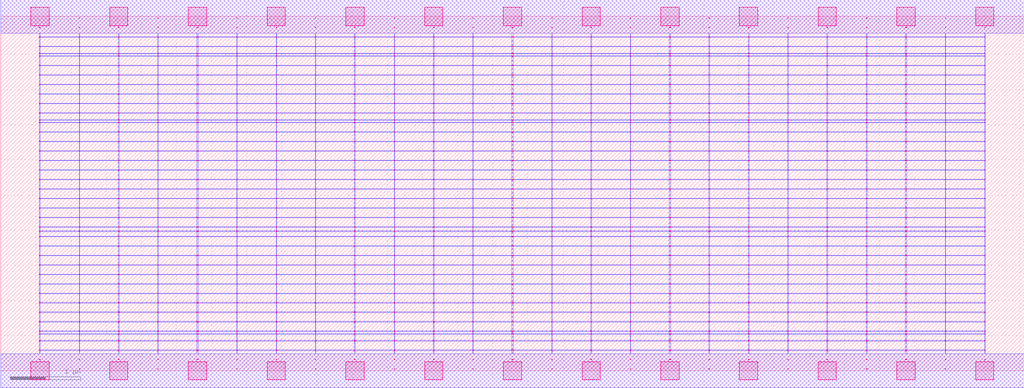
<source format=lef>
MACRO OAAOOAOI212311_DEBUG
 CLASS CORE ;
 FOREIGN OAAOOAOI212311_DEBUG 0 0 ;
 SIZE 14.56 BY 5.04 ;
 ORIGIN 0 0 ;
 SYMMETRY X Y R90 ;
 SITE unit ;

 OBS
    LAYER polycont ;
     RECT 7.27100000 2.58300000 7.28900000 2.59100000 ;
     RECT 7.27100000 2.71800000 7.28900000 2.72600000 ;
     RECT 7.27100000 2.85300000 7.28900000 2.86100000 ;
     RECT 7.27100000 2.98800000 7.28900000 2.99600000 ;
     RECT 9.51100000 2.58300000 9.52900000 2.59100000 ;
     RECT 10.07600000 2.58300000 10.08400000 2.59100000 ;
     RECT 10.63600000 2.58300000 10.64900000 2.59100000 ;
     RECT 11.19600000 2.58300000 11.20400000 2.59100000 ;
     RECT 11.75100000 2.58300000 11.76400000 2.59100000 ;
     RECT 12.31600000 2.58300000 12.32400000 2.59100000 ;
     RECT 12.87100000 2.58300000 12.88900000 2.59100000 ;
     RECT 13.43600000 2.58300000 13.44400000 2.59100000 ;
     RECT 13.99600000 2.58300000 14.00900000 2.59100000 ;
     RECT 7.83600000 2.58300000 7.84400000 2.59100000 ;
     RECT 7.83600000 2.71800000 7.84400000 2.72600000 ;
     RECT 8.39100000 2.71800000 8.40900000 2.72600000 ;
     RECT 8.95600000 2.71800000 8.96400000 2.72600000 ;
     RECT 9.51100000 2.71800000 9.52900000 2.72600000 ;
     RECT 10.07600000 2.71800000 10.08400000 2.72600000 ;
     RECT 10.63600000 2.71800000 10.64900000 2.72600000 ;
     RECT 11.19600000 2.71800000 11.20400000 2.72600000 ;
     RECT 11.75100000 2.71800000 11.76400000 2.72600000 ;
     RECT 12.31600000 2.71800000 12.32400000 2.72600000 ;
     RECT 12.87100000 2.71800000 12.88900000 2.72600000 ;
     RECT 13.43600000 2.71800000 13.44400000 2.72600000 ;
     RECT 13.99600000 2.71800000 14.00900000 2.72600000 ;
     RECT 8.39100000 2.58300000 8.40900000 2.59100000 ;
     RECT 7.83600000 2.85300000 7.84400000 2.86100000 ;
     RECT 8.39100000 2.85300000 8.40900000 2.86100000 ;
     RECT 8.95600000 2.85300000 8.96400000 2.86100000 ;
     RECT 9.51100000 2.85300000 9.52900000 2.86100000 ;
     RECT 10.07600000 2.85300000 10.08400000 2.86100000 ;
     RECT 10.63600000 2.85300000 10.64900000 2.86100000 ;
     RECT 11.19600000 2.85300000 11.20400000 2.86100000 ;
     RECT 11.75100000 2.85300000 11.76400000 2.86100000 ;
     RECT 12.31600000 2.85300000 12.32400000 2.86100000 ;
     RECT 12.87100000 2.85300000 12.88900000 2.86100000 ;
     RECT 13.43600000 2.85300000 13.44400000 2.86100000 ;
     RECT 13.99600000 2.85300000 14.00900000 2.86100000 ;
     RECT 8.95600000 2.58300000 8.96400000 2.59100000 ;
     RECT 7.83600000 2.98800000 7.84400000 2.99600000 ;
     RECT 8.39100000 2.98800000 8.40900000 2.99600000 ;
     RECT 8.95600000 2.98800000 8.96400000 2.99600000 ;
     RECT 9.51100000 2.98800000 9.52900000 2.99600000 ;
     RECT 10.07600000 2.98800000 10.08400000 2.99600000 ;
     RECT 10.63600000 2.98800000 10.64900000 2.99600000 ;
     RECT 11.19600000 2.98800000 11.20400000 2.99600000 ;
     RECT 11.75100000 2.98800000 11.76400000 2.99600000 ;
     RECT 12.31600000 2.98800000 12.32400000 2.99600000 ;
     RECT 12.87100000 2.98800000 12.88900000 2.99600000 ;
     RECT 13.43600000 2.98800000 13.44400000 2.99600000 ;
     RECT 13.99600000 2.98800000 14.00900000 2.99600000 ;
     RECT 11.19600000 3.12300000 11.20400000 3.13100000 ;
     RECT 11.19600000 3.25800000 11.20400000 3.26600000 ;
     RECT 11.19600000 3.39300000 11.20400000 3.40100000 ;
     RECT 11.19600000 3.52800000 11.20400000 3.53600000 ;
     RECT 11.19600000 3.56100000 11.20400000 3.56900000 ;
     RECT 11.19600000 3.66300000 11.20400000 3.67100000 ;
     RECT 11.19600000 3.79800000 11.20400000 3.80600000 ;
     RECT 11.19600000 3.93300000 11.20400000 3.94100000 ;
     RECT 11.19600000 4.06800000 11.20400000 4.07600000 ;
     RECT 11.19600000 4.20300000 11.20400000 4.21100000 ;
     RECT 11.19600000 4.33800000 11.20400000 4.34600000 ;
     RECT 11.19600000 4.47300000 11.20400000 4.48100000 ;
     RECT 11.19600000 4.51100000 11.20400000 4.51900000 ;
     RECT 11.19600000 4.60800000 11.20400000 4.61600000 ;
     RECT 11.19600000 4.74300000 11.20400000 4.75100000 ;
     RECT 11.19600000 4.87800000 11.20400000 4.88600000 ;
     RECT 4.47600000 2.71800000 4.48400000 2.72600000 ;
     RECT 5.03100000 2.71800000 5.04400000 2.72600000 ;
     RECT 5.59600000 2.71800000 5.60400000 2.72600000 ;
     RECT 6.15100000 2.71800000 6.16900000 2.72600000 ;
     RECT 6.71600000 2.71800000 6.72400000 2.72600000 ;
     RECT 1.11600000 2.58300000 1.12400000 2.59100000 ;
     RECT 1.67100000 2.58300000 1.68900000 2.59100000 ;
     RECT 0.55100000 2.98800000 0.56400000 2.99600000 ;
     RECT 1.11600000 2.98800000 1.12400000 2.99600000 ;
     RECT 1.67100000 2.98800000 1.68900000 2.99600000 ;
     RECT 2.23600000 2.98800000 2.24400000 2.99600000 ;
     RECT 2.79100000 2.98800000 2.80900000 2.99600000 ;
     RECT 3.35600000 2.98800000 3.36400000 2.99600000 ;
     RECT 3.91600000 2.98800000 3.92900000 2.99600000 ;
     RECT 4.47600000 2.98800000 4.48400000 2.99600000 ;
     RECT 5.03100000 2.98800000 5.04400000 2.99600000 ;
     RECT 5.59600000 2.98800000 5.60400000 2.99600000 ;
     RECT 6.15100000 2.98800000 6.16900000 2.99600000 ;
     RECT 6.71600000 2.98800000 6.72400000 2.99600000 ;
     RECT 2.23600000 2.58300000 2.24400000 2.59100000 ;
     RECT 2.79100000 2.58300000 2.80900000 2.59100000 ;
     RECT 3.35600000 2.58300000 3.36400000 2.59100000 ;
     RECT 3.91600000 2.58300000 3.92900000 2.59100000 ;
     RECT 4.47600000 2.58300000 4.48400000 2.59100000 ;
     RECT 5.03100000 2.58300000 5.04400000 2.59100000 ;
     RECT 5.59600000 2.58300000 5.60400000 2.59100000 ;
     RECT 6.15100000 2.58300000 6.16900000 2.59100000 ;
     RECT 6.71600000 2.58300000 6.72400000 2.59100000 ;
     RECT 0.55100000 2.58300000 0.56400000 2.59100000 ;
     RECT 0.55100000 2.71800000 0.56400000 2.72600000 ;
     RECT 0.55100000 2.85300000 0.56400000 2.86100000 ;
     RECT 1.11600000 2.85300000 1.12400000 2.86100000 ;
     RECT 4.47600000 3.12300000 4.48400000 3.13100000 ;
     RECT 1.67100000 2.85300000 1.68900000 2.86100000 ;
     RECT 4.47600000 3.25800000 4.48400000 3.26600000 ;
     RECT 2.23600000 2.85300000 2.24400000 2.86100000 ;
     RECT 4.47600000 3.39300000 4.48400000 3.40100000 ;
     RECT 2.79100000 2.85300000 2.80900000 2.86100000 ;
     RECT 4.47600000 3.52800000 4.48400000 3.53600000 ;
     RECT 3.35600000 2.85300000 3.36400000 2.86100000 ;
     RECT 4.47600000 3.56100000 4.48400000 3.56900000 ;
     RECT 3.91600000 2.85300000 3.92900000 2.86100000 ;
     RECT 4.47600000 3.66300000 4.48400000 3.67100000 ;
     RECT 4.47600000 2.85300000 4.48400000 2.86100000 ;
     RECT 4.47600000 3.79800000 4.48400000 3.80600000 ;
     RECT 5.03100000 2.85300000 5.04400000 2.86100000 ;
     RECT 4.47600000 3.93300000 4.48400000 3.94100000 ;
     RECT 5.59600000 2.85300000 5.60400000 2.86100000 ;
     RECT 4.47600000 4.06800000 4.48400000 4.07600000 ;
     RECT 6.15100000 2.85300000 6.16900000 2.86100000 ;
     RECT 4.47600000 4.20300000 4.48400000 4.21100000 ;
     RECT 6.71600000 2.85300000 6.72400000 2.86100000 ;
     RECT 4.47600000 4.33800000 4.48400000 4.34600000 ;
     RECT 1.11600000 2.71800000 1.12400000 2.72600000 ;
     RECT 4.47600000 4.47300000 4.48400000 4.48100000 ;
     RECT 1.67100000 2.71800000 1.68900000 2.72600000 ;
     RECT 4.47600000 4.51100000 4.48400000 4.51900000 ;
     RECT 2.23600000 2.71800000 2.24400000 2.72600000 ;
     RECT 4.47600000 4.60800000 4.48400000 4.61600000 ;
     RECT 2.79100000 2.71800000 2.80900000 2.72600000 ;
     RECT 4.47600000 4.74300000 4.48400000 4.75100000 ;
     RECT 3.35600000 2.71800000 3.36400000 2.72600000 ;
     RECT 4.47600000 4.87800000 4.48400000 4.88600000 ;
     RECT 3.91600000 2.71800000 3.92900000 2.72600000 ;
     RECT 4.47600000 1.63800000 4.48400000 1.64600000 ;
     RECT 4.47600000 1.77300000 4.48400000 1.78100000 ;
     RECT 4.47600000 1.90800000 4.48400000 1.91600000 ;
     RECT 4.47600000 1.98100000 4.48400000 1.98900000 ;
     RECT 4.47600000 2.04300000 4.48400000 2.05100000 ;
     RECT 4.47600000 2.17800000 4.48400000 2.18600000 ;
     RECT 4.47600000 2.31300000 4.48400000 2.32100000 ;
     RECT 4.47600000 2.44800000 4.48400000 2.45600000 ;
     RECT 4.47600000 0.15300000 4.48400000 0.16100000 ;
     RECT 4.47600000 0.28800000 4.48400000 0.29600000 ;
     RECT 4.47600000 0.42300000 4.48400000 0.43100000 ;
     RECT 4.47600000 0.52100000 4.48400000 0.52900000 ;
     RECT 4.47600000 0.55800000 4.48400000 0.56600000 ;
     RECT 4.47600000 0.69300000 4.48400000 0.70100000 ;
     RECT 4.47600000 0.82800000 4.48400000 0.83600000 ;
     RECT 4.47600000 0.96300000 4.48400000 0.97100000 ;
     RECT 4.47600000 1.09800000 4.48400000 1.10600000 ;
     RECT 4.47600000 1.23300000 4.48400000 1.24100000 ;
     RECT 4.47600000 1.36800000 4.48400000 1.37600000 ;
     RECT 4.47600000 1.50300000 4.48400000 1.51100000 ;
     RECT 12.31600000 0.15300000 12.32400000 0.16100000 ;
     RECT 12.31600000 2.04300000 12.32400000 2.05100000 ;
     RECT 12.31600000 1.09800000 12.32400000 1.10600000 ;
     RECT 12.31600000 2.17800000 12.32400000 2.18600000 ;
     RECT 12.31600000 0.55800000 12.32400000 0.56600000 ;
     RECT 12.31600000 2.31300000 12.32400000 2.32100000 ;
     RECT 12.31600000 1.23300000 12.32400000 1.24100000 ;
     RECT 12.31600000 2.44800000 12.32400000 2.45600000 ;
     RECT 12.31600000 0.42300000 12.32400000 0.43100000 ;
     RECT 12.31600000 1.36800000 12.32400000 1.37600000 ;
     RECT 12.31600000 0.69300000 12.32400000 0.70100000 ;
     RECT 12.31600000 1.50300000 12.32400000 1.51100000 ;
     RECT 12.31600000 0.28800000 12.32400000 0.29600000 ;
     RECT 12.31600000 1.63800000 12.32400000 1.64600000 ;
     RECT 12.31600000 0.82800000 12.32400000 0.83600000 ;
     RECT 12.31600000 1.77300000 12.32400000 1.78100000 ;
     RECT 12.31600000 0.52100000 12.32400000 0.52900000 ;
     RECT 12.31600000 1.90800000 12.32400000 1.91600000 ;
     RECT 12.31600000 0.96300000 12.32400000 0.97100000 ;
     RECT 12.31600000 1.98100000 12.32400000 1.98900000 ;

    LAYER pdiffc ;
     RECT 0.55100000 3.39300000 0.55900000 3.40100000 ;
     RECT 3.92100000 3.39300000 3.92900000 3.40100000 ;
     RECT 5.03100000 3.39300000 5.03900000 3.40100000 ;
     RECT 10.64100000 3.39300000 10.64900000 3.40100000 ;
     RECT 11.75100000 3.39300000 11.75900000 3.40100000 ;
     RECT 14.00100000 3.39300000 14.00900000 3.40100000 ;
     RECT 0.55100000 3.52800000 0.55900000 3.53600000 ;
     RECT 3.92100000 3.52800000 3.92900000 3.53600000 ;
     RECT 5.03100000 3.52800000 5.03900000 3.53600000 ;
     RECT 10.64100000 3.52800000 10.64900000 3.53600000 ;
     RECT 11.75100000 3.52800000 11.75900000 3.53600000 ;
     RECT 14.00100000 3.52800000 14.00900000 3.53600000 ;
     RECT 0.55100000 3.56100000 0.55900000 3.56900000 ;
     RECT 3.92100000 3.56100000 3.92900000 3.56900000 ;
     RECT 5.03100000 3.56100000 5.03900000 3.56900000 ;
     RECT 10.64100000 3.56100000 10.64900000 3.56900000 ;
     RECT 11.75100000 3.56100000 11.75900000 3.56900000 ;
     RECT 14.00100000 3.56100000 14.00900000 3.56900000 ;
     RECT 0.55100000 3.66300000 0.55900000 3.67100000 ;
     RECT 3.92100000 3.66300000 3.92900000 3.67100000 ;
     RECT 5.03100000 3.66300000 5.03900000 3.67100000 ;
     RECT 10.64100000 3.66300000 10.64900000 3.67100000 ;
     RECT 11.75100000 3.66300000 11.75900000 3.67100000 ;
     RECT 14.00100000 3.66300000 14.00900000 3.67100000 ;
     RECT 0.55100000 3.79800000 0.55900000 3.80600000 ;
     RECT 3.92100000 3.79800000 3.92900000 3.80600000 ;
     RECT 5.03100000 3.79800000 5.03900000 3.80600000 ;
     RECT 10.64100000 3.79800000 10.64900000 3.80600000 ;
     RECT 11.75100000 3.79800000 11.75900000 3.80600000 ;
     RECT 14.00100000 3.79800000 14.00900000 3.80600000 ;
     RECT 0.55100000 3.93300000 0.55900000 3.94100000 ;
     RECT 3.92100000 3.93300000 3.92900000 3.94100000 ;
     RECT 5.03100000 3.93300000 5.03900000 3.94100000 ;
     RECT 10.64100000 3.93300000 10.64900000 3.94100000 ;
     RECT 11.75100000 3.93300000 11.75900000 3.94100000 ;
     RECT 14.00100000 3.93300000 14.00900000 3.94100000 ;
     RECT 0.55100000 4.06800000 0.55900000 4.07600000 ;
     RECT 3.92100000 4.06800000 3.92900000 4.07600000 ;
     RECT 5.03100000 4.06800000 5.03900000 4.07600000 ;
     RECT 10.64100000 4.06800000 10.64900000 4.07600000 ;
     RECT 11.75100000 4.06800000 11.75900000 4.07600000 ;
     RECT 14.00100000 4.06800000 14.00900000 4.07600000 ;
     RECT 0.55100000 4.20300000 0.55900000 4.21100000 ;
     RECT 3.92100000 4.20300000 3.92900000 4.21100000 ;
     RECT 5.03100000 4.20300000 5.03900000 4.21100000 ;
     RECT 10.64100000 4.20300000 10.64900000 4.21100000 ;
     RECT 11.75100000 4.20300000 11.75900000 4.21100000 ;
     RECT 14.00100000 4.20300000 14.00900000 4.21100000 ;
     RECT 0.55100000 4.33800000 0.55900000 4.34600000 ;
     RECT 3.92100000 4.33800000 3.92900000 4.34600000 ;
     RECT 5.03100000 4.33800000 5.03900000 4.34600000 ;
     RECT 10.64100000 4.33800000 10.64900000 4.34600000 ;
     RECT 11.75100000 4.33800000 11.75900000 4.34600000 ;
     RECT 14.00100000 4.33800000 14.00900000 4.34600000 ;
     RECT 0.55100000 4.47300000 0.55900000 4.48100000 ;
     RECT 3.92100000 4.47300000 3.92900000 4.48100000 ;
     RECT 5.03100000 4.47300000 5.03900000 4.48100000 ;
     RECT 10.64100000 4.47300000 10.64900000 4.48100000 ;
     RECT 11.75100000 4.47300000 11.75900000 4.48100000 ;
     RECT 14.00100000 4.47300000 14.00900000 4.48100000 ;
     RECT 0.55100000 4.51100000 0.55900000 4.51900000 ;
     RECT 3.92100000 4.51100000 3.92900000 4.51900000 ;
     RECT 5.03100000 4.51100000 5.03900000 4.51900000 ;
     RECT 10.64100000 4.51100000 10.64900000 4.51900000 ;
     RECT 11.75100000 4.51100000 11.75900000 4.51900000 ;
     RECT 14.00100000 4.51100000 14.00900000 4.51900000 ;
     RECT 0.55100000 4.60800000 0.55900000 4.61600000 ;
     RECT 3.92100000 4.60800000 3.92900000 4.61600000 ;
     RECT 5.03100000 4.60800000 5.03900000 4.61600000 ;
     RECT 10.64100000 4.60800000 10.64900000 4.61600000 ;
     RECT 11.75100000 4.60800000 11.75900000 4.61600000 ;
     RECT 14.00100000 4.60800000 14.00900000 4.61600000 ;

    LAYER ndiffc ;
     RECT 7.27100000 0.42300000 7.28900000 0.43100000 ;
     RECT 7.27100000 0.52100000 7.28900000 0.52900000 ;
     RECT 7.27100000 0.55800000 7.28900000 0.56600000 ;
     RECT 7.27100000 0.69300000 7.28900000 0.70100000 ;
     RECT 7.27100000 0.82800000 7.28900000 0.83600000 ;
     RECT 7.27100000 0.96300000 7.28900000 0.97100000 ;
     RECT 7.27100000 1.09800000 7.28900000 1.10600000 ;
     RECT 7.27100000 1.23300000 7.28900000 1.24100000 ;
     RECT 7.27100000 1.36800000 7.28900000 1.37600000 ;
     RECT 7.27100000 1.50300000 7.28900000 1.51100000 ;
     RECT 7.27100000 1.63800000 7.28900000 1.64600000 ;
     RECT 7.27100000 1.77300000 7.28900000 1.78100000 ;
     RECT 7.27100000 1.90800000 7.28900000 1.91600000 ;
     RECT 7.27100000 1.98100000 7.28900000 1.98900000 ;
     RECT 7.27100000 2.04300000 7.28900000 2.05100000 ;
     RECT 8.39100000 0.55800000 8.40900000 0.56600000 ;
     RECT 9.51100000 0.55800000 9.52900000 0.56600000 ;
     RECT 10.63600000 0.55800000 10.64900000 0.56600000 ;
     RECT 11.75100000 0.55800000 11.76400000 0.56600000 ;
     RECT 12.87100000 0.55800000 12.88900000 0.56600000 ;
     RECT 13.99600000 0.55800000 14.00900000 0.56600000 ;
     RECT 10.63600000 0.42300000 10.64900000 0.43100000 ;
     RECT 8.39100000 0.69300000 8.40900000 0.70100000 ;
     RECT 9.51100000 0.69300000 9.52900000 0.70100000 ;
     RECT 10.63600000 0.69300000 10.64900000 0.70100000 ;
     RECT 11.75100000 0.69300000 11.76400000 0.70100000 ;
     RECT 12.87100000 0.69300000 12.88900000 0.70100000 ;
     RECT 13.99600000 0.69300000 14.00900000 0.70100000 ;
     RECT 11.75100000 0.42300000 11.76400000 0.43100000 ;
     RECT 8.39100000 0.82800000 8.40900000 0.83600000 ;
     RECT 9.51100000 0.82800000 9.52900000 0.83600000 ;
     RECT 10.63600000 0.82800000 10.64900000 0.83600000 ;
     RECT 11.75100000 0.82800000 11.76400000 0.83600000 ;
     RECT 12.87100000 0.82800000 12.88900000 0.83600000 ;
     RECT 13.99600000 0.82800000 14.00900000 0.83600000 ;
     RECT 12.87100000 0.42300000 12.88900000 0.43100000 ;
     RECT 8.39100000 0.96300000 8.40900000 0.97100000 ;
     RECT 9.51100000 0.96300000 9.52900000 0.97100000 ;
     RECT 10.63600000 0.96300000 10.64900000 0.97100000 ;
     RECT 11.75100000 0.96300000 11.76400000 0.97100000 ;
     RECT 12.87100000 0.96300000 12.88900000 0.97100000 ;
     RECT 13.99600000 0.96300000 14.00900000 0.97100000 ;
     RECT 13.99600000 0.42300000 14.00900000 0.43100000 ;
     RECT 8.39100000 1.09800000 8.40900000 1.10600000 ;
     RECT 9.51100000 1.09800000 9.52900000 1.10600000 ;
     RECT 10.63600000 1.09800000 10.64900000 1.10600000 ;
     RECT 11.75100000 1.09800000 11.76400000 1.10600000 ;
     RECT 12.87100000 1.09800000 12.88900000 1.10600000 ;
     RECT 13.99600000 1.09800000 14.00900000 1.10600000 ;
     RECT 8.39100000 0.42300000 8.40900000 0.43100000 ;
     RECT 8.39100000 1.23300000 8.40900000 1.24100000 ;
     RECT 9.51100000 1.23300000 9.52900000 1.24100000 ;
     RECT 10.63600000 1.23300000 10.64900000 1.24100000 ;
     RECT 11.75100000 1.23300000 11.76400000 1.24100000 ;
     RECT 12.87100000 1.23300000 12.88900000 1.24100000 ;
     RECT 13.99600000 1.23300000 14.00900000 1.24100000 ;
     RECT 8.39100000 0.52100000 8.40900000 0.52900000 ;
     RECT 8.39100000 1.36800000 8.40900000 1.37600000 ;
     RECT 9.51100000 1.36800000 9.52900000 1.37600000 ;
     RECT 10.63600000 1.36800000 10.64900000 1.37600000 ;
     RECT 11.75100000 1.36800000 11.76400000 1.37600000 ;
     RECT 12.87100000 1.36800000 12.88900000 1.37600000 ;
     RECT 13.99600000 1.36800000 14.00900000 1.37600000 ;
     RECT 9.51100000 0.52100000 9.52900000 0.52900000 ;
     RECT 8.39100000 1.50300000 8.40900000 1.51100000 ;
     RECT 9.51100000 1.50300000 9.52900000 1.51100000 ;
     RECT 10.63600000 1.50300000 10.64900000 1.51100000 ;
     RECT 11.75100000 1.50300000 11.76400000 1.51100000 ;
     RECT 12.87100000 1.50300000 12.88900000 1.51100000 ;
     RECT 13.99600000 1.50300000 14.00900000 1.51100000 ;
     RECT 10.63600000 0.52100000 10.64900000 0.52900000 ;
     RECT 8.39100000 1.63800000 8.40900000 1.64600000 ;
     RECT 9.51100000 1.63800000 9.52900000 1.64600000 ;
     RECT 10.63600000 1.63800000 10.64900000 1.64600000 ;
     RECT 11.75100000 1.63800000 11.76400000 1.64600000 ;
     RECT 12.87100000 1.63800000 12.88900000 1.64600000 ;
     RECT 13.99600000 1.63800000 14.00900000 1.64600000 ;
     RECT 11.75100000 0.52100000 11.76400000 0.52900000 ;
     RECT 8.39100000 1.77300000 8.40900000 1.78100000 ;
     RECT 9.51100000 1.77300000 9.52900000 1.78100000 ;
     RECT 10.63600000 1.77300000 10.64900000 1.78100000 ;
     RECT 11.75100000 1.77300000 11.76400000 1.78100000 ;
     RECT 12.87100000 1.77300000 12.88900000 1.78100000 ;
     RECT 13.99600000 1.77300000 14.00900000 1.78100000 ;
     RECT 12.87100000 0.52100000 12.88900000 0.52900000 ;
     RECT 8.39100000 1.90800000 8.40900000 1.91600000 ;
     RECT 9.51100000 1.90800000 9.52900000 1.91600000 ;
     RECT 10.63600000 1.90800000 10.64900000 1.91600000 ;
     RECT 11.75100000 1.90800000 11.76400000 1.91600000 ;
     RECT 12.87100000 1.90800000 12.88900000 1.91600000 ;
     RECT 13.99600000 1.90800000 14.00900000 1.91600000 ;
     RECT 13.99600000 0.52100000 14.00900000 0.52900000 ;
     RECT 8.39100000 1.98100000 8.40900000 1.98900000 ;
     RECT 9.51100000 1.98100000 9.52900000 1.98900000 ;
     RECT 10.63600000 1.98100000 10.64900000 1.98900000 ;
     RECT 11.75100000 1.98100000 11.76400000 1.98900000 ;
     RECT 12.87100000 1.98100000 12.88900000 1.98900000 ;
     RECT 13.99600000 1.98100000 14.00900000 1.98900000 ;
     RECT 9.51100000 0.42300000 9.52900000 0.43100000 ;
     RECT 8.39100000 2.04300000 8.40900000 2.05100000 ;
     RECT 9.51100000 2.04300000 9.52900000 2.05100000 ;
     RECT 10.63600000 2.04300000 10.64900000 2.05100000 ;
     RECT 11.75100000 2.04300000 11.76400000 2.05100000 ;
     RECT 12.87100000 2.04300000 12.88900000 2.05100000 ;
     RECT 13.99600000 2.04300000 14.00900000 2.05100000 ;
     RECT 1.67100000 1.36800000 1.68900000 1.37600000 ;
     RECT 2.79100000 1.36800000 2.80900000 1.37600000 ;
     RECT 3.91600000 1.36800000 3.92900000 1.37600000 ;
     RECT 5.03100000 1.36800000 5.04400000 1.37600000 ;
     RECT 6.15100000 1.36800000 6.16900000 1.37600000 ;
     RECT 5.03100000 0.82800000 5.04400000 0.83600000 ;
     RECT 6.15100000 0.82800000 6.16900000 0.83600000 ;
     RECT 2.79100000 0.55800000 2.80900000 0.56600000 ;
     RECT 3.91600000 0.55800000 3.92900000 0.56600000 ;
     RECT 5.03100000 0.55800000 5.04400000 0.56600000 ;
     RECT 6.15100000 0.55800000 6.16900000 0.56600000 ;
     RECT 1.67100000 0.52100000 1.68900000 0.52900000 ;
     RECT 0.55100000 1.50300000 0.56400000 1.51100000 ;
     RECT 1.67100000 1.50300000 1.68900000 1.51100000 ;
     RECT 2.79100000 1.50300000 2.80900000 1.51100000 ;
     RECT 3.91600000 1.50300000 3.92900000 1.51100000 ;
     RECT 5.03100000 1.50300000 5.04400000 1.51100000 ;
     RECT 6.15100000 1.50300000 6.16900000 1.51100000 ;
     RECT 2.79100000 0.52100000 2.80900000 0.52900000 ;
     RECT 3.91600000 0.52100000 3.92900000 0.52900000 ;
     RECT 0.55100000 0.96300000 0.56400000 0.97100000 ;
     RECT 1.67100000 0.96300000 1.68900000 0.97100000 ;
     RECT 2.79100000 0.96300000 2.80900000 0.97100000 ;
     RECT 3.91600000 0.96300000 3.92900000 0.97100000 ;
     RECT 5.03100000 0.96300000 5.04400000 0.97100000 ;
     RECT 0.55100000 1.63800000 0.56400000 1.64600000 ;
     RECT 1.67100000 1.63800000 1.68900000 1.64600000 ;
     RECT 2.79100000 1.63800000 2.80900000 1.64600000 ;
     RECT 3.91600000 1.63800000 3.92900000 1.64600000 ;
     RECT 5.03100000 1.63800000 5.04400000 1.64600000 ;
     RECT 6.15100000 1.63800000 6.16900000 1.64600000 ;
     RECT 6.15100000 0.96300000 6.16900000 0.97100000 ;
     RECT 5.03100000 0.52100000 5.04400000 0.52900000 ;
     RECT 6.15100000 0.52100000 6.16900000 0.52900000 ;
     RECT 1.67100000 0.42300000 1.68900000 0.43100000 ;
     RECT 2.79100000 0.42300000 2.80900000 0.43100000 ;
     RECT 0.55100000 0.69300000 0.56400000 0.70100000 ;
     RECT 1.67100000 0.69300000 1.68900000 0.70100000 ;
     RECT 0.55100000 1.77300000 0.56400000 1.78100000 ;
     RECT 1.67100000 1.77300000 1.68900000 1.78100000 ;
     RECT 2.79100000 1.77300000 2.80900000 1.78100000 ;
     RECT 3.91600000 1.77300000 3.92900000 1.78100000 ;
     RECT 5.03100000 1.77300000 5.04400000 1.78100000 ;
     RECT 6.15100000 1.77300000 6.16900000 1.78100000 ;
     RECT 2.79100000 0.69300000 2.80900000 0.70100000 ;
     RECT 0.55100000 1.09800000 0.56400000 1.10600000 ;
     RECT 1.67100000 1.09800000 1.68900000 1.10600000 ;
     RECT 2.79100000 1.09800000 2.80900000 1.10600000 ;
     RECT 3.91600000 1.09800000 3.92900000 1.10600000 ;
     RECT 5.03100000 1.09800000 5.04400000 1.10600000 ;
     RECT 6.15100000 1.09800000 6.16900000 1.10600000 ;
     RECT 0.55100000 1.90800000 0.56400000 1.91600000 ;
     RECT 1.67100000 1.90800000 1.68900000 1.91600000 ;
     RECT 2.79100000 1.90800000 2.80900000 1.91600000 ;
     RECT 3.91600000 1.90800000 3.92900000 1.91600000 ;
     RECT 5.03100000 1.90800000 5.04400000 1.91600000 ;
     RECT 6.15100000 1.90800000 6.16900000 1.91600000 ;
     RECT 3.91600000 0.69300000 3.92900000 0.70100000 ;
     RECT 5.03100000 0.69300000 5.04400000 0.70100000 ;
     RECT 6.15100000 0.69300000 6.16900000 0.70100000 ;
     RECT 3.91600000 0.42300000 3.92900000 0.43100000 ;
     RECT 5.03100000 0.42300000 5.04400000 0.43100000 ;
     RECT 6.15100000 0.42300000 6.16900000 0.43100000 ;
     RECT 0.55100000 0.42300000 0.56400000 0.43100000 ;
     RECT 0.55100000 1.98100000 0.56400000 1.98900000 ;
     RECT 1.67100000 1.98100000 1.68900000 1.98900000 ;
     RECT 2.79100000 1.98100000 2.80900000 1.98900000 ;
     RECT 3.91600000 1.98100000 3.92900000 1.98900000 ;
     RECT 5.03100000 1.98100000 5.04400000 1.98900000 ;
     RECT 6.15100000 1.98100000 6.16900000 1.98900000 ;
     RECT 0.55100000 1.23300000 0.56400000 1.24100000 ;
     RECT 1.67100000 1.23300000 1.68900000 1.24100000 ;
     RECT 2.79100000 1.23300000 2.80900000 1.24100000 ;
     RECT 3.91600000 1.23300000 3.92900000 1.24100000 ;
     RECT 5.03100000 1.23300000 5.04400000 1.24100000 ;
     RECT 6.15100000 1.23300000 6.16900000 1.24100000 ;
     RECT 0.55100000 0.52100000 0.56400000 0.52900000 ;
     RECT 0.55100000 2.04300000 0.56400000 2.05100000 ;
     RECT 1.67100000 2.04300000 1.68900000 2.05100000 ;
     RECT 2.79100000 2.04300000 2.80900000 2.05100000 ;
     RECT 3.91600000 2.04300000 3.92900000 2.05100000 ;
     RECT 5.03100000 2.04300000 5.04400000 2.05100000 ;
     RECT 6.15100000 2.04300000 6.16900000 2.05100000 ;
     RECT 0.55100000 0.55800000 0.56400000 0.56600000 ;
     RECT 1.67100000 0.55800000 1.68900000 0.56600000 ;
     RECT 0.55100000 0.82800000 0.56400000 0.83600000 ;
     RECT 1.67100000 0.82800000 1.68900000 0.83600000 ;
     RECT 2.79100000 0.82800000 2.80900000 0.83600000 ;
     RECT 3.91600000 0.82800000 3.92900000 0.83600000 ;
     RECT 0.55100000 1.36800000 0.56400000 1.37600000 ;

    LAYER met1 ;
     RECT 0.00000000 -0.24000000 14.56000000 0.24000000 ;
     RECT 7.27100000 0.24000000 7.28900000 0.28800000 ;
     RECT 0.55100000 0.28800000 14.00900000 0.29600000 ;
     RECT 7.27100000 0.29600000 7.28900000 0.42300000 ;
     RECT 0.55100000 0.42300000 14.00900000 0.43100000 ;
     RECT 7.27100000 0.43100000 7.28900000 0.52100000 ;
     RECT 0.55100000 0.52100000 14.00900000 0.52900000 ;
     RECT 7.27100000 0.52900000 7.28900000 0.55800000 ;
     RECT 0.55100000 0.55800000 14.00900000 0.56600000 ;
     RECT 7.27100000 0.56600000 7.28900000 0.69300000 ;
     RECT 0.55100000 0.69300000 14.00900000 0.70100000 ;
     RECT 7.27100000 0.70100000 7.28900000 0.82800000 ;
     RECT 0.55100000 0.82800000 14.00900000 0.83600000 ;
     RECT 7.27100000 0.83600000 7.28900000 0.96300000 ;
     RECT 0.55100000 0.96300000 14.00900000 0.97100000 ;
     RECT 7.27100000 0.97100000 7.28900000 1.09800000 ;
     RECT 0.55100000 1.09800000 14.00900000 1.10600000 ;
     RECT 7.27100000 1.10600000 7.28900000 1.23300000 ;
     RECT 0.55100000 1.23300000 14.00900000 1.24100000 ;
     RECT 7.27100000 1.24100000 7.28900000 1.36800000 ;
     RECT 0.55100000 1.36800000 14.00900000 1.37600000 ;
     RECT 7.27100000 1.37600000 7.28900000 1.50300000 ;
     RECT 0.55100000 1.50300000 14.00900000 1.51100000 ;
     RECT 7.27100000 1.51100000 7.28900000 1.63800000 ;
     RECT 0.55100000 1.63800000 14.00900000 1.64600000 ;
     RECT 7.27100000 1.64600000 7.28900000 1.77300000 ;
     RECT 0.55100000 1.77300000 14.00900000 1.78100000 ;
     RECT 7.27100000 1.78100000 7.28900000 1.90800000 ;
     RECT 0.55100000 1.90800000 14.00900000 1.91600000 ;
     RECT 7.27100000 1.91600000 7.28900000 1.98100000 ;
     RECT 0.55100000 1.98100000 14.00900000 1.98900000 ;
     RECT 7.27100000 1.98900000 7.28900000 2.04300000 ;
     RECT 0.55100000 2.04300000 14.00900000 2.05100000 ;
     RECT 7.27100000 2.05100000 7.28900000 2.17800000 ;
     RECT 0.55100000 2.17800000 14.00900000 2.18600000 ;
     RECT 7.27100000 2.18600000 7.28900000 2.31300000 ;
     RECT 0.55100000 2.31300000 14.00900000 2.32100000 ;
     RECT 7.27100000 2.32100000 7.28900000 2.44800000 ;
     RECT 0.55100000 2.44800000 14.00900000 2.45600000 ;
     RECT 0.55100000 2.45600000 0.56400000 2.58300000 ;
     RECT 1.11600000 2.45600000 1.12400000 2.58300000 ;
     RECT 1.67100000 2.45600000 1.68900000 2.58300000 ;
     RECT 2.23600000 2.45600000 2.24400000 2.58300000 ;
     RECT 2.79100000 2.45600000 2.80900000 2.58300000 ;
     RECT 3.35600000 2.45600000 3.36400000 2.58300000 ;
     RECT 3.91600000 2.45600000 3.92900000 2.58300000 ;
     RECT 4.47600000 2.45600000 4.48400000 2.58300000 ;
     RECT 5.03100000 2.45600000 5.04400000 2.58300000 ;
     RECT 5.59600000 2.45600000 5.60400000 2.58300000 ;
     RECT 6.15100000 2.45600000 6.16900000 2.58300000 ;
     RECT 6.71600000 2.45600000 6.72400000 2.58300000 ;
     RECT 7.27100000 2.45600000 7.28900000 2.58300000 ;
     RECT 7.83600000 2.45600000 7.84400000 2.58300000 ;
     RECT 8.39100000 2.45600000 8.40900000 2.58300000 ;
     RECT 8.95600000 2.45600000 8.96400000 2.58300000 ;
     RECT 9.51100000 2.45600000 9.52900000 2.58300000 ;
     RECT 10.07600000 2.45600000 10.08400000 2.58300000 ;
     RECT 10.63600000 2.45600000 10.64900000 2.58300000 ;
     RECT 11.19600000 2.45600000 11.20400000 2.58300000 ;
     RECT 11.75100000 2.45600000 11.76400000 2.58300000 ;
     RECT 12.31600000 2.45600000 12.32400000 2.58300000 ;
     RECT 12.87100000 2.45600000 12.88900000 2.58300000 ;
     RECT 13.43600000 2.45600000 13.44400000 2.58300000 ;
     RECT 13.99600000 2.45600000 14.00900000 2.58300000 ;
     RECT 0.55100000 2.58300000 14.00900000 2.59100000 ;
     RECT 7.27100000 2.59100000 7.28900000 2.71800000 ;
     RECT 0.55100000 2.71800000 14.00900000 2.72600000 ;
     RECT 7.27100000 2.72600000 7.28900000 2.85300000 ;
     RECT 0.55100000 2.85300000 14.00900000 2.86100000 ;
     RECT 7.27100000 2.86100000 7.28900000 2.98800000 ;
     RECT 0.55100000 2.98800000 14.00900000 2.99600000 ;
     RECT 7.27100000 2.99600000 7.28900000 3.12300000 ;
     RECT 0.55100000 3.12300000 14.00900000 3.13100000 ;
     RECT 7.27100000 3.13100000 7.28900000 3.25800000 ;
     RECT 0.55100000 3.25800000 14.00900000 3.26600000 ;
     RECT 7.27100000 3.26600000 7.28900000 3.39300000 ;
     RECT 0.55100000 3.39300000 14.00900000 3.40100000 ;
     RECT 7.27100000 3.40100000 7.28900000 3.52800000 ;
     RECT 0.55100000 3.52800000 14.00900000 3.53600000 ;
     RECT 7.27100000 3.53600000 7.28900000 3.56100000 ;
     RECT 0.55100000 3.56100000 14.00900000 3.56900000 ;
     RECT 7.27100000 3.56900000 7.28900000 3.66300000 ;
     RECT 0.55100000 3.66300000 14.00900000 3.67100000 ;
     RECT 7.27100000 3.67100000 7.28900000 3.79800000 ;
     RECT 0.55100000 3.79800000 14.00900000 3.80600000 ;
     RECT 7.27100000 3.80600000 7.28900000 3.93300000 ;
     RECT 0.55100000 3.93300000 14.00900000 3.94100000 ;
     RECT 7.27100000 3.94100000 7.28900000 4.06800000 ;
     RECT 0.55100000 4.06800000 14.00900000 4.07600000 ;
     RECT 7.27100000 4.07600000 7.28900000 4.20300000 ;
     RECT 0.55100000 4.20300000 14.00900000 4.21100000 ;
     RECT 7.27100000 4.21100000 7.28900000 4.33800000 ;
     RECT 0.55100000 4.33800000 14.00900000 4.34600000 ;
     RECT 7.27100000 4.34600000 7.28900000 4.47300000 ;
     RECT 0.55100000 4.47300000 14.00900000 4.48100000 ;
     RECT 7.27100000 4.48100000 7.28900000 4.51100000 ;
     RECT 0.55100000 4.51100000 14.00900000 4.51900000 ;
     RECT 7.27100000 4.51900000 7.28900000 4.60800000 ;
     RECT 0.55100000 4.60800000 14.00900000 4.61600000 ;
     RECT 7.27100000 4.61600000 7.28900000 4.74300000 ;
     RECT 0.55100000 4.74300000 14.00900000 4.75100000 ;
     RECT 7.27100000 4.75100000 7.28900000 4.80000000 ;
     RECT 0.00000000 4.80000000 14.56000000 5.28000000 ;
     RECT 7.83600000 3.80600000 7.84400000 3.93300000 ;
     RECT 8.39100000 3.80600000 8.40900000 3.93300000 ;
     RECT 8.95600000 3.80600000 8.96400000 3.93300000 ;
     RECT 9.51100000 3.80600000 9.52900000 3.93300000 ;
     RECT 10.07600000 3.80600000 10.08400000 3.93300000 ;
     RECT 10.63600000 3.80600000 10.64900000 3.93300000 ;
     RECT 11.19600000 3.80600000 11.20400000 3.93300000 ;
     RECT 11.75100000 3.80600000 11.76400000 3.93300000 ;
     RECT 12.31600000 3.80600000 12.32400000 3.93300000 ;
     RECT 12.87100000 3.80600000 12.88900000 3.93300000 ;
     RECT 13.43600000 3.80600000 13.44400000 3.93300000 ;
     RECT 13.99600000 3.80600000 14.00900000 3.93300000 ;
     RECT 11.19600000 3.94100000 11.20400000 4.06800000 ;
     RECT 11.75100000 3.94100000 11.76400000 4.06800000 ;
     RECT 12.31600000 3.94100000 12.32400000 4.06800000 ;
     RECT 12.87100000 3.94100000 12.88900000 4.06800000 ;
     RECT 13.43600000 3.94100000 13.44400000 4.06800000 ;
     RECT 13.99600000 3.94100000 14.00900000 4.06800000 ;
     RECT 11.19600000 4.07600000 11.20400000 4.20300000 ;
     RECT 11.75100000 4.07600000 11.76400000 4.20300000 ;
     RECT 12.31600000 4.07600000 12.32400000 4.20300000 ;
     RECT 12.87100000 4.07600000 12.88900000 4.20300000 ;
     RECT 13.43600000 4.07600000 13.44400000 4.20300000 ;
     RECT 13.99600000 4.07600000 14.00900000 4.20300000 ;
     RECT 11.19600000 4.21100000 11.20400000 4.33800000 ;
     RECT 11.75100000 4.21100000 11.76400000 4.33800000 ;
     RECT 12.31600000 4.21100000 12.32400000 4.33800000 ;
     RECT 12.87100000 4.21100000 12.88900000 4.33800000 ;
     RECT 13.43600000 4.21100000 13.44400000 4.33800000 ;
     RECT 13.99600000 4.21100000 14.00900000 4.33800000 ;
     RECT 11.19600000 4.34600000 11.20400000 4.47300000 ;
     RECT 11.75100000 4.34600000 11.76400000 4.47300000 ;
     RECT 12.31600000 4.34600000 12.32400000 4.47300000 ;
     RECT 12.87100000 4.34600000 12.88900000 4.47300000 ;
     RECT 13.43600000 4.34600000 13.44400000 4.47300000 ;
     RECT 13.99600000 4.34600000 14.00900000 4.47300000 ;
     RECT 11.19600000 4.48100000 11.20400000 4.51100000 ;
     RECT 11.75100000 4.48100000 11.76400000 4.51100000 ;
     RECT 12.31600000 4.48100000 12.32400000 4.51100000 ;
     RECT 12.87100000 4.48100000 12.88900000 4.51100000 ;
     RECT 13.43600000 4.48100000 13.44400000 4.51100000 ;
     RECT 13.99600000 4.48100000 14.00900000 4.51100000 ;
     RECT 11.19600000 4.51900000 11.20400000 4.60800000 ;
     RECT 11.75100000 4.51900000 11.76400000 4.60800000 ;
     RECT 12.31600000 4.51900000 12.32400000 4.60800000 ;
     RECT 12.87100000 4.51900000 12.88900000 4.60800000 ;
     RECT 13.43600000 4.51900000 13.44400000 4.60800000 ;
     RECT 13.99600000 4.51900000 14.00900000 4.60800000 ;
     RECT 11.19600000 4.61600000 11.20400000 4.74300000 ;
     RECT 11.75100000 4.61600000 11.76400000 4.74300000 ;
     RECT 12.31600000 4.61600000 12.32400000 4.74300000 ;
     RECT 12.87100000 4.61600000 12.88900000 4.74300000 ;
     RECT 13.43600000 4.61600000 13.44400000 4.74300000 ;
     RECT 13.99600000 4.61600000 14.00900000 4.74300000 ;
     RECT 11.19600000 4.75100000 11.20400000 4.80000000 ;
     RECT 11.75100000 4.75100000 11.76400000 4.80000000 ;
     RECT 12.31600000 4.75100000 12.32400000 4.80000000 ;
     RECT 12.87100000 4.75100000 12.88900000 4.80000000 ;
     RECT 13.43600000 4.75100000 13.44400000 4.80000000 ;
     RECT 13.99600000 4.75100000 14.00900000 4.80000000 ;
     RECT 7.83600000 4.48100000 7.84400000 4.51100000 ;
     RECT 8.39100000 4.48100000 8.40900000 4.51100000 ;
     RECT 8.95600000 4.48100000 8.96400000 4.51100000 ;
     RECT 9.51100000 4.48100000 9.52900000 4.51100000 ;
     RECT 10.07600000 4.48100000 10.08400000 4.51100000 ;
     RECT 10.63600000 4.48100000 10.64900000 4.51100000 ;
     RECT 7.83600000 4.21100000 7.84400000 4.33800000 ;
     RECT 8.39100000 4.21100000 8.40900000 4.33800000 ;
     RECT 8.95600000 4.21100000 8.96400000 4.33800000 ;
     RECT 9.51100000 4.21100000 9.52900000 4.33800000 ;
     RECT 10.07600000 4.21100000 10.08400000 4.33800000 ;
     RECT 10.63600000 4.21100000 10.64900000 4.33800000 ;
     RECT 7.83600000 4.51900000 7.84400000 4.60800000 ;
     RECT 8.39100000 4.51900000 8.40900000 4.60800000 ;
     RECT 8.95600000 4.51900000 8.96400000 4.60800000 ;
     RECT 9.51100000 4.51900000 9.52900000 4.60800000 ;
     RECT 10.07600000 4.51900000 10.08400000 4.60800000 ;
     RECT 10.63600000 4.51900000 10.64900000 4.60800000 ;
     RECT 7.83600000 4.07600000 7.84400000 4.20300000 ;
     RECT 8.39100000 4.07600000 8.40900000 4.20300000 ;
     RECT 8.95600000 4.07600000 8.96400000 4.20300000 ;
     RECT 9.51100000 4.07600000 9.52900000 4.20300000 ;
     RECT 10.07600000 4.07600000 10.08400000 4.20300000 ;
     RECT 10.63600000 4.07600000 10.64900000 4.20300000 ;
     RECT 7.83600000 4.61600000 7.84400000 4.74300000 ;
     RECT 8.39100000 4.61600000 8.40900000 4.74300000 ;
     RECT 8.95600000 4.61600000 8.96400000 4.74300000 ;
     RECT 9.51100000 4.61600000 9.52900000 4.74300000 ;
     RECT 10.07600000 4.61600000 10.08400000 4.74300000 ;
     RECT 10.63600000 4.61600000 10.64900000 4.74300000 ;
     RECT 7.83600000 4.34600000 7.84400000 4.47300000 ;
     RECT 8.39100000 4.34600000 8.40900000 4.47300000 ;
     RECT 8.95600000 4.34600000 8.96400000 4.47300000 ;
     RECT 9.51100000 4.34600000 9.52900000 4.47300000 ;
     RECT 10.07600000 4.34600000 10.08400000 4.47300000 ;
     RECT 10.63600000 4.34600000 10.64900000 4.47300000 ;
     RECT 7.83600000 4.75100000 7.84400000 4.80000000 ;
     RECT 8.39100000 4.75100000 8.40900000 4.80000000 ;
     RECT 8.95600000 4.75100000 8.96400000 4.80000000 ;
     RECT 9.51100000 4.75100000 9.52900000 4.80000000 ;
     RECT 10.07600000 4.75100000 10.08400000 4.80000000 ;
     RECT 10.63600000 4.75100000 10.64900000 4.80000000 ;
     RECT 7.83600000 3.94100000 7.84400000 4.06800000 ;
     RECT 8.39100000 3.94100000 8.40900000 4.06800000 ;
     RECT 8.95600000 3.94100000 8.96400000 4.06800000 ;
     RECT 9.51100000 3.94100000 9.52900000 4.06800000 ;
     RECT 10.07600000 3.94100000 10.08400000 4.06800000 ;
     RECT 10.63600000 3.94100000 10.64900000 4.06800000 ;
     RECT 7.83600000 2.99600000 7.84400000 3.12300000 ;
     RECT 8.39100000 2.99600000 8.40900000 3.12300000 ;
     RECT 8.95600000 2.99600000 8.96400000 3.12300000 ;
     RECT 9.51100000 2.99600000 9.52900000 3.12300000 ;
     RECT 10.07600000 2.99600000 10.08400000 3.12300000 ;
     RECT 10.63600000 2.99600000 10.64900000 3.12300000 ;
     RECT 7.83600000 2.86100000 7.84400000 2.98800000 ;
     RECT 8.39100000 2.86100000 8.40900000 2.98800000 ;
     RECT 7.83600000 3.13100000 7.84400000 3.25800000 ;
     RECT 8.39100000 3.13100000 8.40900000 3.25800000 ;
     RECT 8.95600000 3.13100000 8.96400000 3.25800000 ;
     RECT 9.51100000 3.13100000 9.52900000 3.25800000 ;
     RECT 10.07600000 3.13100000 10.08400000 3.25800000 ;
     RECT 10.63600000 3.13100000 10.64900000 3.25800000 ;
     RECT 7.83600000 3.26600000 7.84400000 3.39300000 ;
     RECT 8.39100000 3.26600000 8.40900000 3.39300000 ;
     RECT 8.95600000 3.26600000 8.96400000 3.39300000 ;
     RECT 9.51100000 3.26600000 9.52900000 3.39300000 ;
     RECT 10.07600000 3.26600000 10.08400000 3.39300000 ;
     RECT 10.63600000 3.26600000 10.64900000 3.39300000 ;
     RECT 8.95600000 2.86100000 8.96400000 2.98800000 ;
     RECT 9.51100000 2.86100000 9.52900000 2.98800000 ;
     RECT 7.83600000 3.40100000 7.84400000 3.52800000 ;
     RECT 8.39100000 3.40100000 8.40900000 3.52800000 ;
     RECT 8.95600000 3.40100000 8.96400000 3.52800000 ;
     RECT 9.51100000 3.40100000 9.52900000 3.52800000 ;
     RECT 10.07600000 3.40100000 10.08400000 3.52800000 ;
     RECT 10.63600000 3.40100000 10.64900000 3.52800000 ;
     RECT 7.83600000 2.59100000 7.84400000 2.71800000 ;
     RECT 8.39100000 2.59100000 8.40900000 2.71800000 ;
     RECT 7.83600000 3.53600000 7.84400000 3.56100000 ;
     RECT 8.39100000 3.53600000 8.40900000 3.56100000 ;
     RECT 8.95600000 3.53600000 8.96400000 3.56100000 ;
     RECT 9.51100000 3.53600000 9.52900000 3.56100000 ;
     RECT 10.07600000 2.86100000 10.08400000 2.98800000 ;
     RECT 10.63600000 2.86100000 10.64900000 2.98800000 ;
     RECT 10.07600000 3.53600000 10.08400000 3.56100000 ;
     RECT 10.63600000 3.53600000 10.64900000 3.56100000 ;
     RECT 7.83600000 2.72600000 7.84400000 2.85300000 ;
     RECT 8.39100000 2.72600000 8.40900000 2.85300000 ;
     RECT 7.83600000 3.56900000 7.84400000 3.66300000 ;
     RECT 8.39100000 3.56900000 8.40900000 3.66300000 ;
     RECT 8.95600000 3.56900000 8.96400000 3.66300000 ;
     RECT 9.51100000 3.56900000 9.52900000 3.66300000 ;
     RECT 10.07600000 3.56900000 10.08400000 3.66300000 ;
     RECT 10.63600000 3.56900000 10.64900000 3.66300000 ;
     RECT 8.95600000 2.72600000 8.96400000 2.85300000 ;
     RECT 9.51100000 2.72600000 9.52900000 2.85300000 ;
     RECT 7.83600000 3.67100000 7.84400000 3.79800000 ;
     RECT 8.39100000 3.67100000 8.40900000 3.79800000 ;
     RECT 8.95600000 3.67100000 8.96400000 3.79800000 ;
     RECT 9.51100000 3.67100000 9.52900000 3.79800000 ;
     RECT 8.95600000 2.59100000 8.96400000 2.71800000 ;
     RECT 9.51100000 2.59100000 9.52900000 2.71800000 ;
     RECT 10.07600000 3.67100000 10.08400000 3.79800000 ;
     RECT 10.63600000 3.67100000 10.64900000 3.79800000 ;
     RECT 10.07600000 2.72600000 10.08400000 2.85300000 ;
     RECT 10.63600000 2.72600000 10.64900000 2.85300000 ;
     RECT 10.07600000 2.59100000 10.08400000 2.71800000 ;
     RECT 10.63600000 2.59100000 10.64900000 2.71800000 ;
     RECT 12.31600000 3.13100000 12.32400000 3.25800000 ;
     RECT 12.87100000 3.13100000 12.88900000 3.25800000 ;
     RECT 13.43600000 3.13100000 13.44400000 3.25800000 ;
     RECT 13.99600000 3.13100000 14.00900000 3.25800000 ;
     RECT 11.19600000 2.72600000 11.20400000 2.85300000 ;
     RECT 11.75100000 2.72600000 11.76400000 2.85300000 ;
     RECT 12.31600000 2.59100000 12.32400000 2.71800000 ;
     RECT 12.87100000 2.59100000 12.88900000 2.71800000 ;
     RECT 12.87100000 2.99600000 12.88900000 3.12300000 ;
     RECT 11.19600000 3.53600000 11.20400000 3.56100000 ;
     RECT 11.75100000 3.53600000 11.76400000 3.56100000 ;
     RECT 12.31600000 3.53600000 12.32400000 3.56100000 ;
     RECT 12.87100000 3.53600000 12.88900000 3.56100000 ;
     RECT 13.43600000 3.53600000 13.44400000 3.56100000 ;
     RECT 13.99600000 3.53600000 14.00900000 3.56100000 ;
     RECT 13.43600000 2.99600000 13.44400000 3.12300000 ;
     RECT 13.99600000 2.99600000 14.00900000 3.12300000 ;
     RECT 11.19600000 2.59100000 11.20400000 2.71800000 ;
     RECT 12.31600000 2.72600000 12.32400000 2.85300000 ;
     RECT 12.87100000 2.72600000 12.88900000 2.85300000 ;
     RECT 11.75100000 2.59100000 11.76400000 2.71800000 ;
     RECT 13.99600000 2.86100000 14.00900000 2.98800000 ;
     RECT 11.19600000 3.26600000 11.20400000 3.39300000 ;
     RECT 11.75100000 3.26600000 11.76400000 3.39300000 ;
     RECT 12.31600000 3.26600000 12.32400000 3.39300000 ;
     RECT 11.19600000 3.56900000 11.20400000 3.66300000 ;
     RECT 11.75100000 3.56900000 11.76400000 3.66300000 ;
     RECT 12.31600000 3.56900000 12.32400000 3.66300000 ;
     RECT 12.87100000 3.56900000 12.88900000 3.66300000 ;
     RECT 13.43600000 3.56900000 13.44400000 3.66300000 ;
     RECT 13.99600000 3.56900000 14.00900000 3.66300000 ;
     RECT 12.87100000 3.26600000 12.88900000 3.39300000 ;
     RECT 13.43600000 2.72600000 13.44400000 2.85300000 ;
     RECT 13.99600000 2.72600000 14.00900000 2.85300000 ;
     RECT 13.43600000 3.26600000 13.44400000 3.39300000 ;
     RECT 13.99600000 3.26600000 14.00900000 3.39300000 ;
     RECT 13.43600000 2.59100000 13.44400000 2.71800000 ;
     RECT 13.99600000 2.59100000 14.00900000 2.71800000 ;
     RECT 12.87100000 2.86100000 12.88900000 2.98800000 ;
     RECT 13.43600000 2.86100000 13.44400000 2.98800000 ;
     RECT 11.19600000 2.99600000 11.20400000 3.12300000 ;
     RECT 11.19600000 3.67100000 11.20400000 3.79800000 ;
     RECT 11.75100000 3.67100000 11.76400000 3.79800000 ;
     RECT 12.31600000 3.67100000 12.32400000 3.79800000 ;
     RECT 12.87100000 3.67100000 12.88900000 3.79800000 ;
     RECT 11.19600000 2.86100000 11.20400000 2.98800000 ;
     RECT 11.75100000 2.86100000 11.76400000 2.98800000 ;
     RECT 13.43600000 3.67100000 13.44400000 3.79800000 ;
     RECT 13.99600000 3.67100000 14.00900000 3.79800000 ;
     RECT 11.75100000 2.99600000 11.76400000 3.12300000 ;
     RECT 12.31600000 2.99600000 12.32400000 3.12300000 ;
     RECT 11.19600000 3.13100000 11.20400000 3.25800000 ;
     RECT 11.19600000 3.40100000 11.20400000 3.52800000 ;
     RECT 11.75100000 3.40100000 11.76400000 3.52800000 ;
     RECT 12.31600000 3.40100000 12.32400000 3.52800000 ;
     RECT 12.87100000 3.40100000 12.88900000 3.52800000 ;
     RECT 13.43600000 3.40100000 13.44400000 3.52800000 ;
     RECT 13.99600000 3.40100000 14.00900000 3.52800000 ;
     RECT 11.75100000 3.13100000 11.76400000 3.25800000 ;
     RECT 12.31600000 2.86100000 12.32400000 2.98800000 ;
     RECT 3.91600000 3.80600000 3.92900000 3.93300000 ;
     RECT 4.47600000 3.80600000 4.48400000 3.93300000 ;
     RECT 5.03100000 3.80600000 5.04400000 3.93300000 ;
     RECT 5.59600000 3.80600000 5.60400000 3.93300000 ;
     RECT 6.15100000 3.80600000 6.16900000 3.93300000 ;
     RECT 6.71600000 3.80600000 6.72400000 3.93300000 ;
     RECT 0.55100000 3.80600000 0.56400000 3.93300000 ;
     RECT 1.11600000 3.80600000 1.12400000 3.93300000 ;
     RECT 1.67100000 3.80600000 1.68900000 3.93300000 ;
     RECT 2.23600000 3.80600000 2.24400000 3.93300000 ;
     RECT 2.79100000 3.80600000 2.80900000 3.93300000 ;
     RECT 3.35600000 3.80600000 3.36400000 3.93300000 ;
     RECT 3.91600000 4.07600000 3.92900000 4.20300000 ;
     RECT 4.47600000 4.07600000 4.48400000 4.20300000 ;
     RECT 5.03100000 4.07600000 5.04400000 4.20300000 ;
     RECT 5.59600000 4.07600000 5.60400000 4.20300000 ;
     RECT 6.15100000 4.07600000 6.16900000 4.20300000 ;
     RECT 6.71600000 4.07600000 6.72400000 4.20300000 ;
     RECT 3.91600000 4.21100000 3.92900000 4.33800000 ;
     RECT 4.47600000 4.21100000 4.48400000 4.33800000 ;
     RECT 5.03100000 4.21100000 5.04400000 4.33800000 ;
     RECT 5.59600000 4.21100000 5.60400000 4.33800000 ;
     RECT 6.15100000 4.21100000 6.16900000 4.33800000 ;
     RECT 6.71600000 4.21100000 6.72400000 4.33800000 ;
     RECT 3.91600000 4.34600000 3.92900000 4.47300000 ;
     RECT 4.47600000 4.34600000 4.48400000 4.47300000 ;
     RECT 5.03100000 4.34600000 5.04400000 4.47300000 ;
     RECT 5.59600000 4.34600000 5.60400000 4.47300000 ;
     RECT 6.15100000 4.34600000 6.16900000 4.47300000 ;
     RECT 6.71600000 4.34600000 6.72400000 4.47300000 ;
     RECT 3.91600000 4.48100000 3.92900000 4.51100000 ;
     RECT 4.47600000 4.48100000 4.48400000 4.51100000 ;
     RECT 5.03100000 4.48100000 5.04400000 4.51100000 ;
     RECT 5.59600000 4.48100000 5.60400000 4.51100000 ;
     RECT 6.15100000 4.48100000 6.16900000 4.51100000 ;
     RECT 6.71600000 4.48100000 6.72400000 4.51100000 ;
     RECT 3.91600000 4.51900000 3.92900000 4.60800000 ;
     RECT 4.47600000 4.51900000 4.48400000 4.60800000 ;
     RECT 5.03100000 4.51900000 5.04400000 4.60800000 ;
     RECT 5.59600000 4.51900000 5.60400000 4.60800000 ;
     RECT 6.15100000 4.51900000 6.16900000 4.60800000 ;
     RECT 6.71600000 4.51900000 6.72400000 4.60800000 ;
     RECT 3.91600000 4.61600000 3.92900000 4.74300000 ;
     RECT 4.47600000 4.61600000 4.48400000 4.74300000 ;
     RECT 5.03100000 4.61600000 5.04400000 4.74300000 ;
     RECT 5.59600000 4.61600000 5.60400000 4.74300000 ;
     RECT 6.15100000 4.61600000 6.16900000 4.74300000 ;
     RECT 6.71600000 4.61600000 6.72400000 4.74300000 ;
     RECT 3.91600000 4.75100000 3.92900000 4.80000000 ;
     RECT 4.47600000 4.75100000 4.48400000 4.80000000 ;
     RECT 5.03100000 4.75100000 5.04400000 4.80000000 ;
     RECT 5.59600000 4.75100000 5.60400000 4.80000000 ;
     RECT 6.15100000 4.75100000 6.16900000 4.80000000 ;
     RECT 6.71600000 4.75100000 6.72400000 4.80000000 ;
     RECT 3.91600000 3.94100000 3.92900000 4.06800000 ;
     RECT 4.47600000 3.94100000 4.48400000 4.06800000 ;
     RECT 5.03100000 3.94100000 5.04400000 4.06800000 ;
     RECT 5.59600000 3.94100000 5.60400000 4.06800000 ;
     RECT 6.15100000 3.94100000 6.16900000 4.06800000 ;
     RECT 6.71600000 3.94100000 6.72400000 4.06800000 ;
     RECT 0.55100000 4.21100000 0.56400000 4.33800000 ;
     RECT 1.11600000 4.21100000 1.12400000 4.33800000 ;
     RECT 1.67100000 4.21100000 1.68900000 4.33800000 ;
     RECT 2.23600000 4.21100000 2.24400000 4.33800000 ;
     RECT 2.79100000 4.21100000 2.80900000 4.33800000 ;
     RECT 3.35600000 4.21100000 3.36400000 4.33800000 ;
     RECT 0.55100000 4.51900000 0.56400000 4.60800000 ;
     RECT 1.11600000 4.51900000 1.12400000 4.60800000 ;
     RECT 1.67100000 4.51900000 1.68900000 4.60800000 ;
     RECT 2.23600000 4.51900000 2.24400000 4.60800000 ;
     RECT 2.79100000 4.51900000 2.80900000 4.60800000 ;
     RECT 3.35600000 4.51900000 3.36400000 4.60800000 ;
     RECT 0.55100000 4.07600000 0.56400000 4.20300000 ;
     RECT 1.11600000 4.07600000 1.12400000 4.20300000 ;
     RECT 1.67100000 4.07600000 1.68900000 4.20300000 ;
     RECT 2.23600000 4.07600000 2.24400000 4.20300000 ;
     RECT 2.79100000 4.07600000 2.80900000 4.20300000 ;
     RECT 3.35600000 4.07600000 3.36400000 4.20300000 ;
     RECT 0.55100000 4.61600000 0.56400000 4.74300000 ;
     RECT 1.11600000 4.61600000 1.12400000 4.74300000 ;
     RECT 1.67100000 4.61600000 1.68900000 4.74300000 ;
     RECT 2.23600000 4.61600000 2.24400000 4.74300000 ;
     RECT 2.79100000 4.61600000 2.80900000 4.74300000 ;
     RECT 3.35600000 4.61600000 3.36400000 4.74300000 ;
     RECT 0.55100000 4.34600000 0.56400000 4.47300000 ;
     RECT 1.11600000 4.34600000 1.12400000 4.47300000 ;
     RECT 1.67100000 4.34600000 1.68900000 4.47300000 ;
     RECT 2.23600000 4.34600000 2.24400000 4.47300000 ;
     RECT 2.79100000 4.34600000 2.80900000 4.47300000 ;
     RECT 3.35600000 4.34600000 3.36400000 4.47300000 ;
     RECT 0.55100000 4.75100000 0.56400000 4.80000000 ;
     RECT 1.11600000 4.75100000 1.12400000 4.80000000 ;
     RECT 1.67100000 4.75100000 1.68900000 4.80000000 ;
     RECT 2.23600000 4.75100000 2.24400000 4.80000000 ;
     RECT 2.79100000 4.75100000 2.80900000 4.80000000 ;
     RECT 3.35600000 4.75100000 3.36400000 4.80000000 ;
     RECT 0.55100000 3.94100000 0.56400000 4.06800000 ;
     RECT 1.11600000 3.94100000 1.12400000 4.06800000 ;
     RECT 1.67100000 3.94100000 1.68900000 4.06800000 ;
     RECT 2.23600000 3.94100000 2.24400000 4.06800000 ;
     RECT 2.79100000 3.94100000 2.80900000 4.06800000 ;
     RECT 3.35600000 3.94100000 3.36400000 4.06800000 ;
     RECT 0.55100000 4.48100000 0.56400000 4.51100000 ;
     RECT 1.11600000 4.48100000 1.12400000 4.51100000 ;
     RECT 1.67100000 4.48100000 1.68900000 4.51100000 ;
     RECT 2.23600000 4.48100000 2.24400000 4.51100000 ;
     RECT 2.79100000 4.48100000 2.80900000 4.51100000 ;
     RECT 3.35600000 4.48100000 3.36400000 4.51100000 ;
     RECT 0.55100000 2.72600000 0.56400000 2.85300000 ;
     RECT 1.11600000 2.72600000 1.12400000 2.85300000 ;
     RECT 2.79100000 2.99600000 2.80900000 3.12300000 ;
     RECT 3.35600000 2.99600000 3.36400000 3.12300000 ;
     RECT 0.55100000 3.40100000 0.56400000 3.52800000 ;
     RECT 1.11600000 3.40100000 1.12400000 3.52800000 ;
     RECT 0.55100000 2.59100000 0.56400000 2.71800000 ;
     RECT 1.11600000 2.59100000 1.12400000 2.71800000 ;
     RECT 1.67100000 3.40100000 1.68900000 3.52800000 ;
     RECT 2.23600000 3.40100000 2.24400000 3.52800000 ;
     RECT 2.79100000 3.40100000 2.80900000 3.52800000 ;
     RECT 3.35600000 3.40100000 3.36400000 3.52800000 ;
     RECT 2.79100000 2.86100000 2.80900000 2.98800000 ;
     RECT 3.35600000 2.86100000 3.36400000 2.98800000 ;
     RECT 1.67100000 2.72600000 1.68900000 2.85300000 ;
     RECT 2.23600000 2.72600000 2.24400000 2.85300000 ;
     RECT 0.55100000 3.67100000 0.56400000 3.79800000 ;
     RECT 1.11600000 3.67100000 1.12400000 3.79800000 ;
     RECT 1.67100000 3.67100000 1.68900000 3.79800000 ;
     RECT 2.23600000 3.67100000 2.24400000 3.79800000 ;
     RECT 0.55100000 2.99600000 0.56400000 3.12300000 ;
     RECT 1.11600000 2.99600000 1.12400000 3.12300000 ;
     RECT 0.55100000 2.86100000 0.56400000 2.98800000 ;
     RECT 1.11600000 2.86100000 1.12400000 2.98800000 ;
     RECT 1.67100000 2.86100000 1.68900000 2.98800000 ;
     RECT 2.23600000 2.86100000 2.24400000 2.98800000 ;
     RECT 0.55100000 3.13100000 0.56400000 3.25800000 ;
     RECT 1.11600000 3.13100000 1.12400000 3.25800000 ;
     RECT 1.67100000 3.13100000 1.68900000 3.25800000 ;
     RECT 2.23600000 3.13100000 2.24400000 3.25800000 ;
     RECT 2.79100000 3.13100000 2.80900000 3.25800000 ;
     RECT 3.35600000 3.13100000 3.36400000 3.25800000 ;
     RECT 2.79100000 3.67100000 2.80900000 3.79800000 ;
     RECT 3.35600000 3.67100000 3.36400000 3.79800000 ;
     RECT 2.79100000 2.72600000 2.80900000 2.85300000 ;
     RECT 3.35600000 2.72600000 3.36400000 2.85300000 ;
     RECT 0.55100000 3.26600000 0.56400000 3.39300000 ;
     RECT 1.11600000 3.26600000 1.12400000 3.39300000 ;
     RECT 0.55100000 3.56900000 0.56400000 3.66300000 ;
     RECT 1.11600000 3.56900000 1.12400000 3.66300000 ;
     RECT 1.67100000 2.99600000 1.68900000 3.12300000 ;
     RECT 2.23600000 2.99600000 2.24400000 3.12300000 ;
     RECT 1.67100000 2.59100000 1.68900000 2.71800000 ;
     RECT 2.23600000 2.59100000 2.24400000 2.71800000 ;
     RECT 2.79100000 2.59100000 2.80900000 2.71800000 ;
     RECT 3.35600000 2.59100000 3.36400000 2.71800000 ;
     RECT 0.55100000 3.53600000 0.56400000 3.56100000 ;
     RECT 1.11600000 3.53600000 1.12400000 3.56100000 ;
     RECT 1.67100000 3.53600000 1.68900000 3.56100000 ;
     RECT 2.23600000 3.53600000 2.24400000 3.56100000 ;
     RECT 1.67100000 3.26600000 1.68900000 3.39300000 ;
     RECT 2.23600000 3.26600000 2.24400000 3.39300000 ;
     RECT 2.79100000 3.26600000 2.80900000 3.39300000 ;
     RECT 3.35600000 3.26600000 3.36400000 3.39300000 ;
     RECT 2.79100000 3.53600000 2.80900000 3.56100000 ;
     RECT 3.35600000 3.53600000 3.36400000 3.56100000 ;
     RECT 1.67100000 3.56900000 1.68900000 3.66300000 ;
     RECT 2.23600000 3.56900000 2.24400000 3.66300000 ;
     RECT 2.79100000 3.56900000 2.80900000 3.66300000 ;
     RECT 3.35600000 3.56900000 3.36400000 3.66300000 ;
     RECT 6.15100000 2.86100000 6.16900000 2.98800000 ;
     RECT 6.71600000 2.86100000 6.72400000 2.98800000 ;
     RECT 3.91600000 3.53600000 3.92900000 3.56100000 ;
     RECT 4.47600000 3.53600000 4.48400000 3.56100000 ;
     RECT 5.03100000 3.53600000 5.04400000 3.56100000 ;
     RECT 5.59600000 3.53600000 5.60400000 3.56100000 ;
     RECT 6.15100000 3.53600000 6.16900000 3.56100000 ;
     RECT 6.71600000 3.53600000 6.72400000 3.56100000 ;
     RECT 5.03100000 2.59100000 5.04400000 2.71800000 ;
     RECT 5.59600000 2.59100000 5.60400000 2.71800000 ;
     RECT 6.15100000 2.59100000 6.16900000 2.71800000 ;
     RECT 6.71600000 2.59100000 6.72400000 2.71800000 ;
     RECT 6.15100000 2.72600000 6.16900000 2.85300000 ;
     RECT 6.71600000 2.72600000 6.72400000 2.85300000 ;
     RECT 6.15100000 3.26600000 6.16900000 3.39300000 ;
     RECT 6.71600000 3.26600000 6.72400000 3.39300000 ;
     RECT 5.03100000 2.72600000 5.04400000 2.85300000 ;
     RECT 5.59600000 2.72600000 5.60400000 2.85300000 ;
     RECT 3.91600000 3.40100000 3.92900000 3.52800000 ;
     RECT 4.47600000 3.40100000 4.48400000 3.52800000 ;
     RECT 3.91600000 3.56900000 3.92900000 3.66300000 ;
     RECT 4.47600000 3.56900000 4.48400000 3.66300000 ;
     RECT 3.91600000 3.67100000 3.92900000 3.79800000 ;
     RECT 4.47600000 3.67100000 4.48400000 3.79800000 ;
     RECT 5.03100000 3.67100000 5.04400000 3.79800000 ;
     RECT 5.59600000 3.67100000 5.60400000 3.79800000 ;
     RECT 6.15100000 3.67100000 6.16900000 3.79800000 ;
     RECT 6.71600000 3.67100000 6.72400000 3.79800000 ;
     RECT 5.03100000 3.56900000 5.04400000 3.66300000 ;
     RECT 5.59600000 3.56900000 5.60400000 3.66300000 ;
     RECT 3.91600000 2.72600000 3.92900000 2.85300000 ;
     RECT 4.47600000 2.72600000 4.48400000 2.85300000 ;
     RECT 6.15100000 3.56900000 6.16900000 3.66300000 ;
     RECT 6.71600000 3.56900000 6.72400000 3.66300000 ;
     RECT 5.03100000 3.13100000 5.04400000 3.25800000 ;
     RECT 5.59600000 3.13100000 5.60400000 3.25800000 ;
     RECT 6.15100000 3.13100000 6.16900000 3.25800000 ;
     RECT 6.71600000 3.13100000 6.72400000 3.25800000 ;
     RECT 5.03100000 3.40100000 5.04400000 3.52800000 ;
     RECT 5.59600000 3.40100000 5.60400000 3.52800000 ;
     RECT 6.15100000 3.40100000 6.16900000 3.52800000 ;
     RECT 6.71600000 3.40100000 6.72400000 3.52800000 ;
     RECT 3.91600000 2.99600000 3.92900000 3.12300000 ;
     RECT 4.47600000 2.99600000 4.48400000 3.12300000 ;
     RECT 5.03100000 2.99600000 5.04400000 3.12300000 ;
     RECT 5.59600000 2.99600000 5.60400000 3.12300000 ;
     RECT 6.15100000 2.99600000 6.16900000 3.12300000 ;
     RECT 6.71600000 2.99600000 6.72400000 3.12300000 ;
     RECT 3.91600000 2.59100000 3.92900000 2.71800000 ;
     RECT 4.47600000 2.59100000 4.48400000 2.71800000 ;
     RECT 3.91600000 3.26600000 3.92900000 3.39300000 ;
     RECT 4.47600000 3.26600000 4.48400000 3.39300000 ;
     RECT 5.03100000 3.26600000 5.04400000 3.39300000 ;
     RECT 5.59600000 3.26600000 5.60400000 3.39300000 ;
     RECT 3.91600000 3.13100000 3.92900000 3.25800000 ;
     RECT 4.47600000 3.13100000 4.48400000 3.25800000 ;
     RECT 3.91600000 2.86100000 3.92900000 2.98800000 ;
     RECT 4.47600000 2.86100000 4.48400000 2.98800000 ;
     RECT 5.03100000 2.86100000 5.04400000 2.98800000 ;
     RECT 5.59600000 2.86100000 5.60400000 2.98800000 ;
     RECT 0.55100000 1.10600000 0.56400000 1.23300000 ;
     RECT 1.11600000 1.10600000 1.12400000 1.23300000 ;
     RECT 1.67100000 1.10600000 1.68900000 1.23300000 ;
     RECT 2.23600000 1.10600000 2.24400000 1.23300000 ;
     RECT 2.79100000 1.10600000 2.80900000 1.23300000 ;
     RECT 3.35600000 1.10600000 3.36400000 1.23300000 ;
     RECT 3.91600000 1.10600000 3.92900000 1.23300000 ;
     RECT 4.47600000 1.10600000 4.48400000 1.23300000 ;
     RECT 5.03100000 1.10600000 5.04400000 1.23300000 ;
     RECT 5.59600000 1.10600000 5.60400000 1.23300000 ;
     RECT 6.15100000 1.10600000 6.16900000 1.23300000 ;
     RECT 6.71600000 1.10600000 6.72400000 1.23300000 ;
     RECT 3.91600000 1.24100000 3.92900000 1.36800000 ;
     RECT 4.47600000 1.24100000 4.48400000 1.36800000 ;
     RECT 5.03100000 1.24100000 5.04400000 1.36800000 ;
     RECT 5.59600000 1.24100000 5.60400000 1.36800000 ;
     RECT 6.15100000 1.24100000 6.16900000 1.36800000 ;
     RECT 6.71600000 1.24100000 6.72400000 1.36800000 ;
     RECT 3.91600000 1.37600000 3.92900000 1.50300000 ;
     RECT 4.47600000 1.37600000 4.48400000 1.50300000 ;
     RECT 5.03100000 1.37600000 5.04400000 1.50300000 ;
     RECT 5.59600000 1.37600000 5.60400000 1.50300000 ;
     RECT 6.15100000 1.37600000 6.16900000 1.50300000 ;
     RECT 6.71600000 1.37600000 6.72400000 1.50300000 ;
     RECT 3.91600000 1.51100000 3.92900000 1.63800000 ;
     RECT 4.47600000 1.51100000 4.48400000 1.63800000 ;
     RECT 5.03100000 1.51100000 5.04400000 1.63800000 ;
     RECT 5.59600000 1.51100000 5.60400000 1.63800000 ;
     RECT 6.15100000 1.51100000 6.16900000 1.63800000 ;
     RECT 6.71600000 1.51100000 6.72400000 1.63800000 ;
     RECT 3.91600000 1.64600000 3.92900000 1.77300000 ;
     RECT 4.47600000 1.64600000 4.48400000 1.77300000 ;
     RECT 5.03100000 1.64600000 5.04400000 1.77300000 ;
     RECT 5.59600000 1.64600000 5.60400000 1.77300000 ;
     RECT 6.15100000 1.64600000 6.16900000 1.77300000 ;
     RECT 6.71600000 1.64600000 6.72400000 1.77300000 ;
     RECT 3.91600000 1.78100000 3.92900000 1.90800000 ;
     RECT 4.47600000 1.78100000 4.48400000 1.90800000 ;
     RECT 5.03100000 1.78100000 5.04400000 1.90800000 ;
     RECT 5.59600000 1.78100000 5.60400000 1.90800000 ;
     RECT 6.15100000 1.78100000 6.16900000 1.90800000 ;
     RECT 6.71600000 1.78100000 6.72400000 1.90800000 ;
     RECT 3.91600000 1.91600000 3.92900000 1.98100000 ;
     RECT 4.47600000 1.91600000 4.48400000 1.98100000 ;
     RECT 5.03100000 1.91600000 5.04400000 1.98100000 ;
     RECT 5.59600000 1.91600000 5.60400000 1.98100000 ;
     RECT 6.15100000 1.91600000 6.16900000 1.98100000 ;
     RECT 6.71600000 1.91600000 6.72400000 1.98100000 ;
     RECT 3.91600000 1.98900000 3.92900000 2.04300000 ;
     RECT 4.47600000 1.98900000 4.48400000 2.04300000 ;
     RECT 5.03100000 1.98900000 5.04400000 2.04300000 ;
     RECT 5.59600000 1.98900000 5.60400000 2.04300000 ;
     RECT 6.15100000 1.98900000 6.16900000 2.04300000 ;
     RECT 6.71600000 1.98900000 6.72400000 2.04300000 ;
     RECT 3.91600000 2.05100000 3.92900000 2.17800000 ;
     RECT 4.47600000 2.05100000 4.48400000 2.17800000 ;
     RECT 5.03100000 2.05100000 5.04400000 2.17800000 ;
     RECT 5.59600000 2.05100000 5.60400000 2.17800000 ;
     RECT 6.15100000 2.05100000 6.16900000 2.17800000 ;
     RECT 6.71600000 2.05100000 6.72400000 2.17800000 ;
     RECT 3.91600000 2.18600000 3.92900000 2.31300000 ;
     RECT 4.47600000 2.18600000 4.48400000 2.31300000 ;
     RECT 5.03100000 2.18600000 5.04400000 2.31300000 ;
     RECT 5.59600000 2.18600000 5.60400000 2.31300000 ;
     RECT 6.15100000 2.18600000 6.16900000 2.31300000 ;
     RECT 6.71600000 2.18600000 6.72400000 2.31300000 ;
     RECT 3.91600000 2.32100000 3.92900000 2.44800000 ;
     RECT 4.47600000 2.32100000 4.48400000 2.44800000 ;
     RECT 5.03100000 2.32100000 5.04400000 2.44800000 ;
     RECT 5.59600000 2.32100000 5.60400000 2.44800000 ;
     RECT 6.15100000 2.32100000 6.16900000 2.44800000 ;
     RECT 6.71600000 2.32100000 6.72400000 2.44800000 ;
     RECT 0.55100000 1.91600000 0.56400000 1.98100000 ;
     RECT 1.11600000 1.91600000 1.12400000 1.98100000 ;
     RECT 1.67100000 1.91600000 1.68900000 1.98100000 ;
     RECT 2.23600000 1.91600000 2.24400000 1.98100000 ;
     RECT 2.79100000 1.91600000 2.80900000 1.98100000 ;
     RECT 3.35600000 1.91600000 3.36400000 1.98100000 ;
     RECT 0.55100000 1.37600000 0.56400000 1.50300000 ;
     RECT 1.11600000 1.37600000 1.12400000 1.50300000 ;
     RECT 1.67100000 1.37600000 1.68900000 1.50300000 ;
     RECT 2.23600000 1.37600000 2.24400000 1.50300000 ;
     RECT 2.79100000 1.37600000 2.80900000 1.50300000 ;
     RECT 3.35600000 1.37600000 3.36400000 1.50300000 ;
     RECT 0.55100000 1.98900000 0.56400000 2.04300000 ;
     RECT 1.11600000 1.98900000 1.12400000 2.04300000 ;
     RECT 1.67100000 1.98900000 1.68900000 2.04300000 ;
     RECT 2.23600000 1.98900000 2.24400000 2.04300000 ;
     RECT 2.79100000 1.98900000 2.80900000 2.04300000 ;
     RECT 3.35600000 1.98900000 3.36400000 2.04300000 ;
     RECT 0.55100000 1.64600000 0.56400000 1.77300000 ;
     RECT 1.11600000 1.64600000 1.12400000 1.77300000 ;
     RECT 1.67100000 1.64600000 1.68900000 1.77300000 ;
     RECT 2.23600000 1.64600000 2.24400000 1.77300000 ;
     RECT 2.79100000 1.64600000 2.80900000 1.77300000 ;
     RECT 3.35600000 1.64600000 3.36400000 1.77300000 ;
     RECT 0.55100000 2.05100000 0.56400000 2.17800000 ;
     RECT 1.11600000 2.05100000 1.12400000 2.17800000 ;
     RECT 1.67100000 2.05100000 1.68900000 2.17800000 ;
     RECT 2.23600000 2.05100000 2.24400000 2.17800000 ;
     RECT 2.79100000 2.05100000 2.80900000 2.17800000 ;
     RECT 3.35600000 2.05100000 3.36400000 2.17800000 ;
     RECT 0.55100000 1.24100000 0.56400000 1.36800000 ;
     RECT 1.11600000 1.24100000 1.12400000 1.36800000 ;
     RECT 1.67100000 1.24100000 1.68900000 1.36800000 ;
     RECT 2.23600000 1.24100000 2.24400000 1.36800000 ;
     RECT 2.79100000 1.24100000 2.80900000 1.36800000 ;
     RECT 3.35600000 1.24100000 3.36400000 1.36800000 ;
     RECT 0.55100000 2.18600000 0.56400000 2.31300000 ;
     RECT 1.11600000 2.18600000 1.12400000 2.31300000 ;
     RECT 1.67100000 2.18600000 1.68900000 2.31300000 ;
     RECT 2.23600000 2.18600000 2.24400000 2.31300000 ;
     RECT 2.79100000 2.18600000 2.80900000 2.31300000 ;
     RECT 3.35600000 2.18600000 3.36400000 2.31300000 ;
     RECT 0.55100000 1.78100000 0.56400000 1.90800000 ;
     RECT 1.11600000 1.78100000 1.12400000 1.90800000 ;
     RECT 1.67100000 1.78100000 1.68900000 1.90800000 ;
     RECT 2.23600000 1.78100000 2.24400000 1.90800000 ;
     RECT 2.79100000 1.78100000 2.80900000 1.90800000 ;
     RECT 3.35600000 1.78100000 3.36400000 1.90800000 ;
     RECT 0.55100000 2.32100000 0.56400000 2.44800000 ;
     RECT 1.11600000 2.32100000 1.12400000 2.44800000 ;
     RECT 1.67100000 2.32100000 1.68900000 2.44800000 ;
     RECT 2.23600000 2.32100000 2.24400000 2.44800000 ;
     RECT 2.79100000 2.32100000 2.80900000 2.44800000 ;
     RECT 3.35600000 2.32100000 3.36400000 2.44800000 ;
     RECT 0.55100000 1.51100000 0.56400000 1.63800000 ;
     RECT 1.11600000 1.51100000 1.12400000 1.63800000 ;
     RECT 1.67100000 1.51100000 1.68900000 1.63800000 ;
     RECT 2.23600000 1.51100000 2.24400000 1.63800000 ;
     RECT 2.79100000 1.51100000 2.80900000 1.63800000 ;
     RECT 3.35600000 1.51100000 3.36400000 1.63800000 ;
     RECT 1.67100000 0.24000000 1.68900000 0.28800000 ;
     RECT 2.23600000 0.24000000 2.24400000 0.28800000 ;
     RECT 2.79100000 0.97100000 2.80900000 1.09800000 ;
     RECT 3.35600000 0.97100000 3.36400000 1.09800000 ;
     RECT 0.55100000 0.43100000 0.56400000 0.52100000 ;
     RECT 1.11600000 0.43100000 1.12400000 0.52100000 ;
     RECT 2.79100000 0.43100000 2.80900000 0.52100000 ;
     RECT 3.35600000 0.43100000 3.36400000 0.52100000 ;
     RECT 1.67100000 0.43100000 1.68900000 0.52100000 ;
     RECT 2.23600000 0.43100000 2.24400000 0.52100000 ;
     RECT 0.55100000 0.29600000 0.56400000 0.42300000 ;
     RECT 1.11600000 0.29600000 1.12400000 0.42300000 ;
     RECT 1.67100000 0.29600000 1.68900000 0.42300000 ;
     RECT 2.23600000 0.29600000 2.24400000 0.42300000 ;
     RECT 2.79100000 0.29600000 2.80900000 0.42300000 ;
     RECT 3.35600000 0.29600000 3.36400000 0.42300000 ;
     RECT 2.79100000 0.24000000 2.80900000 0.28800000 ;
     RECT 3.35600000 0.24000000 3.36400000 0.28800000 ;
     RECT 0.55100000 0.52900000 0.56400000 0.55800000 ;
     RECT 1.11600000 0.52900000 1.12400000 0.55800000 ;
     RECT 1.67100000 0.52900000 1.68900000 0.55800000 ;
     RECT 2.23600000 0.52900000 2.24400000 0.55800000 ;
     RECT 2.79100000 0.52900000 2.80900000 0.55800000 ;
     RECT 3.35600000 0.52900000 3.36400000 0.55800000 ;
     RECT 0.55100000 0.56600000 0.56400000 0.69300000 ;
     RECT 1.11600000 0.56600000 1.12400000 0.69300000 ;
     RECT 1.67100000 0.56600000 1.68900000 0.69300000 ;
     RECT 2.23600000 0.56600000 2.24400000 0.69300000 ;
     RECT 2.79100000 0.56600000 2.80900000 0.69300000 ;
     RECT 3.35600000 0.56600000 3.36400000 0.69300000 ;
     RECT 0.55100000 0.70100000 0.56400000 0.82800000 ;
     RECT 1.11600000 0.70100000 1.12400000 0.82800000 ;
     RECT 1.67100000 0.70100000 1.68900000 0.82800000 ;
     RECT 2.23600000 0.70100000 2.24400000 0.82800000 ;
     RECT 2.79100000 0.70100000 2.80900000 0.82800000 ;
     RECT 3.35600000 0.70100000 3.36400000 0.82800000 ;
     RECT 0.55100000 0.83600000 0.56400000 0.96300000 ;
     RECT 1.11600000 0.83600000 1.12400000 0.96300000 ;
     RECT 1.67100000 0.83600000 1.68900000 0.96300000 ;
     RECT 2.23600000 0.83600000 2.24400000 0.96300000 ;
     RECT 2.79100000 0.83600000 2.80900000 0.96300000 ;
     RECT 3.35600000 0.83600000 3.36400000 0.96300000 ;
     RECT 0.55100000 0.24000000 0.56400000 0.28800000 ;
     RECT 1.11600000 0.24000000 1.12400000 0.28800000 ;
     RECT 0.55100000 0.97100000 0.56400000 1.09800000 ;
     RECT 1.11600000 0.97100000 1.12400000 1.09800000 ;
     RECT 1.67100000 0.97100000 1.68900000 1.09800000 ;
     RECT 2.23600000 0.97100000 2.24400000 1.09800000 ;
     RECT 3.91600000 0.24000000 3.92900000 0.28800000 ;
     RECT 4.47600000 0.24000000 4.48400000 0.28800000 ;
     RECT 3.91600000 0.97100000 3.92900000 1.09800000 ;
     RECT 4.47600000 0.97100000 4.48400000 1.09800000 ;
     RECT 5.03100000 0.97100000 5.04400000 1.09800000 ;
     RECT 5.59600000 0.97100000 5.60400000 1.09800000 ;
     RECT 5.03100000 0.29600000 5.04400000 0.42300000 ;
     RECT 5.59600000 0.29600000 5.60400000 0.42300000 ;
     RECT 3.91600000 0.56600000 3.92900000 0.69300000 ;
     RECT 4.47600000 0.56600000 4.48400000 0.69300000 ;
     RECT 5.03100000 0.56600000 5.04400000 0.69300000 ;
     RECT 5.59600000 0.56600000 5.60400000 0.69300000 ;
     RECT 6.15100000 0.56600000 6.16900000 0.69300000 ;
     RECT 6.71600000 0.56600000 6.72400000 0.69300000 ;
     RECT 5.03100000 0.24000000 5.04400000 0.28800000 ;
     RECT 5.59600000 0.24000000 5.60400000 0.28800000 ;
     RECT 5.03100000 0.43100000 5.04400000 0.52100000 ;
     RECT 5.59600000 0.43100000 5.60400000 0.52100000 ;
     RECT 6.15100000 0.43100000 6.16900000 0.52100000 ;
     RECT 6.71600000 0.43100000 6.72400000 0.52100000 ;
     RECT 3.91600000 0.43100000 3.92900000 0.52100000 ;
     RECT 4.47600000 0.43100000 4.48400000 0.52100000 ;
     RECT 3.91600000 0.70100000 3.92900000 0.82800000 ;
     RECT 4.47600000 0.70100000 4.48400000 0.82800000 ;
     RECT 5.03100000 0.70100000 5.04400000 0.82800000 ;
     RECT 5.59600000 0.70100000 5.60400000 0.82800000 ;
     RECT 6.15100000 0.70100000 6.16900000 0.82800000 ;
     RECT 6.71600000 0.70100000 6.72400000 0.82800000 ;
     RECT 6.15100000 0.24000000 6.16900000 0.28800000 ;
     RECT 6.71600000 0.24000000 6.72400000 0.28800000 ;
     RECT 6.15100000 0.97100000 6.16900000 1.09800000 ;
     RECT 6.71600000 0.97100000 6.72400000 1.09800000 ;
     RECT 6.15100000 0.29600000 6.16900000 0.42300000 ;
     RECT 6.71600000 0.29600000 6.72400000 0.42300000 ;
     RECT 3.91600000 0.29600000 3.92900000 0.42300000 ;
     RECT 4.47600000 0.29600000 4.48400000 0.42300000 ;
     RECT 3.91600000 0.83600000 3.92900000 0.96300000 ;
     RECT 4.47600000 0.83600000 4.48400000 0.96300000 ;
     RECT 5.03100000 0.83600000 5.04400000 0.96300000 ;
     RECT 5.59600000 0.83600000 5.60400000 0.96300000 ;
     RECT 6.15100000 0.83600000 6.16900000 0.96300000 ;
     RECT 6.71600000 0.83600000 6.72400000 0.96300000 ;
     RECT 3.91600000 0.52900000 3.92900000 0.55800000 ;
     RECT 4.47600000 0.52900000 4.48400000 0.55800000 ;
     RECT 5.03100000 0.52900000 5.04400000 0.55800000 ;
     RECT 5.59600000 0.52900000 5.60400000 0.55800000 ;
     RECT 6.15100000 0.52900000 6.16900000 0.55800000 ;
     RECT 6.71600000 0.52900000 6.72400000 0.55800000 ;
     RECT 7.83600000 1.10600000 7.84400000 1.23300000 ;
     RECT 8.39100000 1.10600000 8.40900000 1.23300000 ;
     RECT 8.95600000 1.10600000 8.96400000 1.23300000 ;
     RECT 9.51100000 1.10600000 9.52900000 1.23300000 ;
     RECT 10.07600000 1.10600000 10.08400000 1.23300000 ;
     RECT 10.63600000 1.10600000 10.64900000 1.23300000 ;
     RECT 11.19600000 1.10600000 11.20400000 1.23300000 ;
     RECT 11.75100000 1.10600000 11.76400000 1.23300000 ;
     RECT 12.31600000 1.10600000 12.32400000 1.23300000 ;
     RECT 12.87100000 1.10600000 12.88900000 1.23300000 ;
     RECT 13.43600000 1.10600000 13.44400000 1.23300000 ;
     RECT 13.99600000 1.10600000 14.00900000 1.23300000 ;
     RECT 11.19600000 1.91600000 11.20400000 1.98100000 ;
     RECT 11.75100000 1.91600000 11.76400000 1.98100000 ;
     RECT 12.31600000 1.91600000 12.32400000 1.98100000 ;
     RECT 12.87100000 1.91600000 12.88900000 1.98100000 ;
     RECT 13.43600000 1.91600000 13.44400000 1.98100000 ;
     RECT 13.99600000 1.91600000 14.00900000 1.98100000 ;
     RECT 11.19600000 1.64600000 11.20400000 1.77300000 ;
     RECT 11.75100000 1.64600000 11.76400000 1.77300000 ;
     RECT 11.19600000 1.98900000 11.20400000 2.04300000 ;
     RECT 11.75100000 1.98900000 11.76400000 2.04300000 ;
     RECT 12.31600000 1.98900000 12.32400000 2.04300000 ;
     RECT 12.87100000 1.98900000 12.88900000 2.04300000 ;
     RECT 13.43600000 1.98900000 13.44400000 2.04300000 ;
     RECT 13.99600000 1.98900000 14.00900000 2.04300000 ;
     RECT 12.31600000 1.64600000 12.32400000 1.77300000 ;
     RECT 12.87100000 1.64600000 12.88900000 1.77300000 ;
     RECT 13.43600000 1.64600000 13.44400000 1.77300000 ;
     RECT 13.99600000 1.64600000 14.00900000 1.77300000 ;
     RECT 11.19600000 1.78100000 11.20400000 1.90800000 ;
     RECT 11.75100000 1.78100000 11.76400000 1.90800000 ;
     RECT 12.31600000 1.78100000 12.32400000 1.90800000 ;
     RECT 12.87100000 1.78100000 12.88900000 1.90800000 ;
     RECT 13.43600000 1.78100000 13.44400000 1.90800000 ;
     RECT 13.99600000 1.78100000 14.00900000 1.90800000 ;
     RECT 11.19600000 2.05100000 11.20400000 2.17800000 ;
     RECT 11.75100000 2.05100000 11.76400000 2.17800000 ;
     RECT 12.31600000 2.05100000 12.32400000 2.17800000 ;
     RECT 12.87100000 2.05100000 12.88900000 2.17800000 ;
     RECT 13.43600000 2.05100000 13.44400000 2.17800000 ;
     RECT 13.99600000 2.05100000 14.00900000 2.17800000 ;
     RECT 11.19600000 2.18600000 11.20400000 2.31300000 ;
     RECT 11.75100000 2.18600000 11.76400000 2.31300000 ;
     RECT 12.31600000 2.18600000 12.32400000 2.31300000 ;
     RECT 12.87100000 2.18600000 12.88900000 2.31300000 ;
     RECT 13.43600000 2.18600000 13.44400000 2.31300000 ;
     RECT 13.99600000 2.18600000 14.00900000 2.31300000 ;
     RECT 11.19600000 1.24100000 11.20400000 1.36800000 ;
     RECT 11.75100000 1.24100000 11.76400000 1.36800000 ;
     RECT 12.31600000 1.24100000 12.32400000 1.36800000 ;
     RECT 12.87100000 1.24100000 12.88900000 1.36800000 ;
     RECT 13.43600000 1.24100000 13.44400000 1.36800000 ;
     RECT 13.99600000 1.24100000 14.00900000 1.36800000 ;
     RECT 11.19600000 2.32100000 11.20400000 2.44800000 ;
     RECT 11.75100000 2.32100000 11.76400000 2.44800000 ;
     RECT 12.31600000 2.32100000 12.32400000 2.44800000 ;
     RECT 12.87100000 2.32100000 12.88900000 2.44800000 ;
     RECT 13.43600000 2.32100000 13.44400000 2.44800000 ;
     RECT 13.99600000 2.32100000 14.00900000 2.44800000 ;
     RECT 11.19600000 1.37600000 11.20400000 1.50300000 ;
     RECT 11.75100000 1.37600000 11.76400000 1.50300000 ;
     RECT 12.31600000 1.37600000 12.32400000 1.50300000 ;
     RECT 12.87100000 1.37600000 12.88900000 1.50300000 ;
     RECT 13.43600000 1.37600000 13.44400000 1.50300000 ;
     RECT 13.99600000 1.37600000 14.00900000 1.50300000 ;
     RECT 11.19600000 1.51100000 11.20400000 1.63800000 ;
     RECT 11.75100000 1.51100000 11.76400000 1.63800000 ;
     RECT 12.31600000 1.51100000 12.32400000 1.63800000 ;
     RECT 12.87100000 1.51100000 12.88900000 1.63800000 ;
     RECT 13.43600000 1.51100000 13.44400000 1.63800000 ;
     RECT 13.99600000 1.51100000 14.00900000 1.63800000 ;
     RECT 8.39100000 2.18600000 8.40900000 2.31300000 ;
     RECT 8.95600000 2.18600000 8.96400000 2.31300000 ;
     RECT 9.51100000 2.18600000 9.52900000 2.31300000 ;
     RECT 10.07600000 2.18600000 10.08400000 2.31300000 ;
     RECT 10.63600000 2.18600000 10.64900000 2.31300000 ;
     RECT 10.07600000 1.91600000 10.08400000 1.98100000 ;
     RECT 10.63600000 1.91600000 10.64900000 1.98100000 ;
     RECT 10.63600000 1.78100000 10.64900000 1.90800000 ;
     RECT 10.63600000 1.64600000 10.64900000 1.77300000 ;
     RECT 7.83600000 1.78100000 7.84400000 1.90800000 ;
     RECT 8.39100000 1.78100000 8.40900000 1.90800000 ;
     RECT 10.07600000 1.24100000 10.08400000 1.36800000 ;
     RECT 10.63600000 1.24100000 10.64900000 1.36800000 ;
     RECT 8.95600000 1.78100000 8.96400000 1.90800000 ;
     RECT 9.51100000 1.78100000 9.52900000 1.90800000 ;
     RECT 10.07600000 1.78100000 10.08400000 1.90800000 ;
     RECT 7.83600000 1.91600000 7.84400000 1.98100000 ;
     RECT 7.83600000 1.98900000 7.84400000 2.04300000 ;
     RECT 8.39100000 1.98900000 8.40900000 2.04300000 ;
     RECT 7.83600000 2.32100000 7.84400000 2.44800000 ;
     RECT 8.39100000 2.32100000 8.40900000 2.44800000 ;
     RECT 8.95600000 2.32100000 8.96400000 2.44800000 ;
     RECT 9.51100000 2.32100000 9.52900000 2.44800000 ;
     RECT 10.07600000 2.32100000 10.08400000 2.44800000 ;
     RECT 10.63600000 2.32100000 10.64900000 2.44800000 ;
     RECT 8.95600000 1.98900000 8.96400000 2.04300000 ;
     RECT 7.83600000 2.05100000 7.84400000 2.17800000 ;
     RECT 8.39100000 2.05100000 8.40900000 2.17800000 ;
     RECT 8.95600000 2.05100000 8.96400000 2.17800000 ;
     RECT 9.51100000 2.05100000 9.52900000 2.17800000 ;
     RECT 10.07600000 2.05100000 10.08400000 2.17800000 ;
     RECT 7.83600000 1.37600000 7.84400000 1.50300000 ;
     RECT 8.39100000 1.37600000 8.40900000 1.50300000 ;
     RECT 8.95600000 1.37600000 8.96400000 1.50300000 ;
     RECT 9.51100000 1.37600000 9.52900000 1.50300000 ;
     RECT 10.07600000 1.37600000 10.08400000 1.50300000 ;
     RECT 10.63600000 1.37600000 10.64900000 1.50300000 ;
     RECT 10.63600000 2.05100000 10.64900000 2.17800000 ;
     RECT 9.51100000 1.98900000 9.52900000 2.04300000 ;
     RECT 10.07600000 1.98900000 10.08400000 2.04300000 ;
     RECT 10.63600000 1.98900000 10.64900000 2.04300000 ;
     RECT 8.39100000 1.91600000 8.40900000 1.98100000 ;
     RECT 8.95600000 1.91600000 8.96400000 1.98100000 ;
     RECT 7.83600000 1.51100000 7.84400000 1.63800000 ;
     RECT 8.39100000 1.51100000 8.40900000 1.63800000 ;
     RECT 8.95600000 1.51100000 8.96400000 1.63800000 ;
     RECT 9.51100000 1.51100000 9.52900000 1.63800000 ;
     RECT 10.07600000 1.51100000 10.08400000 1.63800000 ;
     RECT 10.63600000 1.51100000 10.64900000 1.63800000 ;
     RECT 9.51100000 1.91600000 9.52900000 1.98100000 ;
     RECT 7.83600000 1.24100000 7.84400000 1.36800000 ;
     RECT 8.39100000 1.24100000 8.40900000 1.36800000 ;
     RECT 8.95600000 1.24100000 8.96400000 1.36800000 ;
     RECT 9.51100000 1.24100000 9.52900000 1.36800000 ;
     RECT 7.83600000 2.18600000 7.84400000 2.31300000 ;
     RECT 7.83600000 1.64600000 7.84400000 1.77300000 ;
     RECT 8.39100000 1.64600000 8.40900000 1.77300000 ;
     RECT 8.95600000 1.64600000 8.96400000 1.77300000 ;
     RECT 9.51100000 1.64600000 9.52900000 1.77300000 ;
     RECT 10.07600000 1.64600000 10.08400000 1.77300000 ;
     RECT 9.51100000 0.70100000 9.52900000 0.82800000 ;
     RECT 10.07600000 0.70100000 10.08400000 0.82800000 ;
     RECT 10.63600000 0.70100000 10.64900000 0.82800000 ;
     RECT 7.83600000 0.24000000 7.84400000 0.28800000 ;
     RECT 8.39100000 0.24000000 8.40900000 0.28800000 ;
     RECT 7.83600000 0.43100000 7.84400000 0.52100000 ;
     RECT 8.39100000 0.43100000 8.40900000 0.52100000 ;
     RECT 8.95600000 0.43100000 8.96400000 0.52100000 ;
     RECT 9.51100000 0.43100000 9.52900000 0.52100000 ;
     RECT 7.83600000 0.56600000 7.84400000 0.69300000 ;
     RECT 8.39100000 0.56600000 8.40900000 0.69300000 ;
     RECT 10.07600000 0.43100000 10.08400000 0.52100000 ;
     RECT 10.63600000 0.43100000 10.64900000 0.52100000 ;
     RECT 8.95600000 0.29600000 8.96400000 0.42300000 ;
     RECT 9.51100000 0.29600000 9.52900000 0.42300000 ;
     RECT 8.95600000 0.24000000 8.96400000 0.28800000 ;
     RECT 9.51100000 0.24000000 9.52900000 0.28800000 ;
     RECT 10.07600000 0.24000000 10.08400000 0.28800000 ;
     RECT 10.63600000 0.24000000 10.64900000 0.28800000 ;
     RECT 7.83600000 0.52900000 7.84400000 0.55800000 ;
     RECT 8.39100000 0.52900000 8.40900000 0.55800000 ;
     RECT 8.95600000 0.52900000 8.96400000 0.55800000 ;
     RECT 9.51100000 0.52900000 9.52900000 0.55800000 ;
     RECT 10.07600000 0.29600000 10.08400000 0.42300000 ;
     RECT 10.63600000 0.29600000 10.64900000 0.42300000 ;
     RECT 7.83600000 0.70100000 7.84400000 0.82800000 ;
     RECT 8.39100000 0.70100000 8.40900000 0.82800000 ;
     RECT 8.95600000 0.56600000 8.96400000 0.69300000 ;
     RECT 9.51100000 0.56600000 9.52900000 0.69300000 ;
     RECT 10.07600000 0.56600000 10.08400000 0.69300000 ;
     RECT 10.63600000 0.56600000 10.64900000 0.69300000 ;
     RECT 7.83600000 0.97100000 7.84400000 1.09800000 ;
     RECT 8.39100000 0.97100000 8.40900000 1.09800000 ;
     RECT 8.95600000 0.97100000 8.96400000 1.09800000 ;
     RECT 9.51100000 0.97100000 9.52900000 1.09800000 ;
     RECT 10.07600000 0.52900000 10.08400000 0.55800000 ;
     RECT 10.63600000 0.52900000 10.64900000 0.55800000 ;
     RECT 7.83600000 0.83600000 7.84400000 0.96300000 ;
     RECT 8.39100000 0.83600000 8.40900000 0.96300000 ;
     RECT 8.95600000 0.83600000 8.96400000 0.96300000 ;
     RECT 9.51100000 0.83600000 9.52900000 0.96300000 ;
     RECT 10.07600000 0.83600000 10.08400000 0.96300000 ;
     RECT 10.63600000 0.83600000 10.64900000 0.96300000 ;
     RECT 10.07600000 0.97100000 10.08400000 1.09800000 ;
     RECT 10.63600000 0.97100000 10.64900000 1.09800000 ;
     RECT 7.83600000 0.29600000 7.84400000 0.42300000 ;
     RECT 8.39100000 0.29600000 8.40900000 0.42300000 ;
     RECT 8.95600000 0.70100000 8.96400000 0.82800000 ;
     RECT 11.75100000 0.43100000 11.76400000 0.52100000 ;
     RECT 12.31600000 0.43100000 12.32400000 0.52100000 ;
     RECT 12.87100000 0.43100000 12.88900000 0.52100000 ;
     RECT 13.43600000 0.70100000 13.44400000 0.82800000 ;
     RECT 13.99600000 0.70100000 14.00900000 0.82800000 ;
     RECT 12.31600000 0.29600000 12.32400000 0.42300000 ;
     RECT 12.87100000 0.29600000 12.88900000 0.42300000 ;
     RECT 13.43600000 0.29600000 13.44400000 0.42300000 ;
     RECT 13.99600000 0.29600000 14.00900000 0.42300000 ;
     RECT 11.19600000 0.29600000 11.20400000 0.42300000 ;
     RECT 11.75100000 0.29600000 11.76400000 0.42300000 ;
     RECT 13.43600000 0.43100000 13.44400000 0.52100000 ;
     RECT 13.99600000 0.43100000 14.00900000 0.52100000 ;
     RECT 11.19600000 0.56600000 11.20400000 0.69300000 ;
     RECT 11.75100000 0.56600000 11.76400000 0.69300000 ;
     RECT 12.31600000 0.52900000 12.32400000 0.55800000 ;
     RECT 12.87100000 0.52900000 12.88900000 0.55800000 ;
     RECT 13.43600000 0.52900000 13.44400000 0.55800000 ;
     RECT 13.99600000 0.52900000 14.00900000 0.55800000 ;
     RECT 12.31600000 0.56600000 12.32400000 0.69300000 ;
     RECT 12.87100000 0.56600000 12.88900000 0.69300000 ;
     RECT 13.43600000 0.56600000 13.44400000 0.69300000 ;
     RECT 13.99600000 0.56600000 14.00900000 0.69300000 ;
     RECT 11.19600000 0.24000000 11.20400000 0.28800000 ;
     RECT 11.75100000 0.24000000 11.76400000 0.28800000 ;
     RECT 11.19600000 0.97100000 11.20400000 1.09800000 ;
     RECT 11.75100000 0.97100000 11.76400000 1.09800000 ;
     RECT 12.31600000 0.97100000 12.32400000 1.09800000 ;
     RECT 12.87100000 0.97100000 12.88900000 1.09800000 ;
     RECT 11.19600000 0.70100000 11.20400000 0.82800000 ;
     RECT 11.75100000 0.70100000 11.76400000 0.82800000 ;
     RECT 12.31600000 0.70100000 12.32400000 0.82800000 ;
     RECT 12.87100000 0.70100000 12.88900000 0.82800000 ;
     RECT 13.43600000 0.97100000 13.44400000 1.09800000 ;
     RECT 13.99600000 0.97100000 14.00900000 1.09800000 ;
     RECT 12.31600000 0.24000000 12.32400000 0.28800000 ;
     RECT 12.87100000 0.24000000 12.88900000 0.28800000 ;
     RECT 11.19600000 0.83600000 11.20400000 0.96300000 ;
     RECT 11.75100000 0.83600000 11.76400000 0.96300000 ;
     RECT 12.31600000 0.83600000 12.32400000 0.96300000 ;
     RECT 12.87100000 0.83600000 12.88900000 0.96300000 ;
     RECT 13.43600000 0.83600000 13.44400000 0.96300000 ;
     RECT 13.99600000 0.83600000 14.00900000 0.96300000 ;
     RECT 13.43600000 0.24000000 13.44400000 0.28800000 ;
     RECT 13.99600000 0.24000000 14.00900000 0.28800000 ;
     RECT 11.19600000 0.52900000 11.20400000 0.55800000 ;
     RECT 11.75100000 0.52900000 11.76400000 0.55800000 ;
     RECT 11.19600000 0.43100000 11.20400000 0.52100000 ;

    LAYER via1 ;
     RECT 7.15000000 -0.13000000 7.41000000 0.13000000 ;
     RECT 7.27100000 0.15300000 7.28900000 0.16100000 ;
     RECT 7.27100000 0.28800000 7.28900000 0.29600000 ;
     RECT 7.27100000 0.42300000 7.28900000 0.43100000 ;
     RECT 7.27100000 0.52100000 7.28900000 0.52900000 ;
     RECT 7.27100000 0.55800000 7.28900000 0.56600000 ;
     RECT 7.27100000 0.69300000 7.28900000 0.70100000 ;
     RECT 7.27100000 0.82800000 7.28900000 0.83600000 ;
     RECT 7.27100000 0.96300000 7.28900000 0.97100000 ;
     RECT 7.27100000 1.09800000 7.28900000 1.10600000 ;
     RECT 7.27100000 1.23300000 7.28900000 1.24100000 ;
     RECT 7.27100000 1.36800000 7.28900000 1.37600000 ;
     RECT 7.27100000 1.50300000 7.28900000 1.51100000 ;
     RECT 7.27100000 1.63800000 7.28900000 1.64600000 ;
     RECT 7.27100000 1.77300000 7.28900000 1.78100000 ;
     RECT 7.27100000 1.90800000 7.28900000 1.91600000 ;
     RECT 7.27100000 1.98100000 7.28900000 1.98900000 ;
     RECT 7.27100000 2.04300000 7.28900000 2.05100000 ;
     RECT 7.27100000 2.17800000 7.28900000 2.18600000 ;
     RECT 7.27100000 2.31300000 7.28900000 2.32100000 ;
     RECT 7.27100000 2.44800000 7.28900000 2.45600000 ;
     RECT 7.27100000 2.58300000 7.28900000 2.59100000 ;
     RECT 7.27100000 2.71800000 7.28900000 2.72600000 ;
     RECT 7.27100000 2.85300000 7.28900000 2.86100000 ;
     RECT 7.27100000 2.98800000 7.28900000 2.99600000 ;
     RECT 7.27100000 3.12300000 7.28900000 3.13100000 ;
     RECT 7.27100000 3.25800000 7.28900000 3.26600000 ;
     RECT 7.27100000 3.39300000 7.28900000 3.40100000 ;
     RECT 7.27100000 3.52800000 7.28900000 3.53600000 ;
     RECT 7.27100000 3.56100000 7.28900000 3.56900000 ;
     RECT 7.27100000 3.66300000 7.28900000 3.67100000 ;
     RECT 7.27100000 3.79800000 7.28900000 3.80600000 ;
     RECT 7.27100000 3.93300000 7.28900000 3.94100000 ;
     RECT 7.27100000 4.06800000 7.28900000 4.07600000 ;
     RECT 7.27100000 4.20300000 7.28900000 4.21100000 ;
     RECT 7.27100000 4.33800000 7.28900000 4.34600000 ;
     RECT 7.27100000 4.47300000 7.28900000 4.48100000 ;
     RECT 7.27100000 4.51100000 7.28900000 4.51900000 ;
     RECT 7.27100000 4.60800000 7.28900000 4.61600000 ;
     RECT 7.27100000 4.74300000 7.28900000 4.75100000 ;
     RECT 7.27100000 4.87800000 7.28900000 4.88600000 ;
     RECT 7.15000000 4.91000000 7.41000000 5.17000000 ;
     RECT 10.51000000 4.91000000 10.77000000 5.17000000 ;
     RECT 11.75100000 3.93300000 11.76400000 3.94100000 ;
     RECT 12.31600000 3.93300000 12.32400000 3.94100000 ;
     RECT 12.87100000 3.93300000 12.88900000 3.94100000 ;
     RECT 13.43600000 3.93300000 13.44400000 3.94100000 ;
     RECT 13.99600000 3.93300000 14.00900000 3.94100000 ;
     RECT 11.19600000 4.06800000 11.20400000 4.07600000 ;
     RECT 11.75100000 4.06800000 11.76400000 4.07600000 ;
     RECT 12.31600000 4.06800000 12.32400000 4.07600000 ;
     RECT 12.87100000 4.06800000 12.88900000 4.07600000 ;
     RECT 13.43600000 4.06800000 13.44400000 4.07600000 ;
     RECT 13.99600000 4.06800000 14.00900000 4.07600000 ;
     RECT 11.19600000 4.20300000 11.20400000 4.21100000 ;
     RECT 11.75100000 4.20300000 11.76400000 4.21100000 ;
     RECT 12.31600000 4.20300000 12.32400000 4.21100000 ;
     RECT 12.87100000 4.20300000 12.88900000 4.21100000 ;
     RECT 13.43600000 4.20300000 13.44400000 4.21100000 ;
     RECT 13.99600000 4.20300000 14.00900000 4.21100000 ;
     RECT 11.19600000 4.33800000 11.20400000 4.34600000 ;
     RECT 11.75100000 4.33800000 11.76400000 4.34600000 ;
     RECT 12.31600000 4.33800000 12.32400000 4.34600000 ;
     RECT 12.87100000 4.33800000 12.88900000 4.34600000 ;
     RECT 13.43600000 4.33800000 13.44400000 4.34600000 ;
     RECT 13.99600000 4.33800000 14.00900000 4.34600000 ;
     RECT 11.19600000 4.47300000 11.20400000 4.48100000 ;
     RECT 11.75100000 4.47300000 11.76400000 4.48100000 ;
     RECT 12.31600000 4.47300000 12.32400000 4.48100000 ;
     RECT 12.87100000 4.47300000 12.88900000 4.48100000 ;
     RECT 13.43600000 4.47300000 13.44400000 4.48100000 ;
     RECT 13.99600000 4.47300000 14.00900000 4.48100000 ;
     RECT 11.19600000 4.51100000 11.20400000 4.51900000 ;
     RECT 11.75100000 4.51100000 11.76400000 4.51900000 ;
     RECT 12.31600000 4.51100000 12.32400000 4.51900000 ;
     RECT 12.87100000 4.51100000 12.88900000 4.51900000 ;
     RECT 13.43600000 4.51100000 13.44400000 4.51900000 ;
     RECT 13.99600000 4.51100000 14.00900000 4.51900000 ;
     RECT 11.19600000 4.60800000 11.20400000 4.61600000 ;
     RECT 11.75100000 4.60800000 11.76400000 4.61600000 ;
     RECT 12.31600000 4.60800000 12.32400000 4.61600000 ;
     RECT 12.87100000 4.60800000 12.88900000 4.61600000 ;
     RECT 13.43600000 4.60800000 13.44400000 4.61600000 ;
     RECT 13.99600000 4.60800000 14.00900000 4.61600000 ;
     RECT 11.19600000 4.74300000 11.20400000 4.75100000 ;
     RECT 11.75100000 4.74300000 11.76400000 4.75100000 ;
     RECT 12.31600000 4.74300000 12.32400000 4.75100000 ;
     RECT 12.87100000 4.74300000 12.88900000 4.75100000 ;
     RECT 13.43600000 4.74300000 13.44400000 4.75100000 ;
     RECT 13.99600000 4.74300000 14.00900000 4.75100000 ;
     RECT 11.19600000 4.87800000 11.20400000 4.88600000 ;
     RECT 11.75100000 4.87800000 11.76400000 4.88600000 ;
     RECT 12.31600000 4.87800000 12.32400000 4.88600000 ;
     RECT 12.87100000 4.87800000 12.88900000 4.88600000 ;
     RECT 13.43600000 4.87800000 13.44400000 4.88600000 ;
     RECT 13.99600000 4.87800000 14.00900000 4.88600000 ;
     RECT 11.19600000 5.01300000 11.20400000 5.02100000 ;
     RECT 12.31600000 5.01300000 12.32400000 5.02100000 ;
     RECT 13.43600000 5.01300000 13.44400000 5.02100000 ;
     RECT 11.19600000 3.93300000 11.20400000 3.94100000 ;
     RECT 11.63000000 4.91000000 11.89000000 5.17000000 ;
     RECT 12.75000000 4.91000000 13.01000000 5.17000000 ;
     RECT 13.87000000 4.91000000 14.13000000 5.17000000 ;
     RECT 8.39100000 4.51100000 8.40900000 4.51900000 ;
     RECT 8.95600000 4.51100000 8.96400000 4.51900000 ;
     RECT 9.51100000 4.51100000 9.52900000 4.51900000 ;
     RECT 10.07600000 4.51100000 10.08400000 4.51900000 ;
     RECT 10.63600000 4.51100000 10.64900000 4.51900000 ;
     RECT 7.83600000 4.06800000 7.84400000 4.07600000 ;
     RECT 8.39100000 4.06800000 8.40900000 4.07600000 ;
     RECT 8.95600000 4.06800000 8.96400000 4.07600000 ;
     RECT 9.51100000 4.06800000 9.52900000 4.07600000 ;
     RECT 10.07600000 4.06800000 10.08400000 4.07600000 ;
     RECT 10.63600000 4.06800000 10.64900000 4.07600000 ;
     RECT 7.83600000 4.60800000 7.84400000 4.61600000 ;
     RECT 8.39100000 4.60800000 8.40900000 4.61600000 ;
     RECT 8.95600000 4.60800000 8.96400000 4.61600000 ;
     RECT 9.51100000 4.60800000 9.52900000 4.61600000 ;
     RECT 10.07600000 4.60800000 10.08400000 4.61600000 ;
     RECT 10.63600000 4.60800000 10.64900000 4.61600000 ;
     RECT 7.83600000 4.33800000 7.84400000 4.34600000 ;
     RECT 8.39100000 4.33800000 8.40900000 4.34600000 ;
     RECT 8.95600000 4.33800000 8.96400000 4.34600000 ;
     RECT 9.51100000 4.33800000 9.52900000 4.34600000 ;
     RECT 10.07600000 4.33800000 10.08400000 4.34600000 ;
     RECT 10.63600000 4.33800000 10.64900000 4.34600000 ;
     RECT 7.83600000 4.74300000 7.84400000 4.75100000 ;
     RECT 8.39100000 4.74300000 8.40900000 4.75100000 ;
     RECT 8.95600000 4.74300000 8.96400000 4.75100000 ;
     RECT 9.51100000 4.74300000 9.52900000 4.75100000 ;
     RECT 10.07600000 4.74300000 10.08400000 4.75100000 ;
     RECT 10.63600000 4.74300000 10.64900000 4.75100000 ;
     RECT 7.83600000 3.93300000 7.84400000 3.94100000 ;
     RECT 8.39100000 3.93300000 8.40900000 3.94100000 ;
     RECT 8.95600000 3.93300000 8.96400000 3.94100000 ;
     RECT 9.51100000 3.93300000 9.52900000 3.94100000 ;
     RECT 10.07600000 3.93300000 10.08400000 3.94100000 ;
     RECT 10.63600000 3.93300000 10.64900000 3.94100000 ;
     RECT 7.83600000 4.87800000 7.84400000 4.88600000 ;
     RECT 8.39100000 4.87800000 8.40900000 4.88600000 ;
     RECT 8.95600000 4.87800000 8.96400000 4.88600000 ;
     RECT 9.51100000 4.87800000 9.52900000 4.88600000 ;
     RECT 10.07600000 4.87800000 10.08400000 4.88600000 ;
     RECT 10.63600000 4.87800000 10.64900000 4.88600000 ;
     RECT 7.83600000 4.47300000 7.84400000 4.48100000 ;
     RECT 8.39100000 4.47300000 8.40900000 4.48100000 ;
     RECT 8.95600000 4.47300000 8.96400000 4.48100000 ;
     RECT 9.51100000 4.47300000 9.52900000 4.48100000 ;
     RECT 10.07600000 4.47300000 10.08400000 4.48100000 ;
     RECT 10.63600000 4.47300000 10.64900000 4.48100000 ;
     RECT 7.83600000 5.01300000 7.84400000 5.02100000 ;
     RECT 8.95600000 5.01300000 8.96400000 5.02100000 ;
     RECT 10.07600000 5.01300000 10.08400000 5.02100000 ;
     RECT 7.83600000 4.20300000 7.84400000 4.21100000 ;
     RECT 8.39100000 4.20300000 8.40900000 4.21100000 ;
     RECT 8.95600000 4.20300000 8.96400000 4.21100000 ;
     RECT 8.27000000 4.91000000 8.53000000 5.17000000 ;
     RECT 9.39000000 4.91000000 9.65000000 5.17000000 ;
     RECT 9.51100000 4.20300000 9.52900000 4.21100000 ;
     RECT 10.07600000 4.20300000 10.08400000 4.21100000 ;
     RECT 10.63600000 4.20300000 10.64900000 4.21100000 ;
     RECT 7.83600000 4.51100000 7.84400000 4.51900000 ;
     RECT 10.63600000 3.79800000 10.64900000 3.80600000 ;
     RECT 8.39100000 2.58300000 8.40900000 2.59100000 ;
     RECT 8.95600000 2.71800000 8.96400000 2.72600000 ;
     RECT 7.83600000 2.85300000 7.84400000 2.86100000 ;
     RECT 8.39100000 2.85300000 8.40900000 2.86100000 ;
     RECT 8.95600000 2.85300000 8.96400000 2.86100000 ;
     RECT 9.51100000 2.85300000 9.52900000 2.86100000 ;
     RECT 10.07600000 2.85300000 10.08400000 2.86100000 ;
     RECT 10.63600000 2.85300000 10.64900000 2.86100000 ;
     RECT 8.95600000 2.58300000 8.96400000 2.59100000 ;
     RECT 7.83600000 2.98800000 7.84400000 2.99600000 ;
     RECT 8.39100000 2.98800000 8.40900000 2.99600000 ;
     RECT 8.95600000 2.98800000 8.96400000 2.99600000 ;
     RECT 9.51100000 2.98800000 9.52900000 2.99600000 ;
     RECT 10.07600000 2.98800000 10.08400000 2.99600000 ;
     RECT 9.51100000 2.71800000 9.52900000 2.72600000 ;
     RECT 10.63600000 2.98800000 10.64900000 2.99600000 ;
     RECT 9.51100000 2.58300000 9.52900000 2.59100000 ;
     RECT 7.83600000 3.12300000 7.84400000 3.13100000 ;
     RECT 8.39100000 3.12300000 8.40900000 3.13100000 ;
     RECT 8.95600000 3.12300000 8.96400000 3.13100000 ;
     RECT 9.51100000 3.12300000 9.52900000 3.13100000 ;
     RECT 10.07600000 3.12300000 10.08400000 3.13100000 ;
     RECT 10.63600000 3.12300000 10.64900000 3.13100000 ;
     RECT 10.07600000 2.58300000 10.08400000 2.59100000 ;
     RECT 7.83600000 3.25800000 7.84400000 3.26600000 ;
     RECT 8.39100000 3.25800000 8.40900000 3.26600000 ;
     RECT 7.83600000 2.58300000 7.84400000 2.59100000 ;
     RECT 10.07600000 2.71800000 10.08400000 2.72600000 ;
     RECT 8.95600000 3.25800000 8.96400000 3.26600000 ;
     RECT 9.51100000 3.25800000 9.52900000 3.26600000 ;
     RECT 10.07600000 3.25800000 10.08400000 3.26600000 ;
     RECT 10.63600000 3.25800000 10.64900000 3.26600000 ;
     RECT 10.63600000 2.58300000 10.64900000 2.59100000 ;
     RECT 7.83600000 3.39300000 7.84400000 3.40100000 ;
     RECT 8.39100000 3.39300000 8.40900000 3.40100000 ;
     RECT 8.95600000 3.39300000 8.96400000 3.40100000 ;
     RECT 9.51100000 3.39300000 9.52900000 3.40100000 ;
     RECT 10.07600000 3.39300000 10.08400000 3.40100000 ;
     RECT 10.63600000 3.39300000 10.64900000 3.40100000 ;
     RECT 7.83600000 3.52800000 7.84400000 3.53600000 ;
     RECT 10.63600000 2.71800000 10.64900000 2.72600000 ;
     RECT 7.83600000 2.71800000 7.84400000 2.72600000 ;
     RECT 8.39100000 3.52800000 8.40900000 3.53600000 ;
     RECT 8.95600000 3.52800000 8.96400000 3.53600000 ;
     RECT 9.51100000 3.52800000 9.52900000 3.53600000 ;
     RECT 10.07600000 3.52800000 10.08400000 3.53600000 ;
     RECT 10.63600000 3.52800000 10.64900000 3.53600000 ;
     RECT 7.83600000 3.56100000 7.84400000 3.56900000 ;
     RECT 8.39100000 3.56100000 8.40900000 3.56900000 ;
     RECT 8.95600000 3.56100000 8.96400000 3.56900000 ;
     RECT 9.51100000 3.56100000 9.52900000 3.56900000 ;
     RECT 10.07600000 3.56100000 10.08400000 3.56900000 ;
     RECT 10.63600000 3.56100000 10.64900000 3.56900000 ;
     RECT 7.83600000 3.66300000 7.84400000 3.67100000 ;
     RECT 8.39100000 2.71800000 8.40900000 2.72600000 ;
     RECT 8.39100000 3.66300000 8.40900000 3.67100000 ;
     RECT 8.95600000 3.66300000 8.96400000 3.67100000 ;
     RECT 9.51100000 3.66300000 9.52900000 3.67100000 ;
     RECT 10.07600000 3.66300000 10.08400000 3.67100000 ;
     RECT 10.63600000 3.66300000 10.64900000 3.67100000 ;
     RECT 7.83600000 3.79800000 7.84400000 3.80600000 ;
     RECT 8.39100000 3.79800000 8.40900000 3.80600000 ;
     RECT 8.95600000 3.79800000 8.96400000 3.80600000 ;
     RECT 9.51100000 3.79800000 9.52900000 3.80600000 ;
     RECT 10.07600000 3.79800000 10.08400000 3.80600000 ;
     RECT 13.99600000 3.79800000 14.00900000 3.80600000 ;
     RECT 13.43600000 2.58300000 13.44400000 2.59100000 ;
     RECT 13.99600000 2.98800000 14.00900000 2.99600000 ;
     RECT 12.31600000 2.85300000 12.32400000 2.86100000 ;
     RECT 12.87100000 2.85300000 12.88900000 2.86100000 ;
     RECT 13.43600000 2.85300000 13.44400000 2.86100000 ;
     RECT 13.99600000 2.85300000 14.00900000 2.86100000 ;
     RECT 11.19600000 3.39300000 11.20400000 3.40100000 ;
     RECT 11.75100000 3.39300000 11.76400000 3.40100000 ;
     RECT 12.31600000 3.39300000 12.32400000 3.40100000 ;
     RECT 12.87100000 3.39300000 12.88900000 3.40100000 ;
     RECT 13.43600000 3.39300000 13.44400000 3.40100000 ;
     RECT 13.99600000 3.39300000 14.00900000 3.40100000 ;
     RECT 11.19600000 2.58300000 11.20400000 2.59100000 ;
     RECT 13.99600000 2.58300000 14.00900000 2.59100000 ;
     RECT 12.87100000 2.71800000 12.88900000 2.72600000 ;
     RECT 13.43600000 2.71800000 13.44400000 2.72600000 ;
     RECT 13.99600000 2.71800000 14.00900000 2.72600000 ;
     RECT 11.19600000 3.12300000 11.20400000 3.13100000 ;
     RECT 11.75100000 3.12300000 11.76400000 3.13100000 ;
     RECT 12.31600000 3.12300000 12.32400000 3.13100000 ;
     RECT 11.19600000 3.52800000 11.20400000 3.53600000 ;
     RECT 11.75100000 3.52800000 11.76400000 3.53600000 ;
     RECT 12.31600000 3.52800000 12.32400000 3.53600000 ;
     RECT 12.87100000 3.52800000 12.88900000 3.53600000 ;
     RECT 13.43600000 3.52800000 13.44400000 3.53600000 ;
     RECT 13.99600000 3.52800000 14.00900000 3.53600000 ;
     RECT 11.75100000 2.58300000 11.76400000 2.59100000 ;
     RECT 12.87100000 3.12300000 12.88900000 3.13100000 ;
     RECT 13.43600000 3.12300000 13.44400000 3.13100000 ;
     RECT 13.99600000 3.12300000 14.00900000 3.13100000 ;
     RECT 11.75100000 2.71800000 11.76400000 2.72600000 ;
     RECT 12.31600000 2.71800000 12.32400000 2.72600000 ;
     RECT 11.19600000 2.85300000 11.20400000 2.86100000 ;
     RECT 11.19600000 3.56100000 11.20400000 3.56900000 ;
     RECT 11.75100000 3.56100000 11.76400000 3.56900000 ;
     RECT 12.31600000 3.56100000 12.32400000 3.56900000 ;
     RECT 12.87100000 3.56100000 12.88900000 3.56900000 ;
     RECT 13.43600000 3.56100000 13.44400000 3.56900000 ;
     RECT 13.99600000 3.56100000 14.00900000 3.56900000 ;
     RECT 12.31600000 2.58300000 12.32400000 2.59100000 ;
     RECT 11.75100000 2.85300000 11.76400000 2.86100000 ;
     RECT 11.19600000 2.98800000 11.20400000 2.99600000 ;
     RECT 11.75100000 2.98800000 11.76400000 2.99600000 ;
     RECT 12.31600000 2.98800000 12.32400000 2.99600000 ;
     RECT 11.19600000 3.25800000 11.20400000 3.26600000 ;
     RECT 11.75100000 3.25800000 11.76400000 3.26600000 ;
     RECT 11.19600000 3.66300000 11.20400000 3.67100000 ;
     RECT 11.75100000 3.66300000 11.76400000 3.67100000 ;
     RECT 12.31600000 3.66300000 12.32400000 3.67100000 ;
     RECT 12.87100000 3.66300000 12.88900000 3.67100000 ;
     RECT 13.43600000 3.66300000 13.44400000 3.67100000 ;
     RECT 13.99600000 3.66300000 14.00900000 3.67100000 ;
     RECT 12.87100000 2.58300000 12.88900000 2.59100000 ;
     RECT 12.31600000 3.25800000 12.32400000 3.26600000 ;
     RECT 12.87100000 3.25800000 12.88900000 3.26600000 ;
     RECT 13.43600000 3.25800000 13.44400000 3.26600000 ;
     RECT 13.99600000 3.25800000 14.00900000 3.26600000 ;
     RECT 12.87100000 2.98800000 12.88900000 2.99600000 ;
     RECT 11.19600000 2.71800000 11.20400000 2.72600000 ;
     RECT 13.43600000 2.98800000 13.44400000 2.99600000 ;
     RECT 11.19600000 3.79800000 11.20400000 3.80600000 ;
     RECT 11.75100000 3.79800000 11.76400000 3.80600000 ;
     RECT 12.31600000 3.79800000 12.32400000 3.80600000 ;
     RECT 12.87100000 3.79800000 12.88900000 3.80600000 ;
     RECT 13.43600000 3.79800000 13.44400000 3.80600000 ;
     RECT 3.79000000 4.91000000 4.05000000 5.17000000 ;
     RECT 4.47600000 3.93300000 4.48400000 3.94100000 ;
     RECT 5.03100000 3.93300000 5.04400000 3.94100000 ;
     RECT 5.59600000 3.93300000 5.60400000 3.94100000 ;
     RECT 6.15100000 3.93300000 6.16900000 3.94100000 ;
     RECT 6.71600000 3.93300000 6.72400000 3.94100000 ;
     RECT 3.91600000 4.06800000 3.92900000 4.07600000 ;
     RECT 4.47600000 4.06800000 4.48400000 4.07600000 ;
     RECT 5.03100000 4.06800000 5.04400000 4.07600000 ;
     RECT 5.59600000 4.06800000 5.60400000 4.07600000 ;
     RECT 6.15100000 4.06800000 6.16900000 4.07600000 ;
     RECT 6.71600000 4.06800000 6.72400000 4.07600000 ;
     RECT 3.91600000 4.20300000 3.92900000 4.21100000 ;
     RECT 4.47600000 4.20300000 4.48400000 4.21100000 ;
     RECT 5.03100000 4.20300000 5.04400000 4.21100000 ;
     RECT 5.59600000 4.20300000 5.60400000 4.21100000 ;
     RECT 6.15100000 4.20300000 6.16900000 4.21100000 ;
     RECT 6.71600000 4.20300000 6.72400000 4.21100000 ;
     RECT 3.91600000 4.33800000 3.92900000 4.34600000 ;
     RECT 4.47600000 4.33800000 4.48400000 4.34600000 ;
     RECT 5.03100000 4.33800000 5.04400000 4.34600000 ;
     RECT 5.59600000 4.33800000 5.60400000 4.34600000 ;
     RECT 6.15100000 4.33800000 6.16900000 4.34600000 ;
     RECT 6.71600000 4.33800000 6.72400000 4.34600000 ;
     RECT 3.91600000 4.47300000 3.92900000 4.48100000 ;
     RECT 4.47600000 4.47300000 4.48400000 4.48100000 ;
     RECT 5.03100000 4.47300000 5.04400000 4.48100000 ;
     RECT 5.59600000 4.47300000 5.60400000 4.48100000 ;
     RECT 6.15100000 4.47300000 6.16900000 4.48100000 ;
     RECT 6.71600000 4.47300000 6.72400000 4.48100000 ;
     RECT 3.91600000 4.51100000 3.92900000 4.51900000 ;
     RECT 4.47600000 4.51100000 4.48400000 4.51900000 ;
     RECT 5.03100000 4.51100000 5.04400000 4.51900000 ;
     RECT 5.59600000 4.51100000 5.60400000 4.51900000 ;
     RECT 6.15100000 4.51100000 6.16900000 4.51900000 ;
     RECT 6.71600000 4.51100000 6.72400000 4.51900000 ;
     RECT 3.91600000 4.60800000 3.92900000 4.61600000 ;
     RECT 4.47600000 4.60800000 4.48400000 4.61600000 ;
     RECT 5.03100000 4.60800000 5.04400000 4.61600000 ;
     RECT 5.59600000 4.60800000 5.60400000 4.61600000 ;
     RECT 6.15100000 4.60800000 6.16900000 4.61600000 ;
     RECT 6.71600000 4.60800000 6.72400000 4.61600000 ;
     RECT 3.91600000 4.74300000 3.92900000 4.75100000 ;
     RECT 4.47600000 4.74300000 4.48400000 4.75100000 ;
     RECT 5.03100000 4.74300000 5.04400000 4.75100000 ;
     RECT 5.59600000 4.74300000 5.60400000 4.75100000 ;
     RECT 6.15100000 4.74300000 6.16900000 4.75100000 ;
     RECT 6.71600000 4.74300000 6.72400000 4.75100000 ;
     RECT 3.91600000 4.87800000 3.92900000 4.88600000 ;
     RECT 4.47600000 4.87800000 4.48400000 4.88600000 ;
     RECT 5.03100000 4.87800000 5.04400000 4.88600000 ;
     RECT 5.59600000 4.87800000 5.60400000 4.88600000 ;
     RECT 6.15100000 4.87800000 6.16900000 4.88600000 ;
     RECT 6.71600000 4.87800000 6.72400000 4.88600000 ;
     RECT 4.47600000 5.01300000 4.48400000 5.02100000 ;
     RECT 5.59600000 5.01300000 5.60400000 5.02100000 ;
     RECT 6.71600000 5.01300000 6.72400000 5.02100000 ;
     RECT 3.91600000 3.93300000 3.92900000 3.94100000 ;
     RECT 4.91000000 4.91000000 5.17000000 5.17000000 ;
     RECT 6.03000000 4.91000000 6.29000000 5.17000000 ;
     RECT 0.55100000 4.51100000 0.56400000 4.51900000 ;
     RECT 1.11600000 4.51100000 1.12400000 4.51900000 ;
     RECT 1.67100000 4.51100000 1.68900000 4.51900000 ;
     RECT 2.23600000 4.51100000 2.24400000 4.51900000 ;
     RECT 2.79100000 4.51100000 2.80900000 4.51900000 ;
     RECT 3.35600000 4.51100000 3.36400000 4.51900000 ;
     RECT 0.55100000 4.06800000 0.56400000 4.07600000 ;
     RECT 1.11600000 4.06800000 1.12400000 4.07600000 ;
     RECT 1.67100000 4.06800000 1.68900000 4.07600000 ;
     RECT 2.23600000 4.06800000 2.24400000 4.07600000 ;
     RECT 2.79100000 4.06800000 2.80900000 4.07600000 ;
     RECT 3.35600000 4.06800000 3.36400000 4.07600000 ;
     RECT 0.55100000 4.60800000 0.56400000 4.61600000 ;
     RECT 1.11600000 4.60800000 1.12400000 4.61600000 ;
     RECT 1.67100000 4.60800000 1.68900000 4.61600000 ;
     RECT 2.23600000 4.60800000 2.24400000 4.61600000 ;
     RECT 2.79100000 4.60800000 2.80900000 4.61600000 ;
     RECT 3.35600000 4.60800000 3.36400000 4.61600000 ;
     RECT 0.55100000 4.33800000 0.56400000 4.34600000 ;
     RECT 1.11600000 4.33800000 1.12400000 4.34600000 ;
     RECT 1.67100000 4.33800000 1.68900000 4.34600000 ;
     RECT 2.23600000 4.33800000 2.24400000 4.34600000 ;
     RECT 2.79100000 4.33800000 2.80900000 4.34600000 ;
     RECT 3.35600000 4.33800000 3.36400000 4.34600000 ;
     RECT 0.55100000 4.74300000 0.56400000 4.75100000 ;
     RECT 1.11600000 4.74300000 1.12400000 4.75100000 ;
     RECT 1.67100000 4.74300000 1.68900000 4.75100000 ;
     RECT 2.23600000 4.74300000 2.24400000 4.75100000 ;
     RECT 2.79100000 4.74300000 2.80900000 4.75100000 ;
     RECT 3.35600000 4.74300000 3.36400000 4.75100000 ;
     RECT 0.55100000 3.93300000 0.56400000 3.94100000 ;
     RECT 1.11600000 3.93300000 1.12400000 3.94100000 ;
     RECT 1.67100000 3.93300000 1.68900000 3.94100000 ;
     RECT 2.23600000 3.93300000 2.24400000 3.94100000 ;
     RECT 2.79100000 3.93300000 2.80900000 3.94100000 ;
     RECT 3.35600000 3.93300000 3.36400000 3.94100000 ;
     RECT 0.55100000 4.87800000 0.56400000 4.88600000 ;
     RECT 1.11600000 4.87800000 1.12400000 4.88600000 ;
     RECT 1.67100000 4.87800000 1.68900000 4.88600000 ;
     RECT 2.23600000 4.87800000 2.24400000 4.88600000 ;
     RECT 2.79100000 4.87800000 2.80900000 4.88600000 ;
     RECT 3.35600000 4.87800000 3.36400000 4.88600000 ;
     RECT 0.55100000 4.47300000 0.56400000 4.48100000 ;
     RECT 1.11600000 4.47300000 1.12400000 4.48100000 ;
     RECT 1.67100000 4.47300000 1.68900000 4.48100000 ;
     RECT 2.23600000 4.47300000 2.24400000 4.48100000 ;
     RECT 2.79100000 4.47300000 2.80900000 4.48100000 ;
     RECT 3.35600000 4.47300000 3.36400000 4.48100000 ;
     RECT 1.11600000 5.01300000 1.12400000 5.02100000 ;
     RECT 2.23600000 5.01300000 2.24400000 5.02100000 ;
     RECT 3.35600000 5.01300000 3.36400000 5.02100000 ;
     RECT 0.55100000 4.20300000 0.56400000 4.21100000 ;
     RECT 1.11600000 4.20300000 1.12400000 4.21100000 ;
     RECT 1.67100000 4.20300000 1.68900000 4.21100000 ;
     RECT 0.43000000 4.91000000 0.69000000 5.17000000 ;
     RECT 1.55000000 4.91000000 1.81000000 5.17000000 ;
     RECT 2.67000000 4.91000000 2.93000000 5.17000000 ;
     RECT 2.23600000 4.20300000 2.24400000 4.21100000 ;
     RECT 2.79100000 4.20300000 2.80900000 4.21100000 ;
     RECT 3.35600000 4.20300000 3.36400000 4.21100000 ;
     RECT 1.11600000 3.52800000 1.12400000 3.53600000 ;
     RECT 1.67100000 3.52800000 1.68900000 3.53600000 ;
     RECT 2.23600000 3.52800000 2.24400000 3.53600000 ;
     RECT 2.79100000 3.52800000 2.80900000 3.53600000 ;
     RECT 2.23600000 2.85300000 2.24400000 2.86100000 ;
     RECT 2.79100000 2.85300000 2.80900000 2.86100000 ;
     RECT 3.35600000 2.85300000 3.36400000 2.86100000 ;
     RECT 0.55100000 3.66300000 0.56400000 3.67100000 ;
     RECT 1.11600000 3.66300000 1.12400000 3.67100000 ;
     RECT 1.67100000 3.66300000 1.68900000 3.67100000 ;
     RECT 2.23600000 3.66300000 2.24400000 3.67100000 ;
     RECT 2.79100000 3.66300000 2.80900000 3.67100000 ;
     RECT 3.35600000 3.66300000 3.36400000 3.67100000 ;
     RECT 3.35600000 3.52800000 3.36400000 3.53600000 ;
     RECT 2.79100000 2.98800000 2.80900000 2.99600000 ;
     RECT 1.11600000 2.85300000 1.12400000 2.86100000 ;
     RECT 0.55100000 3.12300000 0.56400000 3.13100000 ;
     RECT 1.11600000 3.12300000 1.12400000 3.13100000 ;
     RECT 1.67100000 3.12300000 1.68900000 3.13100000 ;
     RECT 2.23600000 3.12300000 2.24400000 3.13100000 ;
     RECT 0.55100000 3.56100000 0.56400000 3.56900000 ;
     RECT 1.11600000 3.56100000 1.12400000 3.56900000 ;
     RECT 1.67100000 3.56100000 1.68900000 3.56900000 ;
     RECT 2.23600000 3.56100000 2.24400000 3.56900000 ;
     RECT 2.79100000 3.56100000 2.80900000 3.56900000 ;
     RECT 1.11600000 2.71800000 1.12400000 2.72600000 ;
     RECT 1.67100000 2.71800000 1.68900000 2.72600000 ;
     RECT 2.23600000 2.71800000 2.24400000 2.72600000 ;
     RECT 0.55100000 3.25800000 0.56400000 3.26600000 ;
     RECT 1.11600000 3.25800000 1.12400000 3.26600000 ;
     RECT 3.35600000 3.56100000 3.36400000 3.56900000 ;
     RECT 3.35600000 2.98800000 3.36400000 2.99600000 ;
     RECT 1.67100000 2.58300000 1.68900000 2.59100000 ;
     RECT 0.55100000 2.98800000 0.56400000 2.99600000 ;
     RECT 1.11600000 2.98800000 1.12400000 2.99600000 ;
     RECT 1.67100000 2.98800000 1.68900000 2.99600000 ;
     RECT 0.55100000 3.39300000 0.56400000 3.40100000 ;
     RECT 1.11600000 3.39300000 1.12400000 3.40100000 ;
     RECT 1.67100000 3.39300000 1.68900000 3.40100000 ;
     RECT 2.23600000 3.39300000 2.24400000 3.40100000 ;
     RECT 2.79100000 3.39300000 2.80900000 3.40100000 ;
     RECT 3.35600000 3.39300000 3.36400000 3.40100000 ;
     RECT 1.67100000 3.25800000 1.68900000 3.26600000 ;
     RECT 2.23600000 3.25800000 2.24400000 3.26600000 ;
     RECT 2.79100000 3.25800000 2.80900000 3.26600000 ;
     RECT 0.55100000 3.79800000 0.56400000 3.80600000 ;
     RECT 1.11600000 3.79800000 1.12400000 3.80600000 ;
     RECT 1.67100000 3.79800000 1.68900000 3.80600000 ;
     RECT 2.23600000 3.79800000 2.24400000 3.80600000 ;
     RECT 2.79100000 3.79800000 2.80900000 3.80600000 ;
     RECT 3.35600000 3.79800000 3.36400000 3.80600000 ;
     RECT 0.55100000 2.58300000 0.56400000 2.59100000 ;
     RECT 2.79100000 3.12300000 2.80900000 3.13100000 ;
     RECT 3.35600000 3.12300000 3.36400000 3.13100000 ;
     RECT 1.67100000 2.85300000 1.68900000 2.86100000 ;
     RECT 0.55100000 2.71800000 0.56400000 2.72600000 ;
     RECT 0.55100000 2.85300000 0.56400000 2.86100000 ;
     RECT 3.35600000 3.25800000 3.36400000 3.26600000 ;
     RECT 1.11600000 2.58300000 1.12400000 2.59100000 ;
     RECT 2.23600000 2.98800000 2.24400000 2.99600000 ;
     RECT 2.23600000 2.58300000 2.24400000 2.59100000 ;
     RECT 2.79100000 2.58300000 2.80900000 2.59100000 ;
     RECT 3.35600000 2.58300000 3.36400000 2.59100000 ;
     RECT 0.55100000 3.52800000 0.56400000 3.53600000 ;
     RECT 2.79100000 2.71800000 2.80900000 2.72600000 ;
     RECT 3.35600000 2.71800000 3.36400000 2.72600000 ;
     RECT 6.71600000 3.56100000 6.72400000 3.56900000 ;
     RECT 4.47600000 2.98800000 4.48400000 2.99600000 ;
     RECT 6.15100000 2.98800000 6.16900000 2.99600000 ;
     RECT 5.59600000 3.66300000 5.60400000 3.67100000 ;
     RECT 6.15100000 3.66300000 6.16900000 3.67100000 ;
     RECT 6.71600000 3.66300000 6.72400000 3.67100000 ;
     RECT 4.47600000 2.85300000 4.48400000 2.86100000 ;
     RECT 5.03100000 2.85300000 5.04400000 2.86100000 ;
     RECT 5.59600000 2.85300000 5.60400000 2.86100000 ;
     RECT 6.15100000 2.85300000 6.16900000 2.86100000 ;
     RECT 6.71600000 2.85300000 6.72400000 2.86100000 ;
     RECT 3.91600000 3.12300000 3.92900000 3.13100000 ;
     RECT 4.47600000 3.12300000 4.48400000 3.13100000 ;
     RECT 5.03100000 3.12300000 5.04400000 3.13100000 ;
     RECT 5.59600000 3.12300000 5.60400000 3.13100000 ;
     RECT 6.15100000 3.12300000 6.16900000 3.13100000 ;
     RECT 6.71600000 3.12300000 6.72400000 3.13100000 ;
     RECT 6.71600000 2.98800000 6.72400000 2.99600000 ;
     RECT 5.03100000 2.98800000 5.04400000 2.99600000 ;
     RECT 5.59600000 2.98800000 5.60400000 2.99600000 ;
     RECT 6.15100000 2.71800000 6.16900000 2.72600000 ;
     RECT 3.91600000 2.58300000 3.92900000 2.59100000 ;
     RECT 3.91600000 3.39300000 3.92900000 3.40100000 ;
     RECT 4.47600000 3.52800000 4.48400000 3.53600000 ;
     RECT 5.03100000 3.52800000 5.04400000 3.53600000 ;
     RECT 5.59600000 3.52800000 5.60400000 3.53600000 ;
     RECT 6.15100000 3.52800000 6.16900000 3.53600000 ;
     RECT 6.71600000 3.52800000 6.72400000 3.53600000 ;
     RECT 4.47600000 2.58300000 4.48400000 2.59100000 ;
     RECT 5.03100000 2.58300000 5.04400000 2.59100000 ;
     RECT 5.59600000 2.58300000 5.60400000 2.59100000 ;
     RECT 3.91600000 3.56100000 3.92900000 3.56900000 ;
     RECT 4.47600000 3.56100000 4.48400000 3.56900000 ;
     RECT 3.91600000 2.85300000 3.92900000 2.86100000 ;
     RECT 6.15100000 2.58300000 6.16900000 2.59100000 ;
     RECT 6.71600000 2.58300000 6.72400000 2.59100000 ;
     RECT 4.47600000 3.39300000 4.48400000 3.40100000 ;
     RECT 3.91600000 3.79800000 3.92900000 3.80600000 ;
     RECT 4.47600000 3.79800000 4.48400000 3.80600000 ;
     RECT 5.03100000 3.79800000 5.04400000 3.80600000 ;
     RECT 5.59600000 3.79800000 5.60400000 3.80600000 ;
     RECT 5.03100000 3.39300000 5.04400000 3.40100000 ;
     RECT 5.59600000 3.39300000 5.60400000 3.40100000 ;
     RECT 6.15100000 3.39300000 6.16900000 3.40100000 ;
     RECT 3.91600000 3.66300000 3.92900000 3.67100000 ;
     RECT 4.47600000 3.66300000 4.48400000 3.67100000 ;
     RECT 5.03100000 3.66300000 5.04400000 3.67100000 ;
     RECT 6.15100000 3.79800000 6.16900000 3.80600000 ;
     RECT 6.71600000 3.79800000 6.72400000 3.80600000 ;
     RECT 6.71600000 3.39300000 6.72400000 3.40100000 ;
     RECT 3.91600000 3.25800000 3.92900000 3.26600000 ;
     RECT 4.47600000 3.25800000 4.48400000 3.26600000 ;
     RECT 5.03100000 3.25800000 5.04400000 3.26600000 ;
     RECT 3.91600000 3.52800000 3.92900000 3.53600000 ;
     RECT 6.71600000 2.71800000 6.72400000 2.72600000 ;
     RECT 5.03100000 2.71800000 5.04400000 2.72600000 ;
     RECT 5.59600000 2.71800000 5.60400000 2.72600000 ;
     RECT 3.91600000 2.98800000 3.92900000 2.99600000 ;
     RECT 5.03100000 3.56100000 5.04400000 3.56900000 ;
     RECT 5.59600000 3.25800000 5.60400000 3.26600000 ;
     RECT 6.15100000 3.25800000 6.16900000 3.26600000 ;
     RECT 6.71600000 3.25800000 6.72400000 3.26600000 ;
     RECT 5.59600000 3.56100000 5.60400000 3.56900000 ;
     RECT 6.15100000 3.56100000 6.16900000 3.56900000 ;
     RECT 3.91600000 2.71800000 3.92900000 2.72600000 ;
     RECT 4.47600000 2.71800000 4.48400000 2.72600000 ;
     RECT 3.79000000 -0.13000000 4.05000000 0.13000000 ;
     RECT 3.91600000 1.23300000 3.92900000 1.24100000 ;
     RECT 4.47600000 1.23300000 4.48400000 1.24100000 ;
     RECT 5.03100000 1.23300000 5.04400000 1.24100000 ;
     RECT 5.59600000 1.23300000 5.60400000 1.24100000 ;
     RECT 6.15100000 1.23300000 6.16900000 1.24100000 ;
     RECT 6.71600000 1.23300000 6.72400000 1.24100000 ;
     RECT 3.91600000 1.36800000 3.92900000 1.37600000 ;
     RECT 4.47600000 1.36800000 4.48400000 1.37600000 ;
     RECT 5.03100000 1.36800000 5.04400000 1.37600000 ;
     RECT 5.59600000 1.36800000 5.60400000 1.37600000 ;
     RECT 6.15100000 1.36800000 6.16900000 1.37600000 ;
     RECT 6.71600000 1.36800000 6.72400000 1.37600000 ;
     RECT 3.91600000 1.50300000 3.92900000 1.51100000 ;
     RECT 4.47600000 1.50300000 4.48400000 1.51100000 ;
     RECT 5.03100000 1.50300000 5.04400000 1.51100000 ;
     RECT 5.59600000 1.50300000 5.60400000 1.51100000 ;
     RECT 6.15100000 1.50300000 6.16900000 1.51100000 ;
     RECT 6.71600000 1.50300000 6.72400000 1.51100000 ;
     RECT 3.91600000 1.63800000 3.92900000 1.64600000 ;
     RECT 4.47600000 1.63800000 4.48400000 1.64600000 ;
     RECT 5.03100000 1.63800000 5.04400000 1.64600000 ;
     RECT 5.59600000 1.63800000 5.60400000 1.64600000 ;
     RECT 6.15100000 1.63800000 6.16900000 1.64600000 ;
     RECT 6.71600000 1.63800000 6.72400000 1.64600000 ;
     RECT 3.91600000 1.77300000 3.92900000 1.78100000 ;
     RECT 4.47600000 1.77300000 4.48400000 1.78100000 ;
     RECT 5.03100000 1.77300000 5.04400000 1.78100000 ;
     RECT 5.59600000 1.77300000 5.60400000 1.78100000 ;
     RECT 6.15100000 1.77300000 6.16900000 1.78100000 ;
     RECT 6.71600000 1.77300000 6.72400000 1.78100000 ;
     RECT 3.91600000 1.90800000 3.92900000 1.91600000 ;
     RECT 4.47600000 1.90800000 4.48400000 1.91600000 ;
     RECT 5.03100000 1.90800000 5.04400000 1.91600000 ;
     RECT 5.59600000 1.90800000 5.60400000 1.91600000 ;
     RECT 6.15100000 1.90800000 6.16900000 1.91600000 ;
     RECT 6.71600000 1.90800000 6.72400000 1.91600000 ;
     RECT 3.91600000 1.98100000 3.92900000 1.98900000 ;
     RECT 4.47600000 1.98100000 4.48400000 1.98900000 ;
     RECT 5.03100000 1.98100000 5.04400000 1.98900000 ;
     RECT 5.59600000 1.98100000 5.60400000 1.98900000 ;
     RECT 6.15100000 1.98100000 6.16900000 1.98900000 ;
     RECT 6.71600000 1.98100000 6.72400000 1.98900000 ;
     RECT 3.91600000 2.04300000 3.92900000 2.05100000 ;
     RECT 4.47600000 2.04300000 4.48400000 2.05100000 ;
     RECT 5.03100000 2.04300000 5.04400000 2.05100000 ;
     RECT 5.59600000 2.04300000 5.60400000 2.05100000 ;
     RECT 6.15100000 2.04300000 6.16900000 2.05100000 ;
     RECT 6.71600000 2.04300000 6.72400000 2.05100000 ;
     RECT 3.91600000 2.17800000 3.92900000 2.18600000 ;
     RECT 4.47600000 2.17800000 4.48400000 2.18600000 ;
     RECT 5.03100000 2.17800000 5.04400000 2.18600000 ;
     RECT 5.59600000 2.17800000 5.60400000 2.18600000 ;
     RECT 6.15100000 2.17800000 6.16900000 2.18600000 ;
     RECT 6.71600000 2.17800000 6.72400000 2.18600000 ;
     RECT 3.91600000 2.31300000 3.92900000 2.32100000 ;
     RECT 4.47600000 2.31300000 4.48400000 2.32100000 ;
     RECT 5.03100000 2.31300000 5.04400000 2.32100000 ;
     RECT 5.59600000 2.31300000 5.60400000 2.32100000 ;
     RECT 6.15100000 2.31300000 6.16900000 2.32100000 ;
     RECT 6.71600000 2.31300000 6.72400000 2.32100000 ;
     RECT 3.91600000 2.44800000 3.92900000 2.45600000 ;
     RECT 4.47600000 2.44800000 4.48400000 2.45600000 ;
     RECT 5.03100000 2.44800000 5.04400000 2.45600000 ;
     RECT 5.59600000 2.44800000 5.60400000 2.45600000 ;
     RECT 6.15100000 2.44800000 6.16900000 2.45600000 ;
     RECT 6.71600000 2.44800000 6.72400000 2.45600000 ;
     RECT 0.55100000 1.36800000 0.56400000 1.37600000 ;
     RECT 1.11600000 1.36800000 1.12400000 1.37600000 ;
     RECT 1.67100000 1.36800000 1.68900000 1.37600000 ;
     RECT 2.23600000 1.36800000 2.24400000 1.37600000 ;
     RECT 2.79100000 1.36800000 2.80900000 1.37600000 ;
     RECT 3.35600000 1.36800000 3.36400000 1.37600000 ;
     RECT 0.55100000 1.98100000 0.56400000 1.98900000 ;
     RECT 1.11600000 1.98100000 1.12400000 1.98900000 ;
     RECT 1.67100000 1.98100000 1.68900000 1.98900000 ;
     RECT 2.23600000 1.98100000 2.24400000 1.98900000 ;
     RECT 2.79100000 1.98100000 2.80900000 1.98900000 ;
     RECT 3.35600000 1.98100000 3.36400000 1.98900000 ;
     RECT 0.55100000 1.63800000 0.56400000 1.64600000 ;
     RECT 1.11600000 1.63800000 1.12400000 1.64600000 ;
     RECT 1.67100000 1.63800000 1.68900000 1.64600000 ;
     RECT 2.23600000 1.63800000 2.24400000 1.64600000 ;
     RECT 2.79100000 1.63800000 2.80900000 1.64600000 ;
     RECT 3.35600000 1.63800000 3.36400000 1.64600000 ;
     RECT 0.55100000 2.04300000 0.56400000 2.05100000 ;
     RECT 1.11600000 2.04300000 1.12400000 2.05100000 ;
     RECT 1.67100000 2.04300000 1.68900000 2.05100000 ;
     RECT 2.23600000 2.04300000 2.24400000 2.05100000 ;
     RECT 2.79100000 2.04300000 2.80900000 2.05100000 ;
     RECT 3.35600000 2.04300000 3.36400000 2.05100000 ;
     RECT 0.55100000 1.23300000 0.56400000 1.24100000 ;
     RECT 1.11600000 1.23300000 1.12400000 1.24100000 ;
     RECT 1.67100000 1.23300000 1.68900000 1.24100000 ;
     RECT 2.23600000 1.23300000 2.24400000 1.24100000 ;
     RECT 2.79100000 1.23300000 2.80900000 1.24100000 ;
     RECT 3.35600000 1.23300000 3.36400000 1.24100000 ;
     RECT 0.55100000 2.17800000 0.56400000 2.18600000 ;
     RECT 1.11600000 2.17800000 1.12400000 2.18600000 ;
     RECT 1.67100000 2.17800000 1.68900000 2.18600000 ;
     RECT 2.23600000 2.17800000 2.24400000 2.18600000 ;
     RECT 2.79100000 2.17800000 2.80900000 2.18600000 ;
     RECT 3.35600000 2.17800000 3.36400000 2.18600000 ;
     RECT 0.55100000 1.77300000 0.56400000 1.78100000 ;
     RECT 1.11600000 1.77300000 1.12400000 1.78100000 ;
     RECT 1.67100000 1.77300000 1.68900000 1.78100000 ;
     RECT 2.23600000 1.77300000 2.24400000 1.78100000 ;
     RECT 2.79100000 1.77300000 2.80900000 1.78100000 ;
     RECT 3.35600000 1.77300000 3.36400000 1.78100000 ;
     RECT 0.55100000 2.31300000 0.56400000 2.32100000 ;
     RECT 1.11600000 2.31300000 1.12400000 2.32100000 ;
     RECT 1.67100000 2.31300000 1.68900000 2.32100000 ;
     RECT 2.23600000 2.31300000 2.24400000 2.32100000 ;
     RECT 2.79100000 2.31300000 2.80900000 2.32100000 ;
     RECT 3.35600000 2.31300000 3.36400000 2.32100000 ;
     RECT 0.55100000 1.50300000 0.56400000 1.51100000 ;
     RECT 1.11600000 1.50300000 1.12400000 1.51100000 ;
     RECT 1.67100000 1.50300000 1.68900000 1.51100000 ;
     RECT 2.23600000 1.50300000 2.24400000 1.51100000 ;
     RECT 2.79100000 1.50300000 2.80900000 1.51100000 ;
     RECT 3.35600000 1.50300000 3.36400000 1.51100000 ;
     RECT 0.55100000 2.44800000 0.56400000 2.45600000 ;
     RECT 1.11600000 2.44800000 1.12400000 2.45600000 ;
     RECT 1.67100000 2.44800000 1.68900000 2.45600000 ;
     RECT 2.23600000 2.44800000 2.24400000 2.45600000 ;
     RECT 2.79100000 2.44800000 2.80900000 2.45600000 ;
     RECT 3.35600000 2.44800000 3.36400000 2.45600000 ;
     RECT 0.55100000 1.90800000 0.56400000 1.91600000 ;
     RECT 1.11600000 1.90800000 1.12400000 1.91600000 ;
     RECT 1.67100000 1.90800000 1.68900000 1.91600000 ;
     RECT 2.23600000 1.90800000 2.24400000 1.91600000 ;
     RECT 2.79100000 1.90800000 2.80900000 1.91600000 ;
     RECT 3.35600000 1.90800000 3.36400000 1.91600000 ;
     RECT 2.79100000 0.42300000 2.80900000 0.43100000 ;
     RECT 3.35600000 0.42300000 3.36400000 0.43100000 ;
     RECT 0.55100000 0.52100000 0.56400000 0.52900000 ;
     RECT 1.11600000 0.52100000 1.12400000 0.52900000 ;
     RECT 1.67100000 0.52100000 1.68900000 0.52900000 ;
     RECT 2.23600000 0.52100000 2.24400000 0.52900000 ;
     RECT 0.55100000 0.15300000 0.56400000 0.16100000 ;
     RECT 2.79100000 0.52100000 2.80900000 0.52900000 ;
     RECT 3.35600000 0.52100000 3.36400000 0.52900000 ;
     RECT 0.55100000 0.55800000 0.56400000 0.56600000 ;
     RECT 1.11600000 0.55800000 1.12400000 0.56600000 ;
     RECT 2.79100000 0.15300000 2.80900000 0.16100000 ;
     RECT 1.67100000 0.55800000 1.68900000 0.56600000 ;
     RECT 2.23600000 0.55800000 2.24400000 0.56600000 ;
     RECT 2.79100000 0.55800000 2.80900000 0.56600000 ;
     RECT 3.35600000 0.55800000 3.36400000 0.56600000 ;
     RECT 0.55100000 0.69300000 0.56400000 0.70100000 ;
     RECT 1.11600000 0.69300000 1.12400000 0.70100000 ;
     RECT 1.67100000 0.69300000 1.68900000 0.70100000 ;
     RECT 2.23600000 0.69300000 2.24400000 0.70100000 ;
     RECT 1.11600000 0.15300000 1.12400000 0.16100000 ;
     RECT 2.79100000 0.69300000 2.80900000 0.70100000 ;
     RECT 3.35600000 0.69300000 3.36400000 0.70100000 ;
     RECT 0.43000000 -0.13000000 0.69000000 0.13000000 ;
     RECT 3.35600000 0.15300000 3.36400000 0.16100000 ;
     RECT 0.55100000 0.82800000 0.56400000 0.83600000 ;
     RECT 1.11600000 0.82800000 1.12400000 0.83600000 ;
     RECT 1.67100000 0.82800000 1.68900000 0.83600000 ;
     RECT 2.23600000 0.82800000 2.24400000 0.83600000 ;
     RECT 2.79100000 0.82800000 2.80900000 0.83600000 ;
     RECT 3.35600000 0.82800000 3.36400000 0.83600000 ;
     RECT 1.55000000 -0.13000000 1.81000000 0.13000000 ;
     RECT 0.55100000 0.96300000 0.56400000 0.97100000 ;
     RECT 1.11600000 0.96300000 1.12400000 0.97100000 ;
     RECT 1.67100000 0.15300000 1.68900000 0.16100000 ;
     RECT 1.67100000 0.96300000 1.68900000 0.97100000 ;
     RECT 2.23600000 0.96300000 2.24400000 0.97100000 ;
     RECT 2.79100000 0.96300000 2.80900000 0.97100000 ;
     RECT 3.35600000 0.96300000 3.36400000 0.97100000 ;
     RECT 2.67000000 -0.13000000 2.93000000 0.13000000 ;
     RECT 0.55100000 1.09800000 0.56400000 1.10600000 ;
     RECT 1.11600000 0.01800000 1.12400000 0.02600000 ;
     RECT 1.11600000 1.09800000 1.12400000 1.10600000 ;
     RECT 1.67100000 1.09800000 1.68900000 1.10600000 ;
     RECT 2.23600000 1.09800000 2.24400000 1.10600000 ;
     RECT 2.79100000 1.09800000 2.80900000 1.10600000 ;
     RECT 3.35600000 1.09800000 3.36400000 1.10600000 ;
     RECT 2.23600000 0.15300000 2.24400000 0.16100000 ;
     RECT 2.23600000 0.42300000 2.24400000 0.43100000 ;
     RECT 2.23600000 0.01800000 2.24400000 0.02600000 ;
     RECT 0.55100000 0.28800000 0.56400000 0.29600000 ;
     RECT 1.11600000 0.28800000 1.12400000 0.29600000 ;
     RECT 1.67100000 0.28800000 1.68900000 0.29600000 ;
     RECT 2.23600000 0.28800000 2.24400000 0.29600000 ;
     RECT 2.79100000 0.28800000 2.80900000 0.29600000 ;
     RECT 3.35600000 0.28800000 3.36400000 0.29600000 ;
     RECT 3.35600000 0.01800000 3.36400000 0.02600000 ;
     RECT 0.55100000 0.42300000 0.56400000 0.43100000 ;
     RECT 1.11600000 0.42300000 1.12400000 0.43100000 ;
     RECT 1.67100000 0.42300000 1.68900000 0.43100000 ;
     RECT 5.59600000 0.42300000 5.60400000 0.43100000 ;
     RECT 4.91000000 -0.13000000 5.17000000 0.13000000 ;
     RECT 3.91600000 0.82800000 3.92900000 0.83600000 ;
     RECT 4.47600000 0.82800000 4.48400000 0.83600000 ;
     RECT 5.03100000 0.82800000 5.04400000 0.83600000 ;
     RECT 5.59600000 0.82800000 5.60400000 0.83600000 ;
     RECT 6.15100000 0.82800000 6.16900000 0.83600000 ;
     RECT 6.71600000 0.82800000 6.72400000 0.83600000 ;
     RECT 6.15100000 0.42300000 6.16900000 0.43100000 ;
     RECT 3.91600000 0.55800000 3.92900000 0.56600000 ;
     RECT 4.47600000 0.55800000 4.48400000 0.56600000 ;
     RECT 5.03100000 0.55800000 5.04400000 0.56600000 ;
     RECT 5.59600000 0.55800000 5.60400000 0.56600000 ;
     RECT 6.15100000 0.55800000 6.16900000 0.56600000 ;
     RECT 6.03000000 -0.13000000 6.29000000 0.13000000 ;
     RECT 6.71600000 0.55800000 6.72400000 0.56600000 ;
     RECT 3.91600000 0.96300000 3.92900000 0.97100000 ;
     RECT 4.47600000 0.96300000 4.48400000 0.97100000 ;
     RECT 5.03100000 0.96300000 5.04400000 0.97100000 ;
     RECT 5.59600000 0.96300000 5.60400000 0.97100000 ;
     RECT 6.15100000 0.96300000 6.16900000 0.97100000 ;
     RECT 6.71600000 0.96300000 6.72400000 0.97100000 ;
     RECT 6.71600000 0.01800000 6.72400000 0.02600000 ;
     RECT 6.71600000 0.42300000 6.72400000 0.43100000 ;
     RECT 3.91600000 0.15300000 3.92900000 0.16100000 ;
     RECT 3.91600000 0.52100000 3.92900000 0.52900000 ;
     RECT 4.47600000 0.52100000 4.48400000 0.52900000 ;
     RECT 5.03100000 0.52100000 5.04400000 0.52900000 ;
     RECT 5.59600000 0.52100000 5.60400000 0.52900000 ;
     RECT 6.15100000 0.52100000 6.16900000 0.52900000 ;
     RECT 3.91600000 1.09800000 3.92900000 1.10600000 ;
     RECT 4.47600000 1.09800000 4.48400000 1.10600000 ;
     RECT 5.03100000 1.09800000 5.04400000 1.10600000 ;
     RECT 5.59600000 1.09800000 5.60400000 1.10600000 ;
     RECT 6.15100000 1.09800000 6.16900000 1.10600000 ;
     RECT 6.71600000 1.09800000 6.72400000 1.10600000 ;
     RECT 3.91600000 0.69300000 3.92900000 0.70100000 ;
     RECT 4.47600000 0.15300000 4.48400000 0.16100000 ;
     RECT 5.03100000 0.15300000 5.04400000 0.16100000 ;
     RECT 5.59600000 0.15300000 5.60400000 0.16100000 ;
     RECT 6.15100000 0.15300000 6.16900000 0.16100000 ;
     RECT 6.71600000 0.15300000 6.72400000 0.16100000 ;
     RECT 4.47600000 0.69300000 4.48400000 0.70100000 ;
     RECT 5.03100000 0.69300000 5.04400000 0.70100000 ;
     RECT 5.59600000 0.69300000 5.60400000 0.70100000 ;
     RECT 6.15100000 0.69300000 6.16900000 0.70100000 ;
     RECT 6.71600000 0.69300000 6.72400000 0.70100000 ;
     RECT 6.71600000 0.52100000 6.72400000 0.52900000 ;
     RECT 5.59600000 0.01800000 5.60400000 0.02600000 ;
     RECT 3.91600000 0.28800000 3.92900000 0.29600000 ;
     RECT 4.47600000 0.28800000 4.48400000 0.29600000 ;
     RECT 5.03100000 0.28800000 5.04400000 0.29600000 ;
     RECT 5.59600000 0.28800000 5.60400000 0.29600000 ;
     RECT 6.15100000 0.28800000 6.16900000 0.29600000 ;
     RECT 6.71600000 0.28800000 6.72400000 0.29600000 ;
     RECT 4.47600000 0.01800000 4.48400000 0.02600000 ;
     RECT 3.91600000 0.42300000 3.92900000 0.43100000 ;
     RECT 4.47600000 0.42300000 4.48400000 0.43100000 ;
     RECT 5.03100000 0.42300000 5.04400000 0.43100000 ;
     RECT 10.51000000 -0.13000000 10.77000000 0.13000000 ;
     RECT 11.75100000 1.36800000 11.76400000 1.37600000 ;
     RECT 12.31600000 1.36800000 12.32400000 1.37600000 ;
     RECT 12.87100000 1.36800000 12.88900000 1.37600000 ;
     RECT 13.43600000 1.36800000 13.44400000 1.37600000 ;
     RECT 13.99600000 1.36800000 14.00900000 1.37600000 ;
     RECT 11.19600000 1.50300000 11.20400000 1.51100000 ;
     RECT 11.75100000 1.50300000 11.76400000 1.51100000 ;
     RECT 12.31600000 1.50300000 12.32400000 1.51100000 ;
     RECT 12.87100000 1.50300000 12.88900000 1.51100000 ;
     RECT 13.43600000 1.50300000 13.44400000 1.51100000 ;
     RECT 13.99600000 1.50300000 14.00900000 1.51100000 ;
     RECT 11.19600000 1.63800000 11.20400000 1.64600000 ;
     RECT 11.75100000 1.63800000 11.76400000 1.64600000 ;
     RECT 12.31600000 1.63800000 12.32400000 1.64600000 ;
     RECT 12.87100000 1.63800000 12.88900000 1.64600000 ;
     RECT 13.43600000 1.63800000 13.44400000 1.64600000 ;
     RECT 13.99600000 1.63800000 14.00900000 1.64600000 ;
     RECT 11.19600000 1.77300000 11.20400000 1.78100000 ;
     RECT 11.75100000 1.77300000 11.76400000 1.78100000 ;
     RECT 12.31600000 1.77300000 12.32400000 1.78100000 ;
     RECT 12.87100000 1.77300000 12.88900000 1.78100000 ;
     RECT 13.43600000 1.77300000 13.44400000 1.78100000 ;
     RECT 13.99600000 1.77300000 14.00900000 1.78100000 ;
     RECT 11.19600000 1.36800000 11.20400000 1.37600000 ;
     RECT 11.19600000 1.90800000 11.20400000 1.91600000 ;
     RECT 11.75100000 1.90800000 11.76400000 1.91600000 ;
     RECT 12.31600000 1.90800000 12.32400000 1.91600000 ;
     RECT 12.87100000 1.90800000 12.88900000 1.91600000 ;
     RECT 13.43600000 1.90800000 13.44400000 1.91600000 ;
     RECT 13.99600000 1.90800000 14.00900000 1.91600000 ;
     RECT 11.19600000 1.98100000 11.20400000 1.98900000 ;
     RECT 11.75100000 1.98100000 11.76400000 1.98900000 ;
     RECT 12.31600000 1.98100000 12.32400000 1.98900000 ;
     RECT 12.87100000 1.98100000 12.88900000 1.98900000 ;
     RECT 13.43600000 1.98100000 13.44400000 1.98900000 ;
     RECT 13.99600000 1.98100000 14.00900000 1.98900000 ;
     RECT 11.19600000 2.04300000 11.20400000 2.05100000 ;
     RECT 11.75100000 2.04300000 11.76400000 2.05100000 ;
     RECT 12.31600000 2.04300000 12.32400000 2.05100000 ;
     RECT 12.87100000 2.04300000 12.88900000 2.05100000 ;
     RECT 13.43600000 2.04300000 13.44400000 2.05100000 ;
     RECT 13.99600000 2.04300000 14.00900000 2.05100000 ;
     RECT 11.19600000 2.17800000 11.20400000 2.18600000 ;
     RECT 11.75100000 2.17800000 11.76400000 2.18600000 ;
     RECT 12.31600000 2.17800000 12.32400000 2.18600000 ;
     RECT 12.87100000 2.17800000 12.88900000 2.18600000 ;
     RECT 13.43600000 2.17800000 13.44400000 2.18600000 ;
     RECT 13.99600000 2.17800000 14.00900000 2.18600000 ;
     RECT 11.19600000 2.31300000 11.20400000 2.32100000 ;
     RECT 11.75100000 2.31300000 11.76400000 2.32100000 ;
     RECT 12.31600000 2.31300000 12.32400000 2.32100000 ;
     RECT 12.87100000 2.31300000 12.88900000 2.32100000 ;
     RECT 13.43600000 2.31300000 13.44400000 2.32100000 ;
     RECT 13.99600000 2.31300000 14.00900000 2.32100000 ;
     RECT 11.19600000 1.23300000 11.20400000 1.24100000 ;
     RECT 11.75100000 1.23300000 11.76400000 1.24100000 ;
     RECT 12.31600000 1.23300000 12.32400000 1.24100000 ;
     RECT 12.87100000 1.23300000 12.88900000 1.24100000 ;
     RECT 11.19600000 2.44800000 11.20400000 2.45600000 ;
     RECT 11.75100000 2.44800000 11.76400000 2.45600000 ;
     RECT 12.31600000 2.44800000 12.32400000 2.45600000 ;
     RECT 12.87100000 2.44800000 12.88900000 2.45600000 ;
     RECT 13.43600000 2.44800000 13.44400000 2.45600000 ;
     RECT 13.99600000 2.44800000 14.00900000 2.45600000 ;
     RECT 13.43600000 1.23300000 13.44400000 1.24100000 ;
     RECT 13.99600000 1.23300000 14.00900000 1.24100000 ;
     RECT 7.83600000 2.04300000 7.84400000 2.05100000 ;
     RECT 8.39100000 2.04300000 8.40900000 2.05100000 ;
     RECT 8.95600000 2.04300000 8.96400000 2.05100000 ;
     RECT 9.51100000 2.04300000 9.52900000 2.05100000 ;
     RECT 10.07600000 2.04300000 10.08400000 2.05100000 ;
     RECT 10.63600000 2.04300000 10.64900000 2.05100000 ;
     RECT 8.39100000 1.63800000 8.40900000 1.64600000 ;
     RECT 8.95600000 1.63800000 8.96400000 1.64600000 ;
     RECT 9.51100000 1.63800000 9.52900000 1.64600000 ;
     RECT 10.07600000 1.63800000 10.08400000 1.64600000 ;
     RECT 10.63600000 1.63800000 10.64900000 1.64600000 ;
     RECT 7.83600000 1.50300000 7.84400000 1.51100000 ;
     RECT 7.83600000 2.17800000 7.84400000 2.18600000 ;
     RECT 8.39100000 2.17800000 8.40900000 2.18600000 ;
     RECT 8.95600000 2.17800000 8.96400000 2.18600000 ;
     RECT 9.51100000 2.17800000 9.52900000 2.18600000 ;
     RECT 10.07600000 2.17800000 10.08400000 2.18600000 ;
     RECT 10.63600000 2.17800000 10.64900000 2.18600000 ;
     RECT 7.83600000 1.90800000 7.84400000 1.91600000 ;
     RECT 8.39100000 1.90800000 8.40900000 1.91600000 ;
     RECT 8.95600000 1.90800000 8.96400000 1.91600000 ;
     RECT 9.51100000 1.90800000 9.52900000 1.91600000 ;
     RECT 10.07600000 1.90800000 10.08400000 1.91600000 ;
     RECT 10.63600000 1.90800000 10.64900000 1.91600000 ;
     RECT 7.83600000 2.31300000 7.84400000 2.32100000 ;
     RECT 8.39100000 2.31300000 8.40900000 2.32100000 ;
     RECT 8.95600000 2.31300000 8.96400000 2.32100000 ;
     RECT 9.51100000 2.31300000 9.52900000 2.32100000 ;
     RECT 10.07600000 2.31300000 10.08400000 2.32100000 ;
     RECT 10.63600000 2.31300000 10.64900000 2.32100000 ;
     RECT 8.39100000 1.50300000 8.40900000 1.51100000 ;
     RECT 8.95600000 1.50300000 8.96400000 1.51100000 ;
     RECT 9.51100000 1.50300000 9.52900000 1.51100000 ;
     RECT 10.07600000 1.50300000 10.08400000 1.51100000 ;
     RECT 10.63600000 1.50300000 10.64900000 1.51100000 ;
     RECT 7.83600000 1.77300000 7.84400000 1.78100000 ;
     RECT 7.83600000 1.23300000 7.84400000 1.24100000 ;
     RECT 8.39100000 1.23300000 8.40900000 1.24100000 ;
     RECT 8.95600000 1.23300000 8.96400000 1.24100000 ;
     RECT 9.51100000 1.23300000 9.52900000 1.24100000 ;
     RECT 10.07600000 1.23300000 10.08400000 1.24100000 ;
     RECT 10.63600000 1.23300000 10.64900000 1.24100000 ;
     RECT 7.83600000 1.98100000 7.84400000 1.98900000 ;
     RECT 8.39100000 1.98100000 8.40900000 1.98900000 ;
     RECT 8.95600000 1.98100000 8.96400000 1.98900000 ;
     RECT 9.51100000 1.98100000 9.52900000 1.98900000 ;
     RECT 7.83600000 2.44800000 7.84400000 2.45600000 ;
     RECT 8.39100000 2.44800000 8.40900000 2.45600000 ;
     RECT 8.95600000 2.44800000 8.96400000 2.45600000 ;
     RECT 9.51100000 2.44800000 9.52900000 2.45600000 ;
     RECT 10.07600000 2.44800000 10.08400000 2.45600000 ;
     RECT 10.63600000 2.44800000 10.64900000 2.45600000 ;
     RECT 10.07600000 1.98100000 10.08400000 1.98900000 ;
     RECT 10.63600000 1.98100000 10.64900000 1.98900000 ;
     RECT 8.39100000 1.77300000 8.40900000 1.78100000 ;
     RECT 8.95600000 1.77300000 8.96400000 1.78100000 ;
     RECT 9.51100000 1.77300000 9.52900000 1.78100000 ;
     RECT 10.07600000 1.77300000 10.08400000 1.78100000 ;
     RECT 10.63600000 1.77300000 10.64900000 1.78100000 ;
     RECT 7.83600000 1.63800000 7.84400000 1.64600000 ;
     RECT 7.83600000 1.36800000 7.84400000 1.37600000 ;
     RECT 8.39100000 1.36800000 8.40900000 1.37600000 ;
     RECT 8.95600000 1.36800000 8.96400000 1.37600000 ;
     RECT 9.51100000 1.36800000 9.52900000 1.37600000 ;
     RECT 10.07600000 1.36800000 10.08400000 1.37600000 ;
     RECT 10.63600000 1.36800000 10.64900000 1.37600000 ;
     RECT 7.83600000 0.96300000 7.84400000 0.97100000 ;
     RECT 8.39100000 0.96300000 8.40900000 0.97100000 ;
     RECT 8.95600000 0.96300000 8.96400000 0.97100000 ;
     RECT 9.51100000 0.96300000 9.52900000 0.97100000 ;
     RECT 10.07600000 0.96300000 10.08400000 0.97100000 ;
     RECT 10.63600000 0.96300000 10.64900000 0.97100000 ;
     RECT 8.39100000 0.15300000 8.40900000 0.16100000 ;
     RECT 8.95600000 0.15300000 8.96400000 0.16100000 ;
     RECT 9.51100000 0.15300000 9.52900000 0.16100000 ;
     RECT 7.83600000 0.55800000 7.84400000 0.56600000 ;
     RECT 8.39100000 0.55800000 8.40900000 0.56600000 ;
     RECT 8.39100000 0.69300000 8.40900000 0.70100000 ;
     RECT 8.95600000 0.69300000 8.96400000 0.70100000 ;
     RECT 9.51100000 0.69300000 9.52900000 0.70100000 ;
     RECT 10.07600000 0.69300000 10.08400000 0.70100000 ;
     RECT 10.63600000 0.69300000 10.64900000 0.70100000 ;
     RECT 10.07600000 0.01800000 10.08400000 0.02600000 ;
     RECT 7.83600000 0.42300000 7.84400000 0.43100000 ;
     RECT 9.51100000 0.42300000 9.52900000 0.43100000 ;
     RECT 9.39000000 -0.13000000 9.65000000 0.13000000 ;
     RECT 10.07600000 0.42300000 10.08400000 0.43100000 ;
     RECT 8.95600000 0.01800000 8.96400000 0.02600000 ;
     RECT 7.83600000 0.15300000 7.84400000 0.16100000 ;
     RECT 8.95600000 0.55800000 8.96400000 0.56600000 ;
     RECT 9.51100000 0.55800000 9.52900000 0.56600000 ;
     RECT 10.07600000 0.55800000 10.08400000 0.56600000 ;
     RECT 10.07600000 0.52100000 10.08400000 0.52900000 ;
     RECT 10.63600000 0.52100000 10.64900000 0.52900000 ;
     RECT 8.95600000 0.28800000 8.96400000 0.29600000 ;
     RECT 7.83600000 0.28800000 7.84400000 0.29600000 ;
     RECT 7.83600000 0.01800000 7.84400000 0.02600000 ;
     RECT 8.27000000 -0.13000000 8.53000000 0.13000000 ;
     RECT 7.83600000 0.82800000 7.84400000 0.83600000 ;
     RECT 8.39100000 0.82800000 8.40900000 0.83600000 ;
     RECT 8.95600000 0.82800000 8.96400000 0.83600000 ;
     RECT 9.51100000 0.82800000 9.52900000 0.83600000 ;
     RECT 10.07600000 0.82800000 10.08400000 0.83600000 ;
     RECT 10.63600000 0.82800000 10.64900000 0.83600000 ;
     RECT 10.63600000 0.42300000 10.64900000 0.43100000 ;
     RECT 8.39100000 0.42300000 8.40900000 0.43100000 ;
     RECT 8.95600000 0.42300000 8.96400000 0.43100000 ;
     RECT 9.51100000 0.28800000 9.52900000 0.29600000 ;
     RECT 10.07600000 0.28800000 10.08400000 0.29600000 ;
     RECT 10.63600000 0.28800000 10.64900000 0.29600000 ;
     RECT 7.83600000 1.09800000 7.84400000 1.10600000 ;
     RECT 8.39100000 1.09800000 8.40900000 1.10600000 ;
     RECT 8.95600000 1.09800000 8.96400000 1.10600000 ;
     RECT 9.51100000 1.09800000 9.52900000 1.10600000 ;
     RECT 10.07600000 1.09800000 10.08400000 1.10600000 ;
     RECT 10.63600000 1.09800000 10.64900000 1.10600000 ;
     RECT 10.63600000 0.55800000 10.64900000 0.56600000 ;
     RECT 10.07600000 0.15300000 10.08400000 0.16100000 ;
     RECT 10.63600000 0.15300000 10.64900000 0.16100000 ;
     RECT 7.83600000 0.69300000 7.84400000 0.70100000 ;
     RECT 8.39100000 0.28800000 8.40900000 0.29600000 ;
     RECT 7.83600000 0.52100000 7.84400000 0.52900000 ;
     RECT 8.39100000 0.52100000 8.40900000 0.52900000 ;
     RECT 8.95600000 0.52100000 8.96400000 0.52900000 ;
     RECT 9.51100000 0.52100000 9.52900000 0.52900000 ;
     RECT 13.99600000 0.52100000 14.00900000 0.52900000 ;
     RECT 11.19600000 0.69300000 11.20400000 0.70100000 ;
     RECT 11.75100000 0.69300000 11.76400000 0.70100000 ;
     RECT 11.75100000 0.82800000 11.76400000 0.83600000 ;
     RECT 12.31600000 0.82800000 12.32400000 0.83600000 ;
     RECT 12.87100000 0.82800000 12.88900000 0.83600000 ;
     RECT 13.43600000 0.82800000 13.44400000 0.83600000 ;
     RECT 13.99600000 0.82800000 14.00900000 0.83600000 ;
     RECT 12.31600000 0.69300000 12.32400000 0.70100000 ;
     RECT 12.87100000 0.69300000 12.88900000 0.70100000 ;
     RECT 11.63000000 -0.13000000 11.89000000 0.13000000 ;
     RECT 12.75000000 -0.13000000 13.01000000 0.13000000 ;
     RECT 13.87000000 -0.13000000 14.13000000 0.13000000 ;
     RECT 11.19600000 0.96300000 11.20400000 0.97100000 ;
     RECT 11.75100000 0.96300000 11.76400000 0.97100000 ;
     RECT 13.43600000 0.69300000 13.44400000 0.70100000 ;
     RECT 13.99600000 0.69300000 14.00900000 0.70100000 ;
     RECT 11.19600000 0.28800000 11.20400000 0.29600000 ;
     RECT 13.99600000 0.15300000 14.00900000 0.16100000 ;
     RECT 11.19600000 0.82800000 11.20400000 0.83600000 ;
     RECT 13.43600000 0.15300000 13.44400000 0.16100000 ;
     RECT 11.19600000 0.01800000 11.20400000 0.02600000 ;
     RECT 11.19600000 0.42300000 11.20400000 0.43100000 ;
     RECT 11.75100000 0.42300000 11.76400000 0.43100000 ;
     RECT 11.19600000 1.09800000 11.20400000 1.10600000 ;
     RECT 11.75100000 1.09800000 11.76400000 1.10600000 ;
     RECT 12.31600000 1.09800000 12.32400000 1.10600000 ;
     RECT 12.31600000 0.42300000 12.32400000 0.43100000 ;
     RECT 13.43600000 0.42300000 13.44400000 0.43100000 ;
     RECT 13.99600000 0.42300000 14.00900000 0.43100000 ;
     RECT 12.31600000 0.01800000 12.32400000 0.02600000 ;
     RECT 12.31600000 0.96300000 12.32400000 0.97100000 ;
     RECT 12.87100000 0.96300000 12.88900000 0.97100000 ;
     RECT 13.43600000 0.96300000 13.44400000 0.97100000 ;
     RECT 13.99600000 0.96300000 14.00900000 0.97100000 ;
     RECT 13.43600000 0.01800000 13.44400000 0.02600000 ;
     RECT 12.87100000 0.42300000 12.88900000 0.43100000 ;
     RECT 11.19600000 0.52100000 11.20400000 0.52900000 ;
     RECT 11.75100000 0.52100000 11.76400000 0.52900000 ;
     RECT 12.87100000 1.09800000 12.88900000 1.10600000 ;
     RECT 13.43600000 1.09800000 13.44400000 1.10600000 ;
     RECT 13.99600000 1.09800000 14.00900000 1.10600000 ;
     RECT 11.19600000 0.55800000 11.20400000 0.56600000 ;
     RECT 11.75100000 0.55800000 11.76400000 0.56600000 ;
     RECT 12.31600000 0.55800000 12.32400000 0.56600000 ;
     RECT 12.87100000 0.55800000 12.88900000 0.56600000 ;
     RECT 13.43600000 0.55800000 13.44400000 0.56600000 ;
     RECT 13.99600000 0.55800000 14.00900000 0.56600000 ;
     RECT 11.75100000 0.28800000 11.76400000 0.29600000 ;
     RECT 12.31600000 0.28800000 12.32400000 0.29600000 ;
     RECT 11.19600000 0.15300000 11.20400000 0.16100000 ;
     RECT 11.75100000 0.15300000 11.76400000 0.16100000 ;
     RECT 12.31600000 0.15300000 12.32400000 0.16100000 ;
     RECT 12.87100000 0.15300000 12.88900000 0.16100000 ;
     RECT 12.87100000 0.28800000 12.88900000 0.29600000 ;
     RECT 13.43600000 0.28800000 13.44400000 0.29600000 ;
     RECT 13.99600000 0.28800000 14.00900000 0.29600000 ;
     RECT 12.31600000 0.52100000 12.32400000 0.52900000 ;
     RECT 12.87100000 0.52100000 12.88900000 0.52900000 ;
     RECT 13.43600000 0.52100000 13.44400000 0.52900000 ;

    LAYER met2 ;
     RECT 0.00000000 -0.24000000 14.56000000 0.24000000 ;
     RECT 7.27100000 0.24000000 7.28900000 0.28800000 ;
     RECT 0.55100000 0.28800000 14.00900000 0.29600000 ;
     RECT 7.27100000 0.29600000 7.28900000 0.42300000 ;
     RECT 0.55100000 0.42300000 14.00900000 0.43100000 ;
     RECT 7.27100000 0.43100000 7.28900000 0.52100000 ;
     RECT 0.55100000 0.52100000 14.00900000 0.52900000 ;
     RECT 7.27100000 0.52900000 7.28900000 0.55800000 ;
     RECT 0.55100000 0.55800000 14.00900000 0.56600000 ;
     RECT 7.27100000 0.56600000 7.28900000 0.69300000 ;
     RECT 0.55100000 0.69300000 14.00900000 0.70100000 ;
     RECT 7.27100000 0.70100000 7.28900000 0.82800000 ;
     RECT 0.55100000 0.82800000 14.00900000 0.83600000 ;
     RECT 7.27100000 0.83600000 7.28900000 0.96300000 ;
     RECT 0.55100000 0.96300000 14.00900000 0.97100000 ;
     RECT 7.27100000 0.97100000 7.28900000 1.09800000 ;
     RECT 0.55100000 1.09800000 14.00900000 1.10600000 ;
     RECT 7.27100000 1.10600000 7.28900000 1.23300000 ;
     RECT 0.55100000 1.23300000 14.00900000 1.24100000 ;
     RECT 7.27100000 1.24100000 7.28900000 1.36800000 ;
     RECT 0.55100000 1.36800000 14.00900000 1.37600000 ;
     RECT 7.27100000 1.37600000 7.28900000 1.50300000 ;
     RECT 0.55100000 1.50300000 14.00900000 1.51100000 ;
     RECT 7.27100000 1.51100000 7.28900000 1.63800000 ;
     RECT 0.55100000 1.63800000 14.00900000 1.64600000 ;
     RECT 7.27100000 1.64600000 7.28900000 1.77300000 ;
     RECT 0.55100000 1.77300000 14.00900000 1.78100000 ;
     RECT 7.27100000 1.78100000 7.28900000 1.90800000 ;
     RECT 0.55100000 1.90800000 14.00900000 1.91600000 ;
     RECT 7.27100000 1.91600000 7.28900000 1.98100000 ;
     RECT 0.55100000 1.98100000 14.00900000 1.98900000 ;
     RECT 7.27100000 1.98900000 7.28900000 2.04300000 ;
     RECT 0.55100000 2.04300000 14.00900000 2.05100000 ;
     RECT 7.27100000 2.05100000 7.28900000 2.17800000 ;
     RECT 0.55100000 2.17800000 14.00900000 2.18600000 ;
     RECT 7.27100000 2.18600000 7.28900000 2.31300000 ;
     RECT 0.55100000 2.31300000 14.00900000 2.32100000 ;
     RECT 7.27100000 2.32100000 7.28900000 2.44800000 ;
     RECT 0.55100000 2.44800000 14.00900000 2.45600000 ;
     RECT 0.55100000 2.45600000 0.56400000 2.58300000 ;
     RECT 1.11600000 2.45600000 1.12400000 2.58300000 ;
     RECT 1.67100000 2.45600000 1.68900000 2.58300000 ;
     RECT 2.23600000 2.45600000 2.24400000 2.58300000 ;
     RECT 2.79100000 2.45600000 2.80900000 2.58300000 ;
     RECT 3.35600000 2.45600000 3.36400000 2.58300000 ;
     RECT 3.91600000 2.45600000 3.92900000 2.58300000 ;
     RECT 4.47600000 2.45600000 4.48400000 2.58300000 ;
     RECT 5.03100000 2.45600000 5.04400000 2.58300000 ;
     RECT 5.59600000 2.45600000 5.60400000 2.58300000 ;
     RECT 6.15100000 2.45600000 6.16900000 2.58300000 ;
     RECT 6.71600000 2.45600000 6.72400000 2.58300000 ;
     RECT 7.27100000 2.45600000 7.28900000 2.58300000 ;
     RECT 7.83600000 2.45600000 7.84400000 2.58300000 ;
     RECT 8.39100000 2.45600000 8.40900000 2.58300000 ;
     RECT 8.95600000 2.45600000 8.96400000 2.58300000 ;
     RECT 9.51100000 2.45600000 9.52900000 2.58300000 ;
     RECT 10.07600000 2.45600000 10.08400000 2.58300000 ;
     RECT 10.63600000 2.45600000 10.64900000 2.58300000 ;
     RECT 11.19600000 2.45600000 11.20400000 2.58300000 ;
     RECT 11.75100000 2.45600000 11.76400000 2.58300000 ;
     RECT 12.31600000 2.45600000 12.32400000 2.58300000 ;
     RECT 12.87100000 2.45600000 12.88900000 2.58300000 ;
     RECT 13.43600000 2.45600000 13.44400000 2.58300000 ;
     RECT 13.99600000 2.45600000 14.00900000 2.58300000 ;
     RECT 0.55100000 2.58300000 14.00900000 2.59100000 ;
     RECT 7.27100000 2.59100000 7.28900000 2.71800000 ;
     RECT 0.55100000 2.71800000 14.00900000 2.72600000 ;
     RECT 7.27100000 2.72600000 7.28900000 2.85300000 ;
     RECT 0.55100000 2.85300000 14.00900000 2.86100000 ;
     RECT 7.27100000 2.86100000 7.28900000 2.98800000 ;
     RECT 0.55100000 2.98800000 14.00900000 2.99600000 ;
     RECT 7.27100000 2.99600000 7.28900000 3.12300000 ;
     RECT 0.55100000 3.12300000 14.00900000 3.13100000 ;
     RECT 7.27100000 3.13100000 7.28900000 3.25800000 ;
     RECT 0.55100000 3.25800000 14.00900000 3.26600000 ;
     RECT 7.27100000 3.26600000 7.28900000 3.39300000 ;
     RECT 0.55100000 3.39300000 14.00900000 3.40100000 ;
     RECT 7.27100000 3.40100000 7.28900000 3.52800000 ;
     RECT 0.55100000 3.52800000 14.00900000 3.53600000 ;
     RECT 7.27100000 3.53600000 7.28900000 3.56100000 ;
     RECT 0.55100000 3.56100000 14.00900000 3.56900000 ;
     RECT 7.27100000 3.56900000 7.28900000 3.66300000 ;
     RECT 0.55100000 3.66300000 14.00900000 3.67100000 ;
     RECT 7.27100000 3.67100000 7.28900000 3.79800000 ;
     RECT 0.55100000 3.79800000 14.00900000 3.80600000 ;
     RECT 7.27100000 3.80600000 7.28900000 3.93300000 ;
     RECT 0.55100000 3.93300000 14.00900000 3.94100000 ;
     RECT 7.27100000 3.94100000 7.28900000 4.06800000 ;
     RECT 0.55100000 4.06800000 14.00900000 4.07600000 ;
     RECT 7.27100000 4.07600000 7.28900000 4.20300000 ;
     RECT 0.55100000 4.20300000 14.00900000 4.21100000 ;
     RECT 7.27100000 4.21100000 7.28900000 4.33800000 ;
     RECT 0.55100000 4.33800000 14.00900000 4.34600000 ;
     RECT 7.27100000 4.34600000 7.28900000 4.47300000 ;
     RECT 0.55100000 4.47300000 14.00900000 4.48100000 ;
     RECT 7.27100000 4.48100000 7.28900000 4.51100000 ;
     RECT 0.55100000 4.51100000 14.00900000 4.51900000 ;
     RECT 7.27100000 4.51900000 7.28900000 4.60800000 ;
     RECT 0.55100000 4.60800000 14.00900000 4.61600000 ;
     RECT 7.27100000 4.61600000 7.28900000 4.74300000 ;
     RECT 0.55100000 4.74300000 14.00900000 4.75100000 ;
     RECT 7.27100000 4.75100000 7.28900000 4.80000000 ;
     RECT 0.00000000 4.80000000 14.56000000 5.28000000 ;
     RECT 7.83600000 3.80600000 7.84400000 3.93300000 ;
     RECT 8.39100000 3.80600000 8.40900000 3.93300000 ;
     RECT 8.95600000 3.80600000 8.96400000 3.93300000 ;
     RECT 9.51100000 3.80600000 9.52900000 3.93300000 ;
     RECT 10.07600000 3.80600000 10.08400000 3.93300000 ;
     RECT 10.63600000 3.80600000 10.64900000 3.93300000 ;
     RECT 11.19600000 3.80600000 11.20400000 3.93300000 ;
     RECT 11.75100000 3.80600000 11.76400000 3.93300000 ;
     RECT 12.31600000 3.80600000 12.32400000 3.93300000 ;
     RECT 12.87100000 3.80600000 12.88900000 3.93300000 ;
     RECT 13.43600000 3.80600000 13.44400000 3.93300000 ;
     RECT 13.99600000 3.80600000 14.00900000 3.93300000 ;
     RECT 11.19600000 3.94100000 11.20400000 4.06800000 ;
     RECT 11.75100000 3.94100000 11.76400000 4.06800000 ;
     RECT 12.31600000 3.94100000 12.32400000 4.06800000 ;
     RECT 12.87100000 3.94100000 12.88900000 4.06800000 ;
     RECT 13.43600000 3.94100000 13.44400000 4.06800000 ;
     RECT 13.99600000 3.94100000 14.00900000 4.06800000 ;
     RECT 11.19600000 4.07600000 11.20400000 4.20300000 ;
     RECT 11.75100000 4.07600000 11.76400000 4.20300000 ;
     RECT 12.31600000 4.07600000 12.32400000 4.20300000 ;
     RECT 12.87100000 4.07600000 12.88900000 4.20300000 ;
     RECT 13.43600000 4.07600000 13.44400000 4.20300000 ;
     RECT 13.99600000 4.07600000 14.00900000 4.20300000 ;
     RECT 11.19600000 4.21100000 11.20400000 4.33800000 ;
     RECT 11.75100000 4.21100000 11.76400000 4.33800000 ;
     RECT 12.31600000 4.21100000 12.32400000 4.33800000 ;
     RECT 12.87100000 4.21100000 12.88900000 4.33800000 ;
     RECT 13.43600000 4.21100000 13.44400000 4.33800000 ;
     RECT 13.99600000 4.21100000 14.00900000 4.33800000 ;
     RECT 11.19600000 4.34600000 11.20400000 4.47300000 ;
     RECT 11.75100000 4.34600000 11.76400000 4.47300000 ;
     RECT 12.31600000 4.34600000 12.32400000 4.47300000 ;
     RECT 12.87100000 4.34600000 12.88900000 4.47300000 ;
     RECT 13.43600000 4.34600000 13.44400000 4.47300000 ;
     RECT 13.99600000 4.34600000 14.00900000 4.47300000 ;
     RECT 11.19600000 4.48100000 11.20400000 4.51100000 ;
     RECT 11.75100000 4.48100000 11.76400000 4.51100000 ;
     RECT 12.31600000 4.48100000 12.32400000 4.51100000 ;
     RECT 12.87100000 4.48100000 12.88900000 4.51100000 ;
     RECT 13.43600000 4.48100000 13.44400000 4.51100000 ;
     RECT 13.99600000 4.48100000 14.00900000 4.51100000 ;
     RECT 11.19600000 4.51900000 11.20400000 4.60800000 ;
     RECT 11.75100000 4.51900000 11.76400000 4.60800000 ;
     RECT 12.31600000 4.51900000 12.32400000 4.60800000 ;
     RECT 12.87100000 4.51900000 12.88900000 4.60800000 ;
     RECT 13.43600000 4.51900000 13.44400000 4.60800000 ;
     RECT 13.99600000 4.51900000 14.00900000 4.60800000 ;
     RECT 11.19600000 4.61600000 11.20400000 4.74300000 ;
     RECT 11.75100000 4.61600000 11.76400000 4.74300000 ;
     RECT 12.31600000 4.61600000 12.32400000 4.74300000 ;
     RECT 12.87100000 4.61600000 12.88900000 4.74300000 ;
     RECT 13.43600000 4.61600000 13.44400000 4.74300000 ;
     RECT 13.99600000 4.61600000 14.00900000 4.74300000 ;
     RECT 11.19600000 4.75100000 11.20400000 4.80000000 ;
     RECT 11.75100000 4.75100000 11.76400000 4.80000000 ;
     RECT 12.31600000 4.75100000 12.32400000 4.80000000 ;
     RECT 12.87100000 4.75100000 12.88900000 4.80000000 ;
     RECT 13.43600000 4.75100000 13.44400000 4.80000000 ;
     RECT 13.99600000 4.75100000 14.00900000 4.80000000 ;
     RECT 7.83600000 4.48100000 7.84400000 4.51100000 ;
     RECT 8.39100000 4.48100000 8.40900000 4.51100000 ;
     RECT 8.95600000 4.48100000 8.96400000 4.51100000 ;
     RECT 9.51100000 4.48100000 9.52900000 4.51100000 ;
     RECT 10.07600000 4.48100000 10.08400000 4.51100000 ;
     RECT 10.63600000 4.48100000 10.64900000 4.51100000 ;
     RECT 7.83600000 4.21100000 7.84400000 4.33800000 ;
     RECT 8.39100000 4.21100000 8.40900000 4.33800000 ;
     RECT 8.95600000 4.21100000 8.96400000 4.33800000 ;
     RECT 9.51100000 4.21100000 9.52900000 4.33800000 ;
     RECT 10.07600000 4.21100000 10.08400000 4.33800000 ;
     RECT 10.63600000 4.21100000 10.64900000 4.33800000 ;
     RECT 7.83600000 4.51900000 7.84400000 4.60800000 ;
     RECT 8.39100000 4.51900000 8.40900000 4.60800000 ;
     RECT 8.95600000 4.51900000 8.96400000 4.60800000 ;
     RECT 9.51100000 4.51900000 9.52900000 4.60800000 ;
     RECT 10.07600000 4.51900000 10.08400000 4.60800000 ;
     RECT 10.63600000 4.51900000 10.64900000 4.60800000 ;
     RECT 7.83600000 4.07600000 7.84400000 4.20300000 ;
     RECT 8.39100000 4.07600000 8.40900000 4.20300000 ;
     RECT 8.95600000 4.07600000 8.96400000 4.20300000 ;
     RECT 9.51100000 4.07600000 9.52900000 4.20300000 ;
     RECT 10.07600000 4.07600000 10.08400000 4.20300000 ;
     RECT 10.63600000 4.07600000 10.64900000 4.20300000 ;
     RECT 7.83600000 4.61600000 7.84400000 4.74300000 ;
     RECT 8.39100000 4.61600000 8.40900000 4.74300000 ;
     RECT 8.95600000 4.61600000 8.96400000 4.74300000 ;
     RECT 9.51100000 4.61600000 9.52900000 4.74300000 ;
     RECT 10.07600000 4.61600000 10.08400000 4.74300000 ;
     RECT 10.63600000 4.61600000 10.64900000 4.74300000 ;
     RECT 7.83600000 4.34600000 7.84400000 4.47300000 ;
     RECT 8.39100000 4.34600000 8.40900000 4.47300000 ;
     RECT 8.95600000 4.34600000 8.96400000 4.47300000 ;
     RECT 9.51100000 4.34600000 9.52900000 4.47300000 ;
     RECT 10.07600000 4.34600000 10.08400000 4.47300000 ;
     RECT 10.63600000 4.34600000 10.64900000 4.47300000 ;
     RECT 7.83600000 4.75100000 7.84400000 4.80000000 ;
     RECT 8.39100000 4.75100000 8.40900000 4.80000000 ;
     RECT 8.95600000 4.75100000 8.96400000 4.80000000 ;
     RECT 9.51100000 4.75100000 9.52900000 4.80000000 ;
     RECT 10.07600000 4.75100000 10.08400000 4.80000000 ;
     RECT 10.63600000 4.75100000 10.64900000 4.80000000 ;
     RECT 7.83600000 3.94100000 7.84400000 4.06800000 ;
     RECT 8.39100000 3.94100000 8.40900000 4.06800000 ;
     RECT 8.95600000 3.94100000 8.96400000 4.06800000 ;
     RECT 9.51100000 3.94100000 9.52900000 4.06800000 ;
     RECT 10.07600000 3.94100000 10.08400000 4.06800000 ;
     RECT 10.63600000 3.94100000 10.64900000 4.06800000 ;
     RECT 7.83600000 2.99600000 7.84400000 3.12300000 ;
     RECT 8.39100000 2.99600000 8.40900000 3.12300000 ;
     RECT 8.95600000 2.99600000 8.96400000 3.12300000 ;
     RECT 9.51100000 2.99600000 9.52900000 3.12300000 ;
     RECT 10.07600000 2.99600000 10.08400000 3.12300000 ;
     RECT 10.63600000 2.99600000 10.64900000 3.12300000 ;
     RECT 7.83600000 2.86100000 7.84400000 2.98800000 ;
     RECT 8.39100000 2.86100000 8.40900000 2.98800000 ;
     RECT 7.83600000 3.13100000 7.84400000 3.25800000 ;
     RECT 8.39100000 3.13100000 8.40900000 3.25800000 ;
     RECT 8.95600000 3.13100000 8.96400000 3.25800000 ;
     RECT 9.51100000 3.13100000 9.52900000 3.25800000 ;
     RECT 10.07600000 3.13100000 10.08400000 3.25800000 ;
     RECT 10.63600000 3.13100000 10.64900000 3.25800000 ;
     RECT 7.83600000 3.26600000 7.84400000 3.39300000 ;
     RECT 8.39100000 3.26600000 8.40900000 3.39300000 ;
     RECT 8.95600000 3.26600000 8.96400000 3.39300000 ;
     RECT 9.51100000 3.26600000 9.52900000 3.39300000 ;
     RECT 10.07600000 3.26600000 10.08400000 3.39300000 ;
     RECT 10.63600000 3.26600000 10.64900000 3.39300000 ;
     RECT 8.95600000 2.86100000 8.96400000 2.98800000 ;
     RECT 9.51100000 2.86100000 9.52900000 2.98800000 ;
     RECT 7.83600000 3.40100000 7.84400000 3.52800000 ;
     RECT 8.39100000 3.40100000 8.40900000 3.52800000 ;
     RECT 8.95600000 3.40100000 8.96400000 3.52800000 ;
     RECT 9.51100000 3.40100000 9.52900000 3.52800000 ;
     RECT 10.07600000 3.40100000 10.08400000 3.52800000 ;
     RECT 10.63600000 3.40100000 10.64900000 3.52800000 ;
     RECT 7.83600000 2.59100000 7.84400000 2.71800000 ;
     RECT 8.39100000 2.59100000 8.40900000 2.71800000 ;
     RECT 7.83600000 3.53600000 7.84400000 3.56100000 ;
     RECT 8.39100000 3.53600000 8.40900000 3.56100000 ;
     RECT 8.95600000 3.53600000 8.96400000 3.56100000 ;
     RECT 9.51100000 3.53600000 9.52900000 3.56100000 ;
     RECT 10.07600000 2.86100000 10.08400000 2.98800000 ;
     RECT 10.63600000 2.86100000 10.64900000 2.98800000 ;
     RECT 10.07600000 3.53600000 10.08400000 3.56100000 ;
     RECT 10.63600000 3.53600000 10.64900000 3.56100000 ;
     RECT 7.83600000 2.72600000 7.84400000 2.85300000 ;
     RECT 8.39100000 2.72600000 8.40900000 2.85300000 ;
     RECT 7.83600000 3.56900000 7.84400000 3.66300000 ;
     RECT 8.39100000 3.56900000 8.40900000 3.66300000 ;
     RECT 8.95600000 3.56900000 8.96400000 3.66300000 ;
     RECT 9.51100000 3.56900000 9.52900000 3.66300000 ;
     RECT 10.07600000 3.56900000 10.08400000 3.66300000 ;
     RECT 10.63600000 3.56900000 10.64900000 3.66300000 ;
     RECT 8.95600000 2.72600000 8.96400000 2.85300000 ;
     RECT 9.51100000 2.72600000 9.52900000 2.85300000 ;
     RECT 7.83600000 3.67100000 7.84400000 3.79800000 ;
     RECT 8.39100000 3.67100000 8.40900000 3.79800000 ;
     RECT 8.95600000 3.67100000 8.96400000 3.79800000 ;
     RECT 9.51100000 3.67100000 9.52900000 3.79800000 ;
     RECT 8.95600000 2.59100000 8.96400000 2.71800000 ;
     RECT 9.51100000 2.59100000 9.52900000 2.71800000 ;
     RECT 10.07600000 3.67100000 10.08400000 3.79800000 ;
     RECT 10.63600000 3.67100000 10.64900000 3.79800000 ;
     RECT 10.07600000 2.72600000 10.08400000 2.85300000 ;
     RECT 10.63600000 2.72600000 10.64900000 2.85300000 ;
     RECT 10.07600000 2.59100000 10.08400000 2.71800000 ;
     RECT 10.63600000 2.59100000 10.64900000 2.71800000 ;
     RECT 12.31600000 3.13100000 12.32400000 3.25800000 ;
     RECT 12.87100000 3.13100000 12.88900000 3.25800000 ;
     RECT 13.43600000 3.13100000 13.44400000 3.25800000 ;
     RECT 13.99600000 3.13100000 14.00900000 3.25800000 ;
     RECT 11.19600000 2.72600000 11.20400000 2.85300000 ;
     RECT 11.75100000 2.72600000 11.76400000 2.85300000 ;
     RECT 12.31600000 2.59100000 12.32400000 2.71800000 ;
     RECT 12.87100000 2.59100000 12.88900000 2.71800000 ;
     RECT 12.87100000 2.99600000 12.88900000 3.12300000 ;
     RECT 11.19600000 3.53600000 11.20400000 3.56100000 ;
     RECT 11.75100000 3.53600000 11.76400000 3.56100000 ;
     RECT 12.31600000 3.53600000 12.32400000 3.56100000 ;
     RECT 12.87100000 3.53600000 12.88900000 3.56100000 ;
     RECT 13.43600000 3.53600000 13.44400000 3.56100000 ;
     RECT 13.99600000 3.53600000 14.00900000 3.56100000 ;
     RECT 13.43600000 2.99600000 13.44400000 3.12300000 ;
     RECT 13.99600000 2.99600000 14.00900000 3.12300000 ;
     RECT 11.19600000 2.59100000 11.20400000 2.71800000 ;
     RECT 12.31600000 2.72600000 12.32400000 2.85300000 ;
     RECT 12.87100000 2.72600000 12.88900000 2.85300000 ;
     RECT 11.75100000 2.59100000 11.76400000 2.71800000 ;
     RECT 13.99600000 2.86100000 14.00900000 2.98800000 ;
     RECT 11.19600000 3.26600000 11.20400000 3.39300000 ;
     RECT 11.75100000 3.26600000 11.76400000 3.39300000 ;
     RECT 12.31600000 3.26600000 12.32400000 3.39300000 ;
     RECT 11.19600000 3.56900000 11.20400000 3.66300000 ;
     RECT 11.75100000 3.56900000 11.76400000 3.66300000 ;
     RECT 12.31600000 3.56900000 12.32400000 3.66300000 ;
     RECT 12.87100000 3.56900000 12.88900000 3.66300000 ;
     RECT 13.43600000 3.56900000 13.44400000 3.66300000 ;
     RECT 13.99600000 3.56900000 14.00900000 3.66300000 ;
     RECT 12.87100000 3.26600000 12.88900000 3.39300000 ;
     RECT 13.43600000 2.72600000 13.44400000 2.85300000 ;
     RECT 13.99600000 2.72600000 14.00900000 2.85300000 ;
     RECT 13.43600000 3.26600000 13.44400000 3.39300000 ;
     RECT 13.99600000 3.26600000 14.00900000 3.39300000 ;
     RECT 13.43600000 2.59100000 13.44400000 2.71800000 ;
     RECT 13.99600000 2.59100000 14.00900000 2.71800000 ;
     RECT 12.87100000 2.86100000 12.88900000 2.98800000 ;
     RECT 13.43600000 2.86100000 13.44400000 2.98800000 ;
     RECT 11.19600000 2.99600000 11.20400000 3.12300000 ;
     RECT 11.19600000 3.67100000 11.20400000 3.79800000 ;
     RECT 11.75100000 3.67100000 11.76400000 3.79800000 ;
     RECT 12.31600000 3.67100000 12.32400000 3.79800000 ;
     RECT 12.87100000 3.67100000 12.88900000 3.79800000 ;
     RECT 11.19600000 2.86100000 11.20400000 2.98800000 ;
     RECT 11.75100000 2.86100000 11.76400000 2.98800000 ;
     RECT 13.43600000 3.67100000 13.44400000 3.79800000 ;
     RECT 13.99600000 3.67100000 14.00900000 3.79800000 ;
     RECT 11.75100000 2.99600000 11.76400000 3.12300000 ;
     RECT 12.31600000 2.99600000 12.32400000 3.12300000 ;
     RECT 11.19600000 3.13100000 11.20400000 3.25800000 ;
     RECT 11.19600000 3.40100000 11.20400000 3.52800000 ;
     RECT 11.75100000 3.40100000 11.76400000 3.52800000 ;
     RECT 12.31600000 3.40100000 12.32400000 3.52800000 ;
     RECT 12.87100000 3.40100000 12.88900000 3.52800000 ;
     RECT 13.43600000 3.40100000 13.44400000 3.52800000 ;
     RECT 13.99600000 3.40100000 14.00900000 3.52800000 ;
     RECT 11.75100000 3.13100000 11.76400000 3.25800000 ;
     RECT 12.31600000 2.86100000 12.32400000 2.98800000 ;
     RECT 3.91600000 3.80600000 3.92900000 3.93300000 ;
     RECT 4.47600000 3.80600000 4.48400000 3.93300000 ;
     RECT 5.03100000 3.80600000 5.04400000 3.93300000 ;
     RECT 5.59600000 3.80600000 5.60400000 3.93300000 ;
     RECT 6.15100000 3.80600000 6.16900000 3.93300000 ;
     RECT 6.71600000 3.80600000 6.72400000 3.93300000 ;
     RECT 0.55100000 3.80600000 0.56400000 3.93300000 ;
     RECT 1.11600000 3.80600000 1.12400000 3.93300000 ;
     RECT 1.67100000 3.80600000 1.68900000 3.93300000 ;
     RECT 2.23600000 3.80600000 2.24400000 3.93300000 ;
     RECT 2.79100000 3.80600000 2.80900000 3.93300000 ;
     RECT 3.35600000 3.80600000 3.36400000 3.93300000 ;
     RECT 3.91600000 4.07600000 3.92900000 4.20300000 ;
     RECT 4.47600000 4.07600000 4.48400000 4.20300000 ;
     RECT 5.03100000 4.07600000 5.04400000 4.20300000 ;
     RECT 5.59600000 4.07600000 5.60400000 4.20300000 ;
     RECT 6.15100000 4.07600000 6.16900000 4.20300000 ;
     RECT 6.71600000 4.07600000 6.72400000 4.20300000 ;
     RECT 3.91600000 4.21100000 3.92900000 4.33800000 ;
     RECT 4.47600000 4.21100000 4.48400000 4.33800000 ;
     RECT 5.03100000 4.21100000 5.04400000 4.33800000 ;
     RECT 5.59600000 4.21100000 5.60400000 4.33800000 ;
     RECT 6.15100000 4.21100000 6.16900000 4.33800000 ;
     RECT 6.71600000 4.21100000 6.72400000 4.33800000 ;
     RECT 3.91600000 4.34600000 3.92900000 4.47300000 ;
     RECT 4.47600000 4.34600000 4.48400000 4.47300000 ;
     RECT 5.03100000 4.34600000 5.04400000 4.47300000 ;
     RECT 5.59600000 4.34600000 5.60400000 4.47300000 ;
     RECT 6.15100000 4.34600000 6.16900000 4.47300000 ;
     RECT 6.71600000 4.34600000 6.72400000 4.47300000 ;
     RECT 3.91600000 4.48100000 3.92900000 4.51100000 ;
     RECT 4.47600000 4.48100000 4.48400000 4.51100000 ;
     RECT 5.03100000 4.48100000 5.04400000 4.51100000 ;
     RECT 5.59600000 4.48100000 5.60400000 4.51100000 ;
     RECT 6.15100000 4.48100000 6.16900000 4.51100000 ;
     RECT 6.71600000 4.48100000 6.72400000 4.51100000 ;
     RECT 3.91600000 4.51900000 3.92900000 4.60800000 ;
     RECT 4.47600000 4.51900000 4.48400000 4.60800000 ;
     RECT 5.03100000 4.51900000 5.04400000 4.60800000 ;
     RECT 5.59600000 4.51900000 5.60400000 4.60800000 ;
     RECT 6.15100000 4.51900000 6.16900000 4.60800000 ;
     RECT 6.71600000 4.51900000 6.72400000 4.60800000 ;
     RECT 3.91600000 4.61600000 3.92900000 4.74300000 ;
     RECT 4.47600000 4.61600000 4.48400000 4.74300000 ;
     RECT 5.03100000 4.61600000 5.04400000 4.74300000 ;
     RECT 5.59600000 4.61600000 5.60400000 4.74300000 ;
     RECT 6.15100000 4.61600000 6.16900000 4.74300000 ;
     RECT 6.71600000 4.61600000 6.72400000 4.74300000 ;
     RECT 3.91600000 4.75100000 3.92900000 4.80000000 ;
     RECT 4.47600000 4.75100000 4.48400000 4.80000000 ;
     RECT 5.03100000 4.75100000 5.04400000 4.80000000 ;
     RECT 5.59600000 4.75100000 5.60400000 4.80000000 ;
     RECT 6.15100000 4.75100000 6.16900000 4.80000000 ;
     RECT 6.71600000 4.75100000 6.72400000 4.80000000 ;
     RECT 3.91600000 3.94100000 3.92900000 4.06800000 ;
     RECT 4.47600000 3.94100000 4.48400000 4.06800000 ;
     RECT 5.03100000 3.94100000 5.04400000 4.06800000 ;
     RECT 5.59600000 3.94100000 5.60400000 4.06800000 ;
     RECT 6.15100000 3.94100000 6.16900000 4.06800000 ;
     RECT 6.71600000 3.94100000 6.72400000 4.06800000 ;
     RECT 0.55100000 4.21100000 0.56400000 4.33800000 ;
     RECT 1.11600000 4.21100000 1.12400000 4.33800000 ;
     RECT 1.67100000 4.21100000 1.68900000 4.33800000 ;
     RECT 2.23600000 4.21100000 2.24400000 4.33800000 ;
     RECT 2.79100000 4.21100000 2.80900000 4.33800000 ;
     RECT 3.35600000 4.21100000 3.36400000 4.33800000 ;
     RECT 0.55100000 4.51900000 0.56400000 4.60800000 ;
     RECT 1.11600000 4.51900000 1.12400000 4.60800000 ;
     RECT 1.67100000 4.51900000 1.68900000 4.60800000 ;
     RECT 2.23600000 4.51900000 2.24400000 4.60800000 ;
     RECT 2.79100000 4.51900000 2.80900000 4.60800000 ;
     RECT 3.35600000 4.51900000 3.36400000 4.60800000 ;
     RECT 0.55100000 4.07600000 0.56400000 4.20300000 ;
     RECT 1.11600000 4.07600000 1.12400000 4.20300000 ;
     RECT 1.67100000 4.07600000 1.68900000 4.20300000 ;
     RECT 2.23600000 4.07600000 2.24400000 4.20300000 ;
     RECT 2.79100000 4.07600000 2.80900000 4.20300000 ;
     RECT 3.35600000 4.07600000 3.36400000 4.20300000 ;
     RECT 0.55100000 4.61600000 0.56400000 4.74300000 ;
     RECT 1.11600000 4.61600000 1.12400000 4.74300000 ;
     RECT 1.67100000 4.61600000 1.68900000 4.74300000 ;
     RECT 2.23600000 4.61600000 2.24400000 4.74300000 ;
     RECT 2.79100000 4.61600000 2.80900000 4.74300000 ;
     RECT 3.35600000 4.61600000 3.36400000 4.74300000 ;
     RECT 0.55100000 4.34600000 0.56400000 4.47300000 ;
     RECT 1.11600000 4.34600000 1.12400000 4.47300000 ;
     RECT 1.67100000 4.34600000 1.68900000 4.47300000 ;
     RECT 2.23600000 4.34600000 2.24400000 4.47300000 ;
     RECT 2.79100000 4.34600000 2.80900000 4.47300000 ;
     RECT 3.35600000 4.34600000 3.36400000 4.47300000 ;
     RECT 0.55100000 4.75100000 0.56400000 4.80000000 ;
     RECT 1.11600000 4.75100000 1.12400000 4.80000000 ;
     RECT 1.67100000 4.75100000 1.68900000 4.80000000 ;
     RECT 2.23600000 4.75100000 2.24400000 4.80000000 ;
     RECT 2.79100000 4.75100000 2.80900000 4.80000000 ;
     RECT 3.35600000 4.75100000 3.36400000 4.80000000 ;
     RECT 0.55100000 3.94100000 0.56400000 4.06800000 ;
     RECT 1.11600000 3.94100000 1.12400000 4.06800000 ;
     RECT 1.67100000 3.94100000 1.68900000 4.06800000 ;
     RECT 2.23600000 3.94100000 2.24400000 4.06800000 ;
     RECT 2.79100000 3.94100000 2.80900000 4.06800000 ;
     RECT 3.35600000 3.94100000 3.36400000 4.06800000 ;
     RECT 0.55100000 4.48100000 0.56400000 4.51100000 ;
     RECT 1.11600000 4.48100000 1.12400000 4.51100000 ;
     RECT 1.67100000 4.48100000 1.68900000 4.51100000 ;
     RECT 2.23600000 4.48100000 2.24400000 4.51100000 ;
     RECT 2.79100000 4.48100000 2.80900000 4.51100000 ;
     RECT 3.35600000 4.48100000 3.36400000 4.51100000 ;
     RECT 0.55100000 2.72600000 0.56400000 2.85300000 ;
     RECT 1.11600000 2.72600000 1.12400000 2.85300000 ;
     RECT 2.79100000 2.99600000 2.80900000 3.12300000 ;
     RECT 3.35600000 2.99600000 3.36400000 3.12300000 ;
     RECT 0.55100000 3.40100000 0.56400000 3.52800000 ;
     RECT 1.11600000 3.40100000 1.12400000 3.52800000 ;
     RECT 0.55100000 2.59100000 0.56400000 2.71800000 ;
     RECT 1.11600000 2.59100000 1.12400000 2.71800000 ;
     RECT 1.67100000 3.40100000 1.68900000 3.52800000 ;
     RECT 2.23600000 3.40100000 2.24400000 3.52800000 ;
     RECT 2.79100000 3.40100000 2.80900000 3.52800000 ;
     RECT 3.35600000 3.40100000 3.36400000 3.52800000 ;
     RECT 2.79100000 2.86100000 2.80900000 2.98800000 ;
     RECT 3.35600000 2.86100000 3.36400000 2.98800000 ;
     RECT 1.67100000 2.72600000 1.68900000 2.85300000 ;
     RECT 2.23600000 2.72600000 2.24400000 2.85300000 ;
     RECT 0.55100000 3.67100000 0.56400000 3.79800000 ;
     RECT 1.11600000 3.67100000 1.12400000 3.79800000 ;
     RECT 1.67100000 3.67100000 1.68900000 3.79800000 ;
     RECT 2.23600000 3.67100000 2.24400000 3.79800000 ;
     RECT 0.55100000 2.99600000 0.56400000 3.12300000 ;
     RECT 1.11600000 2.99600000 1.12400000 3.12300000 ;
     RECT 0.55100000 2.86100000 0.56400000 2.98800000 ;
     RECT 1.11600000 2.86100000 1.12400000 2.98800000 ;
     RECT 1.67100000 2.86100000 1.68900000 2.98800000 ;
     RECT 2.23600000 2.86100000 2.24400000 2.98800000 ;
     RECT 0.55100000 3.13100000 0.56400000 3.25800000 ;
     RECT 1.11600000 3.13100000 1.12400000 3.25800000 ;
     RECT 1.67100000 3.13100000 1.68900000 3.25800000 ;
     RECT 2.23600000 3.13100000 2.24400000 3.25800000 ;
     RECT 2.79100000 3.13100000 2.80900000 3.25800000 ;
     RECT 3.35600000 3.13100000 3.36400000 3.25800000 ;
     RECT 2.79100000 3.67100000 2.80900000 3.79800000 ;
     RECT 3.35600000 3.67100000 3.36400000 3.79800000 ;
     RECT 2.79100000 2.72600000 2.80900000 2.85300000 ;
     RECT 3.35600000 2.72600000 3.36400000 2.85300000 ;
     RECT 0.55100000 3.26600000 0.56400000 3.39300000 ;
     RECT 1.11600000 3.26600000 1.12400000 3.39300000 ;
     RECT 0.55100000 3.56900000 0.56400000 3.66300000 ;
     RECT 1.11600000 3.56900000 1.12400000 3.66300000 ;
     RECT 1.67100000 2.99600000 1.68900000 3.12300000 ;
     RECT 2.23600000 2.99600000 2.24400000 3.12300000 ;
     RECT 1.67100000 2.59100000 1.68900000 2.71800000 ;
     RECT 2.23600000 2.59100000 2.24400000 2.71800000 ;
     RECT 2.79100000 2.59100000 2.80900000 2.71800000 ;
     RECT 3.35600000 2.59100000 3.36400000 2.71800000 ;
     RECT 0.55100000 3.53600000 0.56400000 3.56100000 ;
     RECT 1.11600000 3.53600000 1.12400000 3.56100000 ;
     RECT 1.67100000 3.53600000 1.68900000 3.56100000 ;
     RECT 2.23600000 3.53600000 2.24400000 3.56100000 ;
     RECT 1.67100000 3.26600000 1.68900000 3.39300000 ;
     RECT 2.23600000 3.26600000 2.24400000 3.39300000 ;
     RECT 2.79100000 3.26600000 2.80900000 3.39300000 ;
     RECT 3.35600000 3.26600000 3.36400000 3.39300000 ;
     RECT 2.79100000 3.53600000 2.80900000 3.56100000 ;
     RECT 3.35600000 3.53600000 3.36400000 3.56100000 ;
     RECT 1.67100000 3.56900000 1.68900000 3.66300000 ;
     RECT 2.23600000 3.56900000 2.24400000 3.66300000 ;
     RECT 2.79100000 3.56900000 2.80900000 3.66300000 ;
     RECT 3.35600000 3.56900000 3.36400000 3.66300000 ;
     RECT 6.15100000 2.86100000 6.16900000 2.98800000 ;
     RECT 6.71600000 2.86100000 6.72400000 2.98800000 ;
     RECT 3.91600000 3.53600000 3.92900000 3.56100000 ;
     RECT 4.47600000 3.53600000 4.48400000 3.56100000 ;
     RECT 5.03100000 3.53600000 5.04400000 3.56100000 ;
     RECT 5.59600000 3.53600000 5.60400000 3.56100000 ;
     RECT 6.15100000 3.53600000 6.16900000 3.56100000 ;
     RECT 6.71600000 3.53600000 6.72400000 3.56100000 ;
     RECT 5.03100000 2.59100000 5.04400000 2.71800000 ;
     RECT 5.59600000 2.59100000 5.60400000 2.71800000 ;
     RECT 6.15100000 2.59100000 6.16900000 2.71800000 ;
     RECT 6.71600000 2.59100000 6.72400000 2.71800000 ;
     RECT 6.15100000 2.72600000 6.16900000 2.85300000 ;
     RECT 6.71600000 2.72600000 6.72400000 2.85300000 ;
     RECT 6.15100000 3.26600000 6.16900000 3.39300000 ;
     RECT 6.71600000 3.26600000 6.72400000 3.39300000 ;
     RECT 5.03100000 2.72600000 5.04400000 2.85300000 ;
     RECT 5.59600000 2.72600000 5.60400000 2.85300000 ;
     RECT 3.91600000 3.40100000 3.92900000 3.52800000 ;
     RECT 4.47600000 3.40100000 4.48400000 3.52800000 ;
     RECT 3.91600000 3.56900000 3.92900000 3.66300000 ;
     RECT 4.47600000 3.56900000 4.48400000 3.66300000 ;
     RECT 3.91600000 3.67100000 3.92900000 3.79800000 ;
     RECT 4.47600000 3.67100000 4.48400000 3.79800000 ;
     RECT 5.03100000 3.67100000 5.04400000 3.79800000 ;
     RECT 5.59600000 3.67100000 5.60400000 3.79800000 ;
     RECT 6.15100000 3.67100000 6.16900000 3.79800000 ;
     RECT 6.71600000 3.67100000 6.72400000 3.79800000 ;
     RECT 5.03100000 3.56900000 5.04400000 3.66300000 ;
     RECT 5.59600000 3.56900000 5.60400000 3.66300000 ;
     RECT 3.91600000 2.72600000 3.92900000 2.85300000 ;
     RECT 4.47600000 2.72600000 4.48400000 2.85300000 ;
     RECT 6.15100000 3.56900000 6.16900000 3.66300000 ;
     RECT 6.71600000 3.56900000 6.72400000 3.66300000 ;
     RECT 5.03100000 3.13100000 5.04400000 3.25800000 ;
     RECT 5.59600000 3.13100000 5.60400000 3.25800000 ;
     RECT 6.15100000 3.13100000 6.16900000 3.25800000 ;
     RECT 6.71600000 3.13100000 6.72400000 3.25800000 ;
     RECT 5.03100000 3.40100000 5.04400000 3.52800000 ;
     RECT 5.59600000 3.40100000 5.60400000 3.52800000 ;
     RECT 6.15100000 3.40100000 6.16900000 3.52800000 ;
     RECT 6.71600000 3.40100000 6.72400000 3.52800000 ;
     RECT 3.91600000 2.99600000 3.92900000 3.12300000 ;
     RECT 4.47600000 2.99600000 4.48400000 3.12300000 ;
     RECT 5.03100000 2.99600000 5.04400000 3.12300000 ;
     RECT 5.59600000 2.99600000 5.60400000 3.12300000 ;
     RECT 6.15100000 2.99600000 6.16900000 3.12300000 ;
     RECT 6.71600000 2.99600000 6.72400000 3.12300000 ;
     RECT 3.91600000 2.59100000 3.92900000 2.71800000 ;
     RECT 4.47600000 2.59100000 4.48400000 2.71800000 ;
     RECT 3.91600000 3.26600000 3.92900000 3.39300000 ;
     RECT 4.47600000 3.26600000 4.48400000 3.39300000 ;
     RECT 5.03100000 3.26600000 5.04400000 3.39300000 ;
     RECT 5.59600000 3.26600000 5.60400000 3.39300000 ;
     RECT 3.91600000 3.13100000 3.92900000 3.25800000 ;
     RECT 4.47600000 3.13100000 4.48400000 3.25800000 ;
     RECT 3.91600000 2.86100000 3.92900000 2.98800000 ;
     RECT 4.47600000 2.86100000 4.48400000 2.98800000 ;
     RECT 5.03100000 2.86100000 5.04400000 2.98800000 ;
     RECT 5.59600000 2.86100000 5.60400000 2.98800000 ;
     RECT 0.55100000 1.10600000 0.56400000 1.23300000 ;
     RECT 1.11600000 1.10600000 1.12400000 1.23300000 ;
     RECT 1.67100000 1.10600000 1.68900000 1.23300000 ;
     RECT 2.23600000 1.10600000 2.24400000 1.23300000 ;
     RECT 2.79100000 1.10600000 2.80900000 1.23300000 ;
     RECT 3.35600000 1.10600000 3.36400000 1.23300000 ;
     RECT 3.91600000 1.10600000 3.92900000 1.23300000 ;
     RECT 4.47600000 1.10600000 4.48400000 1.23300000 ;
     RECT 5.03100000 1.10600000 5.04400000 1.23300000 ;
     RECT 5.59600000 1.10600000 5.60400000 1.23300000 ;
     RECT 6.15100000 1.10600000 6.16900000 1.23300000 ;
     RECT 6.71600000 1.10600000 6.72400000 1.23300000 ;
     RECT 3.91600000 1.24100000 3.92900000 1.36800000 ;
     RECT 4.47600000 1.24100000 4.48400000 1.36800000 ;
     RECT 5.03100000 1.24100000 5.04400000 1.36800000 ;
     RECT 5.59600000 1.24100000 5.60400000 1.36800000 ;
     RECT 6.15100000 1.24100000 6.16900000 1.36800000 ;
     RECT 6.71600000 1.24100000 6.72400000 1.36800000 ;
     RECT 3.91600000 1.37600000 3.92900000 1.50300000 ;
     RECT 4.47600000 1.37600000 4.48400000 1.50300000 ;
     RECT 5.03100000 1.37600000 5.04400000 1.50300000 ;
     RECT 5.59600000 1.37600000 5.60400000 1.50300000 ;
     RECT 6.15100000 1.37600000 6.16900000 1.50300000 ;
     RECT 6.71600000 1.37600000 6.72400000 1.50300000 ;
     RECT 3.91600000 1.51100000 3.92900000 1.63800000 ;
     RECT 4.47600000 1.51100000 4.48400000 1.63800000 ;
     RECT 5.03100000 1.51100000 5.04400000 1.63800000 ;
     RECT 5.59600000 1.51100000 5.60400000 1.63800000 ;
     RECT 6.15100000 1.51100000 6.16900000 1.63800000 ;
     RECT 6.71600000 1.51100000 6.72400000 1.63800000 ;
     RECT 3.91600000 1.64600000 3.92900000 1.77300000 ;
     RECT 4.47600000 1.64600000 4.48400000 1.77300000 ;
     RECT 5.03100000 1.64600000 5.04400000 1.77300000 ;
     RECT 5.59600000 1.64600000 5.60400000 1.77300000 ;
     RECT 6.15100000 1.64600000 6.16900000 1.77300000 ;
     RECT 6.71600000 1.64600000 6.72400000 1.77300000 ;
     RECT 3.91600000 1.78100000 3.92900000 1.90800000 ;
     RECT 4.47600000 1.78100000 4.48400000 1.90800000 ;
     RECT 5.03100000 1.78100000 5.04400000 1.90800000 ;
     RECT 5.59600000 1.78100000 5.60400000 1.90800000 ;
     RECT 6.15100000 1.78100000 6.16900000 1.90800000 ;
     RECT 6.71600000 1.78100000 6.72400000 1.90800000 ;
     RECT 3.91600000 1.91600000 3.92900000 1.98100000 ;
     RECT 4.47600000 1.91600000 4.48400000 1.98100000 ;
     RECT 5.03100000 1.91600000 5.04400000 1.98100000 ;
     RECT 5.59600000 1.91600000 5.60400000 1.98100000 ;
     RECT 6.15100000 1.91600000 6.16900000 1.98100000 ;
     RECT 6.71600000 1.91600000 6.72400000 1.98100000 ;
     RECT 3.91600000 1.98900000 3.92900000 2.04300000 ;
     RECT 4.47600000 1.98900000 4.48400000 2.04300000 ;
     RECT 5.03100000 1.98900000 5.04400000 2.04300000 ;
     RECT 5.59600000 1.98900000 5.60400000 2.04300000 ;
     RECT 6.15100000 1.98900000 6.16900000 2.04300000 ;
     RECT 6.71600000 1.98900000 6.72400000 2.04300000 ;
     RECT 3.91600000 2.05100000 3.92900000 2.17800000 ;
     RECT 4.47600000 2.05100000 4.48400000 2.17800000 ;
     RECT 5.03100000 2.05100000 5.04400000 2.17800000 ;
     RECT 5.59600000 2.05100000 5.60400000 2.17800000 ;
     RECT 6.15100000 2.05100000 6.16900000 2.17800000 ;
     RECT 6.71600000 2.05100000 6.72400000 2.17800000 ;
     RECT 3.91600000 2.18600000 3.92900000 2.31300000 ;
     RECT 4.47600000 2.18600000 4.48400000 2.31300000 ;
     RECT 5.03100000 2.18600000 5.04400000 2.31300000 ;
     RECT 5.59600000 2.18600000 5.60400000 2.31300000 ;
     RECT 6.15100000 2.18600000 6.16900000 2.31300000 ;
     RECT 6.71600000 2.18600000 6.72400000 2.31300000 ;
     RECT 3.91600000 2.32100000 3.92900000 2.44800000 ;
     RECT 4.47600000 2.32100000 4.48400000 2.44800000 ;
     RECT 5.03100000 2.32100000 5.04400000 2.44800000 ;
     RECT 5.59600000 2.32100000 5.60400000 2.44800000 ;
     RECT 6.15100000 2.32100000 6.16900000 2.44800000 ;
     RECT 6.71600000 2.32100000 6.72400000 2.44800000 ;
     RECT 0.55100000 1.91600000 0.56400000 1.98100000 ;
     RECT 1.11600000 1.91600000 1.12400000 1.98100000 ;
     RECT 1.67100000 1.91600000 1.68900000 1.98100000 ;
     RECT 2.23600000 1.91600000 2.24400000 1.98100000 ;
     RECT 2.79100000 1.91600000 2.80900000 1.98100000 ;
     RECT 3.35600000 1.91600000 3.36400000 1.98100000 ;
     RECT 0.55100000 1.37600000 0.56400000 1.50300000 ;
     RECT 1.11600000 1.37600000 1.12400000 1.50300000 ;
     RECT 1.67100000 1.37600000 1.68900000 1.50300000 ;
     RECT 2.23600000 1.37600000 2.24400000 1.50300000 ;
     RECT 2.79100000 1.37600000 2.80900000 1.50300000 ;
     RECT 3.35600000 1.37600000 3.36400000 1.50300000 ;
     RECT 0.55100000 1.98900000 0.56400000 2.04300000 ;
     RECT 1.11600000 1.98900000 1.12400000 2.04300000 ;
     RECT 1.67100000 1.98900000 1.68900000 2.04300000 ;
     RECT 2.23600000 1.98900000 2.24400000 2.04300000 ;
     RECT 2.79100000 1.98900000 2.80900000 2.04300000 ;
     RECT 3.35600000 1.98900000 3.36400000 2.04300000 ;
     RECT 0.55100000 1.64600000 0.56400000 1.77300000 ;
     RECT 1.11600000 1.64600000 1.12400000 1.77300000 ;
     RECT 1.67100000 1.64600000 1.68900000 1.77300000 ;
     RECT 2.23600000 1.64600000 2.24400000 1.77300000 ;
     RECT 2.79100000 1.64600000 2.80900000 1.77300000 ;
     RECT 3.35600000 1.64600000 3.36400000 1.77300000 ;
     RECT 0.55100000 2.05100000 0.56400000 2.17800000 ;
     RECT 1.11600000 2.05100000 1.12400000 2.17800000 ;
     RECT 1.67100000 2.05100000 1.68900000 2.17800000 ;
     RECT 2.23600000 2.05100000 2.24400000 2.17800000 ;
     RECT 2.79100000 2.05100000 2.80900000 2.17800000 ;
     RECT 3.35600000 2.05100000 3.36400000 2.17800000 ;
     RECT 0.55100000 1.24100000 0.56400000 1.36800000 ;
     RECT 1.11600000 1.24100000 1.12400000 1.36800000 ;
     RECT 1.67100000 1.24100000 1.68900000 1.36800000 ;
     RECT 2.23600000 1.24100000 2.24400000 1.36800000 ;
     RECT 2.79100000 1.24100000 2.80900000 1.36800000 ;
     RECT 3.35600000 1.24100000 3.36400000 1.36800000 ;
     RECT 0.55100000 2.18600000 0.56400000 2.31300000 ;
     RECT 1.11600000 2.18600000 1.12400000 2.31300000 ;
     RECT 1.67100000 2.18600000 1.68900000 2.31300000 ;
     RECT 2.23600000 2.18600000 2.24400000 2.31300000 ;
     RECT 2.79100000 2.18600000 2.80900000 2.31300000 ;
     RECT 3.35600000 2.18600000 3.36400000 2.31300000 ;
     RECT 0.55100000 1.78100000 0.56400000 1.90800000 ;
     RECT 1.11600000 1.78100000 1.12400000 1.90800000 ;
     RECT 1.67100000 1.78100000 1.68900000 1.90800000 ;
     RECT 2.23600000 1.78100000 2.24400000 1.90800000 ;
     RECT 2.79100000 1.78100000 2.80900000 1.90800000 ;
     RECT 3.35600000 1.78100000 3.36400000 1.90800000 ;
     RECT 0.55100000 2.32100000 0.56400000 2.44800000 ;
     RECT 1.11600000 2.32100000 1.12400000 2.44800000 ;
     RECT 1.67100000 2.32100000 1.68900000 2.44800000 ;
     RECT 2.23600000 2.32100000 2.24400000 2.44800000 ;
     RECT 2.79100000 2.32100000 2.80900000 2.44800000 ;
     RECT 3.35600000 2.32100000 3.36400000 2.44800000 ;
     RECT 0.55100000 1.51100000 0.56400000 1.63800000 ;
     RECT 1.11600000 1.51100000 1.12400000 1.63800000 ;
     RECT 1.67100000 1.51100000 1.68900000 1.63800000 ;
     RECT 2.23600000 1.51100000 2.24400000 1.63800000 ;
     RECT 2.79100000 1.51100000 2.80900000 1.63800000 ;
     RECT 3.35600000 1.51100000 3.36400000 1.63800000 ;
     RECT 1.67100000 0.24000000 1.68900000 0.28800000 ;
     RECT 2.23600000 0.24000000 2.24400000 0.28800000 ;
     RECT 2.79100000 0.97100000 2.80900000 1.09800000 ;
     RECT 3.35600000 0.97100000 3.36400000 1.09800000 ;
     RECT 0.55100000 0.43100000 0.56400000 0.52100000 ;
     RECT 1.11600000 0.43100000 1.12400000 0.52100000 ;
     RECT 2.79100000 0.43100000 2.80900000 0.52100000 ;
     RECT 3.35600000 0.43100000 3.36400000 0.52100000 ;
     RECT 1.67100000 0.43100000 1.68900000 0.52100000 ;
     RECT 2.23600000 0.43100000 2.24400000 0.52100000 ;
     RECT 0.55100000 0.29600000 0.56400000 0.42300000 ;
     RECT 1.11600000 0.29600000 1.12400000 0.42300000 ;
     RECT 1.67100000 0.29600000 1.68900000 0.42300000 ;
     RECT 2.23600000 0.29600000 2.24400000 0.42300000 ;
     RECT 2.79100000 0.29600000 2.80900000 0.42300000 ;
     RECT 3.35600000 0.29600000 3.36400000 0.42300000 ;
     RECT 2.79100000 0.24000000 2.80900000 0.28800000 ;
     RECT 3.35600000 0.24000000 3.36400000 0.28800000 ;
     RECT 0.55100000 0.52900000 0.56400000 0.55800000 ;
     RECT 1.11600000 0.52900000 1.12400000 0.55800000 ;
     RECT 1.67100000 0.52900000 1.68900000 0.55800000 ;
     RECT 2.23600000 0.52900000 2.24400000 0.55800000 ;
     RECT 2.79100000 0.52900000 2.80900000 0.55800000 ;
     RECT 3.35600000 0.52900000 3.36400000 0.55800000 ;
     RECT 0.55100000 0.56600000 0.56400000 0.69300000 ;
     RECT 1.11600000 0.56600000 1.12400000 0.69300000 ;
     RECT 1.67100000 0.56600000 1.68900000 0.69300000 ;
     RECT 2.23600000 0.56600000 2.24400000 0.69300000 ;
     RECT 2.79100000 0.56600000 2.80900000 0.69300000 ;
     RECT 3.35600000 0.56600000 3.36400000 0.69300000 ;
     RECT 0.55100000 0.70100000 0.56400000 0.82800000 ;
     RECT 1.11600000 0.70100000 1.12400000 0.82800000 ;
     RECT 1.67100000 0.70100000 1.68900000 0.82800000 ;
     RECT 2.23600000 0.70100000 2.24400000 0.82800000 ;
     RECT 2.79100000 0.70100000 2.80900000 0.82800000 ;
     RECT 3.35600000 0.70100000 3.36400000 0.82800000 ;
     RECT 0.55100000 0.83600000 0.56400000 0.96300000 ;
     RECT 1.11600000 0.83600000 1.12400000 0.96300000 ;
     RECT 1.67100000 0.83600000 1.68900000 0.96300000 ;
     RECT 2.23600000 0.83600000 2.24400000 0.96300000 ;
     RECT 2.79100000 0.83600000 2.80900000 0.96300000 ;
     RECT 3.35600000 0.83600000 3.36400000 0.96300000 ;
     RECT 0.55100000 0.24000000 0.56400000 0.28800000 ;
     RECT 1.11600000 0.24000000 1.12400000 0.28800000 ;
     RECT 0.55100000 0.97100000 0.56400000 1.09800000 ;
     RECT 1.11600000 0.97100000 1.12400000 1.09800000 ;
     RECT 1.67100000 0.97100000 1.68900000 1.09800000 ;
     RECT 2.23600000 0.97100000 2.24400000 1.09800000 ;
     RECT 3.91600000 0.24000000 3.92900000 0.28800000 ;
     RECT 4.47600000 0.24000000 4.48400000 0.28800000 ;
     RECT 3.91600000 0.97100000 3.92900000 1.09800000 ;
     RECT 4.47600000 0.97100000 4.48400000 1.09800000 ;
     RECT 5.03100000 0.97100000 5.04400000 1.09800000 ;
     RECT 5.59600000 0.97100000 5.60400000 1.09800000 ;
     RECT 5.03100000 0.29600000 5.04400000 0.42300000 ;
     RECT 5.59600000 0.29600000 5.60400000 0.42300000 ;
     RECT 3.91600000 0.56600000 3.92900000 0.69300000 ;
     RECT 4.47600000 0.56600000 4.48400000 0.69300000 ;
     RECT 5.03100000 0.56600000 5.04400000 0.69300000 ;
     RECT 5.59600000 0.56600000 5.60400000 0.69300000 ;
     RECT 6.15100000 0.56600000 6.16900000 0.69300000 ;
     RECT 6.71600000 0.56600000 6.72400000 0.69300000 ;
     RECT 5.03100000 0.24000000 5.04400000 0.28800000 ;
     RECT 5.59600000 0.24000000 5.60400000 0.28800000 ;
     RECT 5.03100000 0.43100000 5.04400000 0.52100000 ;
     RECT 5.59600000 0.43100000 5.60400000 0.52100000 ;
     RECT 6.15100000 0.43100000 6.16900000 0.52100000 ;
     RECT 6.71600000 0.43100000 6.72400000 0.52100000 ;
     RECT 3.91600000 0.43100000 3.92900000 0.52100000 ;
     RECT 4.47600000 0.43100000 4.48400000 0.52100000 ;
     RECT 3.91600000 0.70100000 3.92900000 0.82800000 ;
     RECT 4.47600000 0.70100000 4.48400000 0.82800000 ;
     RECT 5.03100000 0.70100000 5.04400000 0.82800000 ;
     RECT 5.59600000 0.70100000 5.60400000 0.82800000 ;
     RECT 6.15100000 0.70100000 6.16900000 0.82800000 ;
     RECT 6.71600000 0.70100000 6.72400000 0.82800000 ;
     RECT 6.15100000 0.24000000 6.16900000 0.28800000 ;
     RECT 6.71600000 0.24000000 6.72400000 0.28800000 ;
     RECT 6.15100000 0.97100000 6.16900000 1.09800000 ;
     RECT 6.71600000 0.97100000 6.72400000 1.09800000 ;
     RECT 6.15100000 0.29600000 6.16900000 0.42300000 ;
     RECT 6.71600000 0.29600000 6.72400000 0.42300000 ;
     RECT 3.91600000 0.29600000 3.92900000 0.42300000 ;
     RECT 4.47600000 0.29600000 4.48400000 0.42300000 ;
     RECT 3.91600000 0.83600000 3.92900000 0.96300000 ;
     RECT 4.47600000 0.83600000 4.48400000 0.96300000 ;
     RECT 5.03100000 0.83600000 5.04400000 0.96300000 ;
     RECT 5.59600000 0.83600000 5.60400000 0.96300000 ;
     RECT 6.15100000 0.83600000 6.16900000 0.96300000 ;
     RECT 6.71600000 0.83600000 6.72400000 0.96300000 ;
     RECT 3.91600000 0.52900000 3.92900000 0.55800000 ;
     RECT 4.47600000 0.52900000 4.48400000 0.55800000 ;
     RECT 5.03100000 0.52900000 5.04400000 0.55800000 ;
     RECT 5.59600000 0.52900000 5.60400000 0.55800000 ;
     RECT 6.15100000 0.52900000 6.16900000 0.55800000 ;
     RECT 6.71600000 0.52900000 6.72400000 0.55800000 ;
     RECT 7.83600000 1.10600000 7.84400000 1.23300000 ;
     RECT 8.39100000 1.10600000 8.40900000 1.23300000 ;
     RECT 8.95600000 1.10600000 8.96400000 1.23300000 ;
     RECT 9.51100000 1.10600000 9.52900000 1.23300000 ;
     RECT 10.07600000 1.10600000 10.08400000 1.23300000 ;
     RECT 10.63600000 1.10600000 10.64900000 1.23300000 ;
     RECT 11.19600000 1.10600000 11.20400000 1.23300000 ;
     RECT 11.75100000 1.10600000 11.76400000 1.23300000 ;
     RECT 12.31600000 1.10600000 12.32400000 1.23300000 ;
     RECT 12.87100000 1.10600000 12.88900000 1.23300000 ;
     RECT 13.43600000 1.10600000 13.44400000 1.23300000 ;
     RECT 13.99600000 1.10600000 14.00900000 1.23300000 ;
     RECT 11.19600000 1.91600000 11.20400000 1.98100000 ;
     RECT 11.75100000 1.91600000 11.76400000 1.98100000 ;
     RECT 12.31600000 1.91600000 12.32400000 1.98100000 ;
     RECT 12.87100000 1.91600000 12.88900000 1.98100000 ;
     RECT 13.43600000 1.91600000 13.44400000 1.98100000 ;
     RECT 13.99600000 1.91600000 14.00900000 1.98100000 ;
     RECT 11.19600000 1.64600000 11.20400000 1.77300000 ;
     RECT 11.75100000 1.64600000 11.76400000 1.77300000 ;
     RECT 11.19600000 1.98900000 11.20400000 2.04300000 ;
     RECT 11.75100000 1.98900000 11.76400000 2.04300000 ;
     RECT 12.31600000 1.98900000 12.32400000 2.04300000 ;
     RECT 12.87100000 1.98900000 12.88900000 2.04300000 ;
     RECT 13.43600000 1.98900000 13.44400000 2.04300000 ;
     RECT 13.99600000 1.98900000 14.00900000 2.04300000 ;
     RECT 12.31600000 1.64600000 12.32400000 1.77300000 ;
     RECT 12.87100000 1.64600000 12.88900000 1.77300000 ;
     RECT 13.43600000 1.64600000 13.44400000 1.77300000 ;
     RECT 13.99600000 1.64600000 14.00900000 1.77300000 ;
     RECT 11.19600000 1.78100000 11.20400000 1.90800000 ;
     RECT 11.75100000 1.78100000 11.76400000 1.90800000 ;
     RECT 12.31600000 1.78100000 12.32400000 1.90800000 ;
     RECT 12.87100000 1.78100000 12.88900000 1.90800000 ;
     RECT 13.43600000 1.78100000 13.44400000 1.90800000 ;
     RECT 13.99600000 1.78100000 14.00900000 1.90800000 ;
     RECT 11.19600000 2.05100000 11.20400000 2.17800000 ;
     RECT 11.75100000 2.05100000 11.76400000 2.17800000 ;
     RECT 12.31600000 2.05100000 12.32400000 2.17800000 ;
     RECT 12.87100000 2.05100000 12.88900000 2.17800000 ;
     RECT 13.43600000 2.05100000 13.44400000 2.17800000 ;
     RECT 13.99600000 2.05100000 14.00900000 2.17800000 ;
     RECT 11.19600000 2.18600000 11.20400000 2.31300000 ;
     RECT 11.75100000 2.18600000 11.76400000 2.31300000 ;
     RECT 12.31600000 2.18600000 12.32400000 2.31300000 ;
     RECT 12.87100000 2.18600000 12.88900000 2.31300000 ;
     RECT 13.43600000 2.18600000 13.44400000 2.31300000 ;
     RECT 13.99600000 2.18600000 14.00900000 2.31300000 ;
     RECT 11.19600000 1.24100000 11.20400000 1.36800000 ;
     RECT 11.75100000 1.24100000 11.76400000 1.36800000 ;
     RECT 12.31600000 1.24100000 12.32400000 1.36800000 ;
     RECT 12.87100000 1.24100000 12.88900000 1.36800000 ;
     RECT 13.43600000 1.24100000 13.44400000 1.36800000 ;
     RECT 13.99600000 1.24100000 14.00900000 1.36800000 ;
     RECT 11.19600000 2.32100000 11.20400000 2.44800000 ;
     RECT 11.75100000 2.32100000 11.76400000 2.44800000 ;
     RECT 12.31600000 2.32100000 12.32400000 2.44800000 ;
     RECT 12.87100000 2.32100000 12.88900000 2.44800000 ;
     RECT 13.43600000 2.32100000 13.44400000 2.44800000 ;
     RECT 13.99600000 2.32100000 14.00900000 2.44800000 ;
     RECT 11.19600000 1.37600000 11.20400000 1.50300000 ;
     RECT 11.75100000 1.37600000 11.76400000 1.50300000 ;
     RECT 12.31600000 1.37600000 12.32400000 1.50300000 ;
     RECT 12.87100000 1.37600000 12.88900000 1.50300000 ;
     RECT 13.43600000 1.37600000 13.44400000 1.50300000 ;
     RECT 13.99600000 1.37600000 14.00900000 1.50300000 ;
     RECT 11.19600000 1.51100000 11.20400000 1.63800000 ;
     RECT 11.75100000 1.51100000 11.76400000 1.63800000 ;
     RECT 12.31600000 1.51100000 12.32400000 1.63800000 ;
     RECT 12.87100000 1.51100000 12.88900000 1.63800000 ;
     RECT 13.43600000 1.51100000 13.44400000 1.63800000 ;
     RECT 13.99600000 1.51100000 14.00900000 1.63800000 ;
     RECT 8.39100000 2.18600000 8.40900000 2.31300000 ;
     RECT 8.95600000 2.18600000 8.96400000 2.31300000 ;
     RECT 9.51100000 2.18600000 9.52900000 2.31300000 ;
     RECT 10.07600000 2.18600000 10.08400000 2.31300000 ;
     RECT 10.63600000 2.18600000 10.64900000 2.31300000 ;
     RECT 10.07600000 1.91600000 10.08400000 1.98100000 ;
     RECT 10.63600000 1.91600000 10.64900000 1.98100000 ;
     RECT 10.63600000 1.78100000 10.64900000 1.90800000 ;
     RECT 10.63600000 1.64600000 10.64900000 1.77300000 ;
     RECT 7.83600000 1.78100000 7.84400000 1.90800000 ;
     RECT 8.39100000 1.78100000 8.40900000 1.90800000 ;
     RECT 10.07600000 1.24100000 10.08400000 1.36800000 ;
     RECT 10.63600000 1.24100000 10.64900000 1.36800000 ;
     RECT 8.95600000 1.78100000 8.96400000 1.90800000 ;
     RECT 9.51100000 1.78100000 9.52900000 1.90800000 ;
     RECT 10.07600000 1.78100000 10.08400000 1.90800000 ;
     RECT 7.83600000 1.91600000 7.84400000 1.98100000 ;
     RECT 7.83600000 1.98900000 7.84400000 2.04300000 ;
     RECT 8.39100000 1.98900000 8.40900000 2.04300000 ;
     RECT 7.83600000 2.32100000 7.84400000 2.44800000 ;
     RECT 8.39100000 2.32100000 8.40900000 2.44800000 ;
     RECT 8.95600000 2.32100000 8.96400000 2.44800000 ;
     RECT 9.51100000 2.32100000 9.52900000 2.44800000 ;
     RECT 10.07600000 2.32100000 10.08400000 2.44800000 ;
     RECT 10.63600000 2.32100000 10.64900000 2.44800000 ;
     RECT 8.95600000 1.98900000 8.96400000 2.04300000 ;
     RECT 7.83600000 2.05100000 7.84400000 2.17800000 ;
     RECT 8.39100000 2.05100000 8.40900000 2.17800000 ;
     RECT 8.95600000 2.05100000 8.96400000 2.17800000 ;
     RECT 9.51100000 2.05100000 9.52900000 2.17800000 ;
     RECT 10.07600000 2.05100000 10.08400000 2.17800000 ;
     RECT 7.83600000 1.37600000 7.84400000 1.50300000 ;
     RECT 8.39100000 1.37600000 8.40900000 1.50300000 ;
     RECT 8.95600000 1.37600000 8.96400000 1.50300000 ;
     RECT 9.51100000 1.37600000 9.52900000 1.50300000 ;
     RECT 10.07600000 1.37600000 10.08400000 1.50300000 ;
     RECT 10.63600000 1.37600000 10.64900000 1.50300000 ;
     RECT 10.63600000 2.05100000 10.64900000 2.17800000 ;
     RECT 9.51100000 1.98900000 9.52900000 2.04300000 ;
     RECT 10.07600000 1.98900000 10.08400000 2.04300000 ;
     RECT 10.63600000 1.98900000 10.64900000 2.04300000 ;
     RECT 8.39100000 1.91600000 8.40900000 1.98100000 ;
     RECT 8.95600000 1.91600000 8.96400000 1.98100000 ;
     RECT 7.83600000 1.51100000 7.84400000 1.63800000 ;
     RECT 8.39100000 1.51100000 8.40900000 1.63800000 ;
     RECT 8.95600000 1.51100000 8.96400000 1.63800000 ;
     RECT 9.51100000 1.51100000 9.52900000 1.63800000 ;
     RECT 10.07600000 1.51100000 10.08400000 1.63800000 ;
     RECT 10.63600000 1.51100000 10.64900000 1.63800000 ;
     RECT 9.51100000 1.91600000 9.52900000 1.98100000 ;
     RECT 7.83600000 1.24100000 7.84400000 1.36800000 ;
     RECT 8.39100000 1.24100000 8.40900000 1.36800000 ;
     RECT 8.95600000 1.24100000 8.96400000 1.36800000 ;
     RECT 9.51100000 1.24100000 9.52900000 1.36800000 ;
     RECT 7.83600000 2.18600000 7.84400000 2.31300000 ;
     RECT 7.83600000 1.64600000 7.84400000 1.77300000 ;
     RECT 8.39100000 1.64600000 8.40900000 1.77300000 ;
     RECT 8.95600000 1.64600000 8.96400000 1.77300000 ;
     RECT 9.51100000 1.64600000 9.52900000 1.77300000 ;
     RECT 10.07600000 1.64600000 10.08400000 1.77300000 ;
     RECT 9.51100000 0.70100000 9.52900000 0.82800000 ;
     RECT 10.07600000 0.70100000 10.08400000 0.82800000 ;
     RECT 10.63600000 0.70100000 10.64900000 0.82800000 ;
     RECT 7.83600000 0.24000000 7.84400000 0.28800000 ;
     RECT 8.39100000 0.24000000 8.40900000 0.28800000 ;
     RECT 7.83600000 0.43100000 7.84400000 0.52100000 ;
     RECT 8.39100000 0.43100000 8.40900000 0.52100000 ;
     RECT 8.95600000 0.43100000 8.96400000 0.52100000 ;
     RECT 9.51100000 0.43100000 9.52900000 0.52100000 ;
     RECT 7.83600000 0.56600000 7.84400000 0.69300000 ;
     RECT 8.39100000 0.56600000 8.40900000 0.69300000 ;
     RECT 10.07600000 0.43100000 10.08400000 0.52100000 ;
     RECT 10.63600000 0.43100000 10.64900000 0.52100000 ;
     RECT 8.95600000 0.29600000 8.96400000 0.42300000 ;
     RECT 9.51100000 0.29600000 9.52900000 0.42300000 ;
     RECT 8.95600000 0.24000000 8.96400000 0.28800000 ;
     RECT 9.51100000 0.24000000 9.52900000 0.28800000 ;
     RECT 10.07600000 0.24000000 10.08400000 0.28800000 ;
     RECT 10.63600000 0.24000000 10.64900000 0.28800000 ;
     RECT 7.83600000 0.52900000 7.84400000 0.55800000 ;
     RECT 8.39100000 0.52900000 8.40900000 0.55800000 ;
     RECT 8.95600000 0.52900000 8.96400000 0.55800000 ;
     RECT 9.51100000 0.52900000 9.52900000 0.55800000 ;
     RECT 10.07600000 0.29600000 10.08400000 0.42300000 ;
     RECT 10.63600000 0.29600000 10.64900000 0.42300000 ;
     RECT 7.83600000 0.70100000 7.84400000 0.82800000 ;
     RECT 8.39100000 0.70100000 8.40900000 0.82800000 ;
     RECT 8.95600000 0.56600000 8.96400000 0.69300000 ;
     RECT 9.51100000 0.56600000 9.52900000 0.69300000 ;
     RECT 10.07600000 0.56600000 10.08400000 0.69300000 ;
     RECT 10.63600000 0.56600000 10.64900000 0.69300000 ;
     RECT 7.83600000 0.97100000 7.84400000 1.09800000 ;
     RECT 8.39100000 0.97100000 8.40900000 1.09800000 ;
     RECT 8.95600000 0.97100000 8.96400000 1.09800000 ;
     RECT 9.51100000 0.97100000 9.52900000 1.09800000 ;
     RECT 10.07600000 0.52900000 10.08400000 0.55800000 ;
     RECT 10.63600000 0.52900000 10.64900000 0.55800000 ;
     RECT 7.83600000 0.83600000 7.84400000 0.96300000 ;
     RECT 8.39100000 0.83600000 8.40900000 0.96300000 ;
     RECT 8.95600000 0.83600000 8.96400000 0.96300000 ;
     RECT 9.51100000 0.83600000 9.52900000 0.96300000 ;
     RECT 10.07600000 0.83600000 10.08400000 0.96300000 ;
     RECT 10.63600000 0.83600000 10.64900000 0.96300000 ;
     RECT 10.07600000 0.97100000 10.08400000 1.09800000 ;
     RECT 10.63600000 0.97100000 10.64900000 1.09800000 ;
     RECT 7.83600000 0.29600000 7.84400000 0.42300000 ;
     RECT 8.39100000 0.29600000 8.40900000 0.42300000 ;
     RECT 8.95600000 0.70100000 8.96400000 0.82800000 ;
     RECT 11.75100000 0.43100000 11.76400000 0.52100000 ;
     RECT 12.31600000 0.43100000 12.32400000 0.52100000 ;
     RECT 12.87100000 0.43100000 12.88900000 0.52100000 ;
     RECT 13.43600000 0.70100000 13.44400000 0.82800000 ;
     RECT 13.99600000 0.70100000 14.00900000 0.82800000 ;
     RECT 12.31600000 0.29600000 12.32400000 0.42300000 ;
     RECT 12.87100000 0.29600000 12.88900000 0.42300000 ;
     RECT 13.43600000 0.29600000 13.44400000 0.42300000 ;
     RECT 13.99600000 0.29600000 14.00900000 0.42300000 ;
     RECT 11.19600000 0.29600000 11.20400000 0.42300000 ;
     RECT 11.75100000 0.29600000 11.76400000 0.42300000 ;
     RECT 13.43600000 0.43100000 13.44400000 0.52100000 ;
     RECT 13.99600000 0.43100000 14.00900000 0.52100000 ;
     RECT 11.19600000 0.56600000 11.20400000 0.69300000 ;
     RECT 11.75100000 0.56600000 11.76400000 0.69300000 ;
     RECT 12.31600000 0.52900000 12.32400000 0.55800000 ;
     RECT 12.87100000 0.52900000 12.88900000 0.55800000 ;
     RECT 13.43600000 0.52900000 13.44400000 0.55800000 ;
     RECT 13.99600000 0.52900000 14.00900000 0.55800000 ;
     RECT 12.31600000 0.56600000 12.32400000 0.69300000 ;
     RECT 12.87100000 0.56600000 12.88900000 0.69300000 ;
     RECT 13.43600000 0.56600000 13.44400000 0.69300000 ;
     RECT 13.99600000 0.56600000 14.00900000 0.69300000 ;
     RECT 11.19600000 0.24000000 11.20400000 0.28800000 ;
     RECT 11.75100000 0.24000000 11.76400000 0.28800000 ;
     RECT 11.19600000 0.97100000 11.20400000 1.09800000 ;
     RECT 11.75100000 0.97100000 11.76400000 1.09800000 ;
     RECT 12.31600000 0.97100000 12.32400000 1.09800000 ;
     RECT 12.87100000 0.97100000 12.88900000 1.09800000 ;
     RECT 11.19600000 0.70100000 11.20400000 0.82800000 ;
     RECT 11.75100000 0.70100000 11.76400000 0.82800000 ;
     RECT 12.31600000 0.70100000 12.32400000 0.82800000 ;
     RECT 12.87100000 0.70100000 12.88900000 0.82800000 ;
     RECT 13.43600000 0.97100000 13.44400000 1.09800000 ;
     RECT 13.99600000 0.97100000 14.00900000 1.09800000 ;
     RECT 12.31600000 0.24000000 12.32400000 0.28800000 ;
     RECT 12.87100000 0.24000000 12.88900000 0.28800000 ;
     RECT 11.19600000 0.83600000 11.20400000 0.96300000 ;
     RECT 11.75100000 0.83600000 11.76400000 0.96300000 ;
     RECT 12.31600000 0.83600000 12.32400000 0.96300000 ;
     RECT 12.87100000 0.83600000 12.88900000 0.96300000 ;
     RECT 13.43600000 0.83600000 13.44400000 0.96300000 ;
     RECT 13.99600000 0.83600000 14.00900000 0.96300000 ;
     RECT 13.43600000 0.24000000 13.44400000 0.28800000 ;
     RECT 13.99600000 0.24000000 14.00900000 0.28800000 ;
     RECT 11.19600000 0.52900000 11.20400000 0.55800000 ;
     RECT 11.75100000 0.52900000 11.76400000 0.55800000 ;
     RECT 11.19600000 0.43100000 11.20400000 0.52100000 ;

 END
END OAAOOAOI212311_DEBUG

</source>
